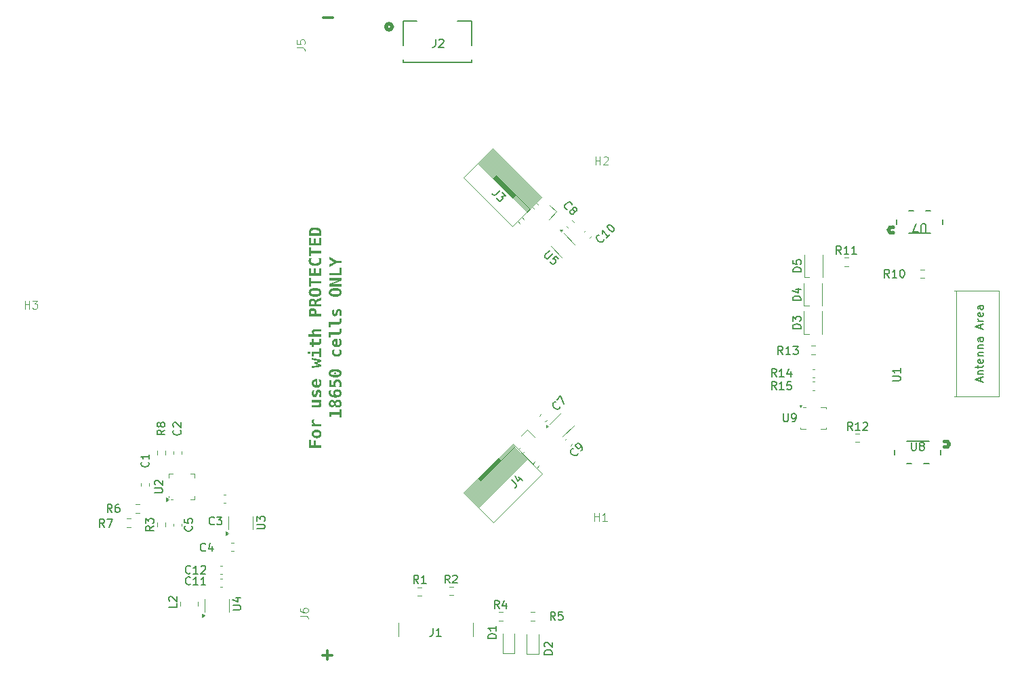
<source format=gbr>
%TF.GenerationSoftware,KiCad,Pcbnew,7.0.10-7.0.10~ubuntu22.04.1*%
%TF.CreationDate,2024-04-24T18:12:55-04:00*%
%TF.ProjectId,little_red_rover,6c697474-6c65-45f7-9265-645f726f7665,rev?*%
%TF.SameCoordinates,Original*%
%TF.FileFunction,Legend,Top*%
%TF.FilePolarity,Positive*%
%FSLAX46Y46*%
G04 Gerber Fmt 4.6, Leading zero omitted, Abs format (unit mm)*
G04 Created by KiCad (PCBNEW 7.0.10-7.0.10~ubuntu22.04.1) date 2024-04-24 18:12:55*
%MOMM*%
%LPD*%
G01*
G04 APERTURE LIST*
%ADD10C,0.300000*%
%ADD11C,0.150000*%
%ADD12C,0.100000*%
%ADD13C,0.120000*%
%ADD14C,0.152400*%
%ADD15C,0.508000*%
G04 APERTURE END LIST*
D10*
X128754510Y-59970600D02*
X129897368Y-59970600D01*
X129845489Y-139629400D02*
X128702632Y-139629400D01*
X129274060Y-140200828D02*
X129274060Y-139057971D01*
G36*
X127210397Y-112749476D02*
G01*
X127210397Y-113403803D01*
X127538660Y-113403803D01*
X127538660Y-112808461D01*
X127796580Y-112808461D01*
X127796580Y-113403803D01*
X128500000Y-113403803D01*
X128500000Y-113707885D01*
X126952477Y-113707885D01*
X126952477Y-112749476D01*
X127210397Y-112749476D01*
G37*
G36*
X127942648Y-111462946D02*
G01*
X127959532Y-111463370D01*
X127976193Y-111464077D01*
X127992631Y-111465066D01*
X128008845Y-111466338D01*
X128024836Y-111467892D01*
X128040604Y-111469730D01*
X128056149Y-111471849D01*
X128071471Y-111474252D01*
X128086569Y-111476937D01*
X128101444Y-111479905D01*
X128116096Y-111483155D01*
X128130524Y-111486688D01*
X128144729Y-111490504D01*
X128172470Y-111498983D01*
X128199317Y-111508593D01*
X128225272Y-111519334D01*
X128250334Y-111531205D01*
X128274502Y-111544206D01*
X128297778Y-111558339D01*
X128320160Y-111573601D01*
X128341650Y-111589995D01*
X128362247Y-111607519D01*
X128381767Y-111626000D01*
X128400028Y-111645266D01*
X128417029Y-111665315D01*
X128432772Y-111686150D01*
X128447254Y-111707768D01*
X128460478Y-111730171D01*
X128472442Y-111753357D01*
X128483147Y-111777328D01*
X128492592Y-111802084D01*
X128500778Y-111827623D01*
X128507705Y-111853947D01*
X128513372Y-111881055D01*
X128517780Y-111908948D01*
X128520928Y-111937624D01*
X128522030Y-111952257D01*
X128522817Y-111967085D01*
X128523289Y-111982110D01*
X128523447Y-111997330D01*
X128523289Y-112012506D01*
X128522817Y-112027487D01*
X128522030Y-112042273D01*
X128519511Y-112071261D01*
X128515733Y-112099471D01*
X128510696Y-112126903D01*
X128504399Y-112153556D01*
X128496842Y-112179430D01*
X128488027Y-112204526D01*
X128477952Y-112228844D01*
X128466617Y-112252383D01*
X128454024Y-112275143D01*
X128440170Y-112297125D01*
X128425058Y-112318328D01*
X128408686Y-112338753D01*
X128391055Y-112358399D01*
X128372164Y-112377267D01*
X128362247Y-112386409D01*
X128341650Y-112403933D01*
X128320160Y-112420326D01*
X128297778Y-112435589D01*
X128274502Y-112449721D01*
X128250334Y-112462723D01*
X128225272Y-112474594D01*
X128199317Y-112485335D01*
X128172470Y-112494944D01*
X128144729Y-112503424D01*
X128130524Y-112507240D01*
X128116096Y-112510773D01*
X128101444Y-112514023D01*
X128086569Y-112516991D01*
X128071471Y-112519676D01*
X128056149Y-112522078D01*
X128040604Y-112524198D01*
X128024836Y-112526035D01*
X128008845Y-112527590D01*
X127992631Y-112528862D01*
X127976193Y-112529851D01*
X127959532Y-112530558D01*
X127942648Y-112530982D01*
X127925540Y-112531123D01*
X127908433Y-112530982D01*
X127891549Y-112530558D01*
X127874888Y-112529851D01*
X127858450Y-112528862D01*
X127842235Y-112527590D01*
X127826244Y-112526035D01*
X127810476Y-112524198D01*
X127794931Y-112522078D01*
X127779610Y-112519676D01*
X127764512Y-112516991D01*
X127749637Y-112514023D01*
X127734985Y-112510773D01*
X127720557Y-112507240D01*
X127706351Y-112503424D01*
X127678611Y-112494944D01*
X127651763Y-112485335D01*
X127625809Y-112474594D01*
X127600747Y-112462723D01*
X127576578Y-112449721D01*
X127553303Y-112435589D01*
X127530920Y-112420326D01*
X127509431Y-112403933D01*
X127488834Y-112386409D01*
X127469314Y-112367931D01*
X127451053Y-112348674D01*
X127434051Y-112328638D01*
X127418309Y-112307824D01*
X127403826Y-112286231D01*
X127390603Y-112263860D01*
X127378639Y-112240711D01*
X127367934Y-112216782D01*
X127358489Y-112192076D01*
X127350303Y-112166591D01*
X127343376Y-112140327D01*
X127337709Y-112113285D01*
X127333301Y-112085464D01*
X127330153Y-112056864D01*
X127328264Y-112027487D01*
X127327791Y-112012506D01*
X127327634Y-111997330D01*
X127562107Y-111997330D01*
X127562951Y-112017254D01*
X127565482Y-112036361D01*
X127569700Y-112054649D01*
X127575605Y-112072120D01*
X127583198Y-112088773D01*
X127592478Y-112104608D01*
X127603445Y-112119625D01*
X127616100Y-112133824D01*
X127630442Y-112147205D01*
X127646471Y-112159768D01*
X127658094Y-112167690D01*
X127676755Y-112178689D01*
X127689933Y-112185421D01*
X127703700Y-112191672D01*
X127718057Y-112197442D01*
X127733004Y-112202732D01*
X127748540Y-112207540D01*
X127764666Y-112211868D01*
X127781381Y-112215715D01*
X127798686Y-112219081D01*
X127816581Y-112221966D01*
X127835065Y-112224370D01*
X127854139Y-112226294D01*
X127873802Y-112227736D01*
X127894055Y-112228698D01*
X127914898Y-112229179D01*
X127925540Y-112229239D01*
X127946678Y-112228998D01*
X127967226Y-112228277D01*
X127987184Y-112227075D01*
X128006553Y-112225392D01*
X128025332Y-112223228D01*
X128043521Y-112220583D01*
X128061121Y-112217458D01*
X128078131Y-112213851D01*
X128094552Y-112209764D01*
X128110383Y-112205196D01*
X128125624Y-112200147D01*
X128140276Y-112194617D01*
X128154338Y-112188607D01*
X128167810Y-112182115D01*
X128186913Y-112171476D01*
X128192986Y-112167690D01*
X128210140Y-112155671D01*
X128225607Y-112142836D01*
X128239386Y-112129182D01*
X128251479Y-112114710D01*
X128261883Y-112099420D01*
X128270601Y-112083313D01*
X128277631Y-112066387D01*
X128282974Y-112048644D01*
X128286630Y-112030083D01*
X128288599Y-112010704D01*
X128288974Y-111997330D01*
X128288130Y-111977278D01*
X128285599Y-111958063D01*
X128281381Y-111939686D01*
X128275475Y-111922145D01*
X128267883Y-111905442D01*
X128258603Y-111889576D01*
X128247635Y-111874547D01*
X128234981Y-111860356D01*
X128220639Y-111847001D01*
X128204610Y-111834484D01*
X128192986Y-111826604D01*
X128174325Y-111815539D01*
X128161148Y-111808767D01*
X128147380Y-111802479D01*
X128133023Y-111796675D01*
X128118077Y-111791354D01*
X128102541Y-111786517D01*
X128086415Y-111782163D01*
X128069700Y-111778293D01*
X128052395Y-111774907D01*
X128034500Y-111772005D01*
X128016016Y-111769587D01*
X127996942Y-111767652D01*
X127977279Y-111766201D01*
X127957025Y-111765233D01*
X127936183Y-111764749D01*
X127925540Y-111764689D01*
X127904403Y-111764931D01*
X127883855Y-111765656D01*
X127863897Y-111766866D01*
X127844528Y-111768559D01*
X127825749Y-111770735D01*
X127807560Y-111773396D01*
X127789960Y-111776540D01*
X127772950Y-111780168D01*
X127756529Y-111784279D01*
X127740698Y-111788875D01*
X127725457Y-111793954D01*
X127710805Y-111799516D01*
X127696743Y-111805563D01*
X127683271Y-111812093D01*
X127670388Y-111819107D01*
X127658094Y-111826604D01*
X127640940Y-111838564D01*
X127625474Y-111851360D01*
X127611694Y-111864993D01*
X127599602Y-111879464D01*
X127589197Y-111894772D01*
X127580480Y-111910917D01*
X127573449Y-111927899D01*
X127568106Y-111945719D01*
X127564450Y-111964375D01*
X127562482Y-111983869D01*
X127562107Y-111997330D01*
X127327634Y-111997330D01*
X127327791Y-111982110D01*
X127328264Y-111967085D01*
X127329051Y-111952257D01*
X127330153Y-111937624D01*
X127333301Y-111908948D01*
X127337709Y-111881055D01*
X127343376Y-111853947D01*
X127350303Y-111827623D01*
X127358489Y-111802084D01*
X127367934Y-111777328D01*
X127378639Y-111753357D01*
X127390603Y-111730171D01*
X127403826Y-111707768D01*
X127418309Y-111686150D01*
X127434051Y-111665315D01*
X127451053Y-111645266D01*
X127469314Y-111626000D01*
X127488834Y-111607519D01*
X127509431Y-111589995D01*
X127530920Y-111573601D01*
X127553303Y-111558339D01*
X127576578Y-111544206D01*
X127600747Y-111531205D01*
X127625809Y-111519334D01*
X127651763Y-111508593D01*
X127678611Y-111498983D01*
X127706351Y-111490504D01*
X127720557Y-111486688D01*
X127734985Y-111483155D01*
X127749637Y-111479905D01*
X127764512Y-111476937D01*
X127779610Y-111474252D01*
X127794931Y-111471849D01*
X127810476Y-111469730D01*
X127826244Y-111467892D01*
X127842235Y-111466338D01*
X127858450Y-111465066D01*
X127874888Y-111464077D01*
X127891549Y-111463370D01*
X127908433Y-111462946D01*
X127925540Y-111462805D01*
X127942648Y-111462946D01*
G37*
G36*
X127679344Y-110183094D02*
G01*
X127665147Y-110195728D01*
X127651866Y-110208900D01*
X127639501Y-110222610D01*
X127628053Y-110236858D01*
X127617520Y-110251645D01*
X127607903Y-110266969D01*
X127599201Y-110282831D01*
X127591416Y-110299232D01*
X127584547Y-110316010D01*
X127578593Y-110333189D01*
X127573556Y-110350769D01*
X127569434Y-110368749D01*
X127566229Y-110387131D01*
X127563939Y-110405913D01*
X127562565Y-110425095D01*
X127562136Y-110439745D01*
X127562107Y-110444678D01*
X127562419Y-110462460D01*
X127563356Y-110479811D01*
X127564918Y-110496730D01*
X127567104Y-110513217D01*
X127569915Y-110529273D01*
X127573351Y-110544898D01*
X127577412Y-110560091D01*
X127582097Y-110574852D01*
X127587406Y-110589182D01*
X127593341Y-110603081D01*
X127597644Y-110612107D01*
X127604519Y-110625219D01*
X127614557Y-110641820D01*
X127625591Y-110657413D01*
X127637621Y-110671999D01*
X127650647Y-110685577D01*
X127664669Y-110698148D01*
X127679687Y-110709711D01*
X127695701Y-110720267D01*
X127699860Y-110722749D01*
X127713218Y-110730167D01*
X127727416Y-110736853D01*
X127742455Y-110742804D01*
X127758335Y-110748022D01*
X127775056Y-110752507D01*
X127792617Y-110756258D01*
X127799877Y-110757554D01*
X127815482Y-110759786D01*
X127832988Y-110761721D01*
X127852393Y-110763358D01*
X127868195Y-110764391D01*
X127885066Y-110765256D01*
X127903005Y-110765953D01*
X127922014Y-110766484D01*
X127942092Y-110766846D01*
X127963239Y-110767042D01*
X127977930Y-110767079D01*
X128500000Y-110767079D01*
X128500000Y-111069330D01*
X127351081Y-111069330D01*
X127351081Y-110767079D01*
X127521807Y-110767079D01*
X127504798Y-110758352D01*
X127488529Y-110748794D01*
X127473001Y-110738405D01*
X127458214Y-110727185D01*
X127444167Y-110715135D01*
X127430861Y-110702254D01*
X127418296Y-110688542D01*
X127406471Y-110674000D01*
X127395387Y-110658626D01*
X127385043Y-110642422D01*
X127378558Y-110631158D01*
X127369458Y-110613711D01*
X127361252Y-110595716D01*
X127353942Y-110577175D01*
X127347526Y-110558085D01*
X127342006Y-110538449D01*
X127337381Y-110518265D01*
X127333651Y-110497533D01*
X127330817Y-110476254D01*
X127328877Y-110454428D01*
X127328081Y-110439573D01*
X127327684Y-110424475D01*
X127327634Y-110416835D01*
X127327914Y-110401402D01*
X127328756Y-110386060D01*
X127330158Y-110370810D01*
X127332122Y-110355652D01*
X127334646Y-110340585D01*
X127337732Y-110325610D01*
X127341378Y-110310726D01*
X127345586Y-110295935D01*
X127350331Y-110281188D01*
X127355592Y-110266625D01*
X127361368Y-110252246D01*
X127367659Y-110238049D01*
X127374465Y-110224036D01*
X127381787Y-110210205D01*
X127389624Y-110196558D01*
X127397976Y-110183094D01*
X127679344Y-110183094D01*
G37*
G36*
X128103227Y-108677704D02*
G01*
X127351081Y-108677704D01*
X127351081Y-108375819D01*
X128056699Y-108375819D01*
X128072037Y-108375683D01*
X128086821Y-108375276D01*
X128107955Y-108374154D01*
X128127839Y-108372421D01*
X128146474Y-108370075D01*
X128163860Y-108367118D01*
X128179997Y-108363549D01*
X128194884Y-108359369D01*
X128212790Y-108352843D01*
X128228475Y-108345229D01*
X128235484Y-108341015D01*
X128248021Y-108331501D01*
X128258886Y-108320544D01*
X128268079Y-108308145D01*
X128275601Y-108294303D01*
X128281452Y-108279019D01*
X128285631Y-108262292D01*
X128288138Y-108244123D01*
X128288974Y-108224511D01*
X128288339Y-108209508D01*
X128285520Y-108190486D01*
X128280445Y-108172585D01*
X128273115Y-108155807D01*
X128263530Y-108140151D01*
X128251689Y-108125616D01*
X128237592Y-108112204D01*
X128225540Y-108102881D01*
X128216800Y-108097016D01*
X128202759Y-108088832D01*
X128187700Y-108081453D01*
X128171623Y-108074879D01*
X128154529Y-108069110D01*
X128136418Y-108064145D01*
X128117289Y-108059986D01*
X128097143Y-108056632D01*
X128075979Y-108054083D01*
X128061304Y-108052831D01*
X128046177Y-108051936D01*
X128030598Y-108051400D01*
X128014567Y-108051221D01*
X127351081Y-108051221D01*
X127351081Y-107749336D01*
X128500000Y-107749336D01*
X128500000Y-108051221D01*
X128334036Y-108051221D01*
X128350643Y-108057593D01*
X128366528Y-108064758D01*
X128381692Y-108072714D01*
X128396135Y-108081463D01*
X128409857Y-108091004D01*
X128422857Y-108101337D01*
X128435136Y-108112462D01*
X128446693Y-108124379D01*
X128457530Y-108137088D01*
X128467645Y-108150590D01*
X128473988Y-108160031D01*
X128482827Y-108174668D01*
X128490796Y-108189865D01*
X128497896Y-108205623D01*
X128504127Y-108221941D01*
X128509488Y-108238819D01*
X128513980Y-108256257D01*
X128517603Y-108274256D01*
X128520356Y-108292815D01*
X128522239Y-108311934D01*
X128523254Y-108331614D01*
X128523447Y-108345045D01*
X128523033Y-108365337D01*
X128521792Y-108384996D01*
X128519724Y-108404022D01*
X128516829Y-108422416D01*
X128513107Y-108440178D01*
X128508558Y-108457307D01*
X128503181Y-108473803D01*
X128496977Y-108489667D01*
X128489946Y-108504898D01*
X128482088Y-108519497D01*
X128473402Y-108533463D01*
X128463890Y-108546797D01*
X128453550Y-108559498D01*
X128442383Y-108571567D01*
X128430389Y-108583003D01*
X128417568Y-108593806D01*
X128403889Y-108603966D01*
X128389415Y-108613470D01*
X128374145Y-108622318D01*
X128358079Y-108630511D01*
X128341218Y-108638049D01*
X128323561Y-108644931D01*
X128305108Y-108651158D01*
X128285860Y-108656729D01*
X128265815Y-108661645D01*
X128244976Y-108665905D01*
X128223340Y-108669510D01*
X128200909Y-108672460D01*
X128177682Y-108674754D01*
X128153659Y-108676393D01*
X128128841Y-108677376D01*
X128103227Y-108677704D01*
G37*
G36*
X127397976Y-106558286D02*
G01*
X127655896Y-106558286D01*
X127647375Y-106574006D01*
X127639260Y-106589842D01*
X127631550Y-106605794D01*
X127624246Y-106621862D01*
X127617347Y-106638046D01*
X127610855Y-106654345D01*
X127604768Y-106670761D01*
X127599087Y-106687292D01*
X127593811Y-106703940D01*
X127588942Y-106720703D01*
X127585921Y-106731943D01*
X127581665Y-106748845D01*
X127577828Y-106765753D01*
X127574409Y-106782668D01*
X127571409Y-106799589D01*
X127568828Y-106816516D01*
X127566665Y-106833450D01*
X127564921Y-106850391D01*
X127563595Y-106867337D01*
X127562688Y-106884291D01*
X127562200Y-106901250D01*
X127562107Y-106912560D01*
X127562348Y-106931085D01*
X127563073Y-106948740D01*
X127564280Y-106965526D01*
X127565971Y-106981443D01*
X127568144Y-106996490D01*
X127571794Y-107015200D01*
X127576302Y-107032365D01*
X127581668Y-107047984D01*
X127587894Y-107062058D01*
X127589584Y-107065334D01*
X127598815Y-107080111D01*
X127609334Y-107092382D01*
X127621140Y-107102150D01*
X127634235Y-107109413D01*
X127648618Y-107114171D01*
X127664288Y-107116425D01*
X127670917Y-107116625D01*
X127689699Y-107113179D01*
X127703192Y-107106072D01*
X127716176Y-107095087D01*
X127728651Y-107080226D01*
X127740618Y-107061488D01*
X127748313Y-107046842D01*
X127755782Y-107030473D01*
X127763025Y-107012380D01*
X127770042Y-106992565D01*
X127776832Y-106971027D01*
X127783397Y-106947766D01*
X127789735Y-106922781D01*
X127795847Y-106896074D01*
X127798778Y-106884717D01*
X127818928Y-106798255D01*
X127823920Y-106777992D01*
X127829278Y-106758418D01*
X127835003Y-106739535D01*
X127841093Y-106721341D01*
X127847551Y-106703837D01*
X127854374Y-106687023D01*
X127861564Y-106670899D01*
X127869120Y-106655464D01*
X127877043Y-106640720D01*
X127885332Y-106626665D01*
X127893987Y-106613300D01*
X127903009Y-106600624D01*
X127912397Y-106588639D01*
X127922151Y-106577343D01*
X127932272Y-106566737D01*
X127942759Y-106556821D01*
X127959293Y-106543071D01*
X127976883Y-106530674D01*
X127995529Y-106519630D01*
X128015231Y-106509938D01*
X128028952Y-106504227D01*
X128043143Y-106499118D01*
X128057804Y-106494610D01*
X128072933Y-106490703D01*
X128088532Y-106487398D01*
X128104601Y-106484693D01*
X128121139Y-106482589D01*
X128138146Y-106481086D01*
X128155623Y-106480185D01*
X128173569Y-106479884D01*
X128195117Y-106480342D01*
X128215981Y-106481716D01*
X128236161Y-106484006D01*
X128255657Y-106487212D01*
X128274469Y-106491333D01*
X128292597Y-106496371D01*
X128310041Y-106502324D01*
X128326801Y-106509193D01*
X128342876Y-106516979D01*
X128358268Y-106525680D01*
X128372976Y-106535297D01*
X128386999Y-106545830D01*
X128400338Y-106557279D01*
X128412994Y-106569644D01*
X128424965Y-106582924D01*
X128436252Y-106597121D01*
X128446811Y-106612190D01*
X128456688Y-106628182D01*
X128465885Y-106645095D01*
X128474400Y-106662929D01*
X128482234Y-106681685D01*
X128489386Y-106701363D01*
X128495858Y-106721962D01*
X128501648Y-106743483D01*
X128506757Y-106765926D01*
X128511185Y-106789290D01*
X128514932Y-106813576D01*
X128517997Y-106838784D01*
X128520381Y-106864913D01*
X128522084Y-106891964D01*
X128523106Y-106919936D01*
X128523447Y-106948831D01*
X128523292Y-106968385D01*
X128522829Y-106988029D01*
X128522056Y-107007763D01*
X128520974Y-107027587D01*
X128519583Y-107047502D01*
X128517883Y-107067507D01*
X128515873Y-107087602D01*
X128513555Y-107107787D01*
X128510927Y-107128062D01*
X128507991Y-107148428D01*
X128505861Y-107162055D01*
X128502409Y-107182554D01*
X128498649Y-107203112D01*
X128494578Y-107223727D01*
X128490199Y-107244401D01*
X128485511Y-107265132D01*
X128480514Y-107285921D01*
X128475207Y-107306769D01*
X128469591Y-107327674D01*
X128463666Y-107348637D01*
X128457433Y-107369659D01*
X128453105Y-107383705D01*
X128195184Y-107383705D01*
X128203581Y-107364923D01*
X128211598Y-107346082D01*
X128219235Y-107327184D01*
X128226491Y-107308228D01*
X128233368Y-107289214D01*
X128239865Y-107270142D01*
X128245982Y-107251012D01*
X128251719Y-107231824D01*
X128257076Y-107212578D01*
X128262053Y-107193274D01*
X128265160Y-107180373D01*
X128269416Y-107160991D01*
X128273253Y-107141724D01*
X128276671Y-107122574D01*
X128279671Y-107103539D01*
X128282253Y-107084621D01*
X128284416Y-107065818D01*
X128286160Y-107047131D01*
X128287485Y-107028561D01*
X128288392Y-107010106D01*
X128288881Y-106991767D01*
X128288974Y-106979605D01*
X128288729Y-106960138D01*
X128287995Y-106941579D01*
X128286771Y-106923928D01*
X128285058Y-106907185D01*
X128282856Y-106891350D01*
X128280164Y-106876424D01*
X128275813Y-106857934D01*
X128270592Y-106841058D01*
X128264502Y-106825797D01*
X128261130Y-106818771D01*
X128253682Y-106805977D01*
X128243262Y-106792383D01*
X128231608Y-106781455D01*
X128218719Y-106773192D01*
X128204595Y-106767595D01*
X128189238Y-106764663D01*
X128179431Y-106764183D01*
X128163658Y-106765131D01*
X128149084Y-106767975D01*
X128133177Y-106773892D01*
X128118996Y-106782538D01*
X128106541Y-106793916D01*
X128099197Y-106803018D01*
X128090292Y-106817651D01*
X128083039Y-106833118D01*
X128077524Y-106846913D01*
X128071945Y-106862588D01*
X128066301Y-106880143D01*
X128060593Y-106899579D01*
X128054821Y-106920895D01*
X128050937Y-106936151D01*
X128047024Y-106952242D01*
X128043083Y-106969170D01*
X128039113Y-106986932D01*
X128020795Y-107070464D01*
X128015769Y-107091714D01*
X128010399Y-107112235D01*
X128004686Y-107132026D01*
X127998630Y-107151087D01*
X127992230Y-107169418D01*
X127985487Y-107187019D01*
X127978400Y-107203890D01*
X127970969Y-107220032D01*
X127963196Y-107235443D01*
X127955078Y-107250125D01*
X127946618Y-107264077D01*
X127937814Y-107277299D01*
X127928666Y-107289791D01*
X127919175Y-107301553D01*
X127909340Y-107312586D01*
X127899162Y-107322888D01*
X127883142Y-107337031D01*
X127866129Y-107349782D01*
X127848125Y-107361142D01*
X127829129Y-107371111D01*
X127809142Y-107379689D01*
X127795266Y-107384635D01*
X127780949Y-107388963D01*
X127766191Y-107392672D01*
X127750993Y-107395763D01*
X127735354Y-107398236D01*
X127719274Y-107400091D01*
X127702753Y-107401328D01*
X127685791Y-107401946D01*
X127677145Y-107402023D01*
X127656733Y-107401552D01*
X127636897Y-107400140D01*
X127617635Y-107397786D01*
X127598949Y-107394490D01*
X127580839Y-107390252D01*
X127563303Y-107385073D01*
X127546343Y-107378952D01*
X127529959Y-107371890D01*
X127514149Y-107363886D01*
X127498915Y-107354940D01*
X127484256Y-107345052D01*
X127470172Y-107334223D01*
X127456664Y-107322452D01*
X127443731Y-107309739D01*
X127431374Y-107296085D01*
X127419591Y-107281489D01*
X127408456Y-107266040D01*
X127398039Y-107249827D01*
X127388340Y-107232850D01*
X127379360Y-107215109D01*
X127371098Y-107196603D01*
X127363555Y-107177333D01*
X127356730Y-107157299D01*
X127350623Y-107136501D01*
X127345235Y-107114938D01*
X127340565Y-107092611D01*
X127336614Y-107069520D01*
X127333381Y-107045665D01*
X127330867Y-107021046D01*
X127329071Y-106995662D01*
X127327993Y-106969514D01*
X127327634Y-106942602D01*
X127327788Y-106924264D01*
X127328252Y-106905933D01*
X127329025Y-106887608D01*
X127330107Y-106869289D01*
X127331498Y-106850977D01*
X127333198Y-106832672D01*
X127335207Y-106814372D01*
X127337526Y-106796080D01*
X127340153Y-106777793D01*
X127343090Y-106759513D01*
X127345219Y-106747330D01*
X127348671Y-106729109D01*
X127352432Y-106710991D01*
X127356502Y-106692977D01*
X127360881Y-106675065D01*
X127365570Y-106657256D01*
X127370567Y-106639550D01*
X127375874Y-106621948D01*
X127381489Y-106604448D01*
X127387414Y-106587052D01*
X127393648Y-106569758D01*
X127397976Y-106558286D01*
G37*
G36*
X128031053Y-105914218D02*
G01*
X128047053Y-105913776D01*
X128062538Y-105912724D01*
X128077507Y-105911062D01*
X128098995Y-105907427D01*
X128119324Y-105902420D01*
X128138494Y-105896041D01*
X128156504Y-105888290D01*
X128173356Y-105879168D01*
X128189048Y-105868674D01*
X128203581Y-105856809D01*
X128216954Y-105843571D01*
X128225226Y-105833984D01*
X128236619Y-105818392D01*
X128246890Y-105801428D01*
X128256042Y-105783092D01*
X128264072Y-105763385D01*
X128268804Y-105749484D01*
X128273037Y-105734974D01*
X128276772Y-105719854D01*
X128280009Y-105704125D01*
X128282748Y-105687786D01*
X128284989Y-105670837D01*
X128286733Y-105653279D01*
X128287978Y-105635111D01*
X128288725Y-105616334D01*
X128288974Y-105596946D01*
X128288677Y-105577466D01*
X128287789Y-105558045D01*
X128286308Y-105538681D01*
X128284234Y-105519374D01*
X128281568Y-105500126D01*
X128278309Y-105480936D01*
X128274458Y-105461804D01*
X128270014Y-105442730D01*
X128264978Y-105423714D01*
X128259350Y-105404755D01*
X128255268Y-105392149D01*
X128248601Y-105373109D01*
X128241238Y-105353908D01*
X128233179Y-105334546D01*
X128224425Y-105315023D01*
X128214975Y-105295340D01*
X128208289Y-105282128D01*
X128201294Y-105268844D01*
X128193989Y-105255489D01*
X128186376Y-105242062D01*
X128178453Y-105228564D01*
X128170222Y-105214994D01*
X128161681Y-105201353D01*
X128152831Y-105187640D01*
X128148290Y-105180757D01*
X128429658Y-105180757D01*
X128438244Y-105200507D01*
X128446419Y-105220328D01*
X128454181Y-105240220D01*
X128461531Y-105260183D01*
X128468469Y-105280217D01*
X128474995Y-105300322D01*
X128481109Y-105320497D01*
X128486810Y-105340743D01*
X128492100Y-105361060D01*
X128496977Y-105381448D01*
X128500000Y-105395080D01*
X128504190Y-105415660D01*
X128507968Y-105436459D01*
X128511334Y-105457477D01*
X128514288Y-105478714D01*
X128516829Y-105500170D01*
X128518959Y-105521845D01*
X128520676Y-105543738D01*
X128521592Y-105558456D01*
X128522325Y-105573271D01*
X128522874Y-105588183D01*
X128523241Y-105603192D01*
X128523424Y-105618299D01*
X128523447Y-105625889D01*
X128523298Y-105643845D01*
X128522850Y-105661535D01*
X128522104Y-105678959D01*
X128521060Y-105696117D01*
X128519717Y-105713008D01*
X128518076Y-105729633D01*
X128516136Y-105745992D01*
X128513898Y-105762085D01*
X128511362Y-105777912D01*
X128508527Y-105793472D01*
X128505394Y-105808766D01*
X128501963Y-105823795D01*
X128498233Y-105838556D01*
X128494205Y-105853052D01*
X128489878Y-105867282D01*
X128485253Y-105881245D01*
X128475108Y-105908373D01*
X128463770Y-105934437D01*
X128451237Y-105959435D01*
X128437511Y-105983369D01*
X128422592Y-106006238D01*
X128406479Y-106028043D01*
X128389173Y-106048782D01*
X128370673Y-106068457D01*
X128351004Y-106086957D01*
X128330281Y-106104264D01*
X128308505Y-106120376D01*
X128285676Y-106135296D01*
X128261794Y-106149022D01*
X128236858Y-106161554D01*
X128210869Y-106172893D01*
X128183827Y-106183038D01*
X128169911Y-106187663D01*
X128155732Y-106191989D01*
X128141289Y-106196017D01*
X128126583Y-106199747D01*
X128111613Y-106203179D01*
X128096381Y-106206312D01*
X128080884Y-106209146D01*
X128065125Y-106211683D01*
X128049102Y-106213921D01*
X128032816Y-106215860D01*
X128016267Y-106217501D01*
X127999454Y-106218844D01*
X127982378Y-106219888D01*
X127965039Y-106220634D01*
X127947436Y-106221082D01*
X127929570Y-106221231D01*
X127912282Y-106221087D01*
X127895222Y-106220656D01*
X127878391Y-106219937D01*
X127861787Y-106218930D01*
X127845412Y-106217635D01*
X127829265Y-106216053D01*
X127813347Y-106214184D01*
X127797656Y-106212026D01*
X127782194Y-106209581D01*
X127766960Y-106206848D01*
X127751955Y-106203828D01*
X127737178Y-106200520D01*
X127722629Y-106196924D01*
X127708308Y-106193041D01*
X127694215Y-106188870D01*
X127666715Y-106179665D01*
X127640128Y-106169310D01*
X127614454Y-106157804D01*
X127589693Y-106145147D01*
X127565845Y-106131339D01*
X127542910Y-106116382D01*
X127520888Y-106100273D01*
X127499779Y-106083014D01*
X127489567Y-106073953D01*
X127469958Y-106055124D01*
X127451614Y-106035456D01*
X127434535Y-106014949D01*
X127418721Y-105993604D01*
X127404172Y-105971421D01*
X127390889Y-105948399D01*
X127378870Y-105924538D01*
X127368117Y-105899838D01*
X127358629Y-105874300D01*
X127350406Y-105847923D01*
X127343448Y-105820708D01*
X127337755Y-105792654D01*
X127333327Y-105763761D01*
X127331587Y-105749000D01*
X127330164Y-105734030D01*
X127329057Y-105718849D01*
X127328266Y-105703460D01*
X127327792Y-105687860D01*
X127327634Y-105672051D01*
X127562107Y-105672051D01*
X127562648Y-105691190D01*
X127564271Y-105709588D01*
X127566976Y-105727245D01*
X127570762Y-105744162D01*
X127575631Y-105760338D01*
X127581582Y-105775774D01*
X127588614Y-105790469D01*
X127596728Y-105804423D01*
X127605925Y-105817637D01*
X127616203Y-105830110D01*
X127623656Y-105838014D01*
X127635582Y-105849179D01*
X127648416Y-105859455D01*
X127662158Y-105868842D01*
X127676808Y-105877341D01*
X127692366Y-105884951D01*
X127708832Y-105891672D01*
X127726206Y-105897505D01*
X127744488Y-105902448D01*
X127763678Y-105906503D01*
X127783776Y-105909670D01*
X127797679Y-105911287D01*
X127796580Y-105436112D01*
X127775369Y-105437027D01*
X127755149Y-105438946D01*
X127735922Y-105441870D01*
X127717686Y-105445798D01*
X127700442Y-105450731D01*
X127684189Y-105456669D01*
X127668929Y-105463611D01*
X127654660Y-105471558D01*
X127641383Y-105480510D01*
X127629097Y-105490466D01*
X127621458Y-105497662D01*
X127610851Y-105509217D01*
X127601288Y-105521764D01*
X127592768Y-105535303D01*
X127585291Y-105549834D01*
X127578857Y-105565357D01*
X127573467Y-105581871D01*
X127569120Y-105599377D01*
X127565816Y-105617875D01*
X127563556Y-105637365D01*
X127562339Y-105657846D01*
X127562107Y-105672051D01*
X127327634Y-105672051D01*
X127327782Y-105656112D01*
X127328225Y-105640399D01*
X127328964Y-105624911D01*
X127329998Y-105609649D01*
X127331328Y-105594612D01*
X127332953Y-105579800D01*
X127334874Y-105565214D01*
X127339603Y-105536718D01*
X127345513Y-105509123D01*
X127352606Y-105482430D01*
X127360880Y-105456639D01*
X127370337Y-105431749D01*
X127380976Y-105407760D01*
X127392797Y-105384674D01*
X127405800Y-105362489D01*
X127419985Y-105341205D01*
X127435352Y-105320823D01*
X127451902Y-105301343D01*
X127469633Y-105282764D01*
X127478942Y-105273813D01*
X127498292Y-105256644D01*
X127518607Y-105240583D01*
X127539886Y-105225629D01*
X127562130Y-105211783D01*
X127585338Y-105199045D01*
X127609511Y-105187414D01*
X127634649Y-105176891D01*
X127660751Y-105167476D01*
X127687817Y-105159168D01*
X127715848Y-105151968D01*
X127730226Y-105148784D01*
X127744844Y-105145876D01*
X127759704Y-105143245D01*
X127774804Y-105140892D01*
X127790146Y-105138815D01*
X127805729Y-105137015D01*
X127821553Y-105135492D01*
X127837619Y-105134246D01*
X127853925Y-105133276D01*
X127870473Y-105132584D01*
X127887261Y-105132169D01*
X127904291Y-105132030D01*
X128031053Y-105132030D01*
X128031053Y-105914218D01*
G37*
G36*
X127351081Y-103789671D02*
G01*
X127351081Y-103538346D01*
X128232554Y-103401325D01*
X127655896Y-103276395D01*
X127655896Y-103032397D01*
X128232554Y-102909664D01*
X127351081Y-102770446D01*
X127351081Y-102519120D01*
X128500000Y-102728314D01*
X128500000Y-103014811D01*
X127906123Y-103154762D01*
X128500000Y-103293981D01*
X128500000Y-103580477D01*
X127351081Y-103789671D01*
G37*
G36*
X127351081Y-102298569D02*
G01*
X127351081Y-101701029D01*
X128265526Y-101701029D01*
X128265526Y-101325872D01*
X128500000Y-101325872D01*
X128500000Y-102379169D01*
X128265526Y-102379169D01*
X128265526Y-102002913D01*
X127585554Y-102002913D01*
X127585554Y-102298569D01*
X127351081Y-102298569D01*
G37*
G36*
X126788346Y-102002913D02*
G01*
X126788346Y-101701029D01*
X127140055Y-101701029D01*
X127140055Y-102002913D01*
X126788346Y-102002913D01*
G37*
G36*
X127022819Y-100552110D02*
G01*
X127351081Y-100552110D01*
X127351081Y-100157536D01*
X127585554Y-100157536D01*
X127585554Y-100552110D01*
X128123377Y-100552110D01*
X128141752Y-100551527D01*
X128158777Y-100549775D01*
X128174450Y-100546855D01*
X128188773Y-100542768D01*
X128204776Y-100536017D01*
X128218669Y-100527441D01*
X128230451Y-100517040D01*
X128232554Y-100514741D01*
X128242053Y-100501732D01*
X128249942Y-100486291D01*
X128255094Y-100472186D01*
X128259215Y-100456524D01*
X128262306Y-100439305D01*
X128264367Y-100420528D01*
X128265237Y-100405424D01*
X128265526Y-100389445D01*
X128265526Y-100157536D01*
X128500000Y-100157536D01*
X128500000Y-100411060D01*
X128499919Y-100427130D01*
X128499676Y-100442872D01*
X128499272Y-100458286D01*
X128498706Y-100473371D01*
X128497978Y-100488127D01*
X128496037Y-100516655D01*
X128493450Y-100543869D01*
X128490216Y-100569769D01*
X128486335Y-100594356D01*
X128481807Y-100617628D01*
X128476632Y-100639587D01*
X128470810Y-100660233D01*
X128464341Y-100679564D01*
X128457226Y-100697582D01*
X128449463Y-100714286D01*
X128441054Y-100729676D01*
X128431998Y-100743752D01*
X128422295Y-100756515D01*
X128417201Y-100762403D01*
X128406252Y-100773495D01*
X128394195Y-100783870D01*
X128381030Y-100793530D01*
X128366757Y-100802475D01*
X128351377Y-100810703D01*
X128334889Y-100818217D01*
X128317294Y-100825015D01*
X128298591Y-100831097D01*
X128278780Y-100836463D01*
X128257861Y-100841115D01*
X128235835Y-100845050D01*
X128212701Y-100848270D01*
X128188460Y-100850775D01*
X128163110Y-100852563D01*
X128136653Y-100853637D01*
X128109089Y-100853995D01*
X127585554Y-100853995D01*
X127585554Y-101148918D01*
X127351081Y-101148918D01*
X127351081Y-100853995D01*
X127022819Y-100853995D01*
X127022819Y-100552110D01*
G37*
G36*
X127748220Y-98896510D02*
G01*
X128500000Y-98896510D01*
X128500000Y-99196196D01*
X127794748Y-99196196D01*
X127779410Y-99196335D01*
X127764626Y-99196751D01*
X127743492Y-99197897D01*
X127723608Y-99199667D01*
X127704973Y-99202061D01*
X127687587Y-99205081D01*
X127671450Y-99208725D01*
X127656563Y-99212993D01*
X127638657Y-99219656D01*
X127622972Y-99227430D01*
X127615963Y-99231734D01*
X127603340Y-99241322D01*
X127592401Y-99252319D01*
X127583144Y-99264724D01*
X127575571Y-99278537D01*
X127569680Y-99293758D01*
X127565473Y-99310387D01*
X127562948Y-99328425D01*
X127562107Y-99347871D01*
X127562748Y-99363011D01*
X127565596Y-99382217D01*
X127570722Y-99400300D01*
X127578126Y-99417262D01*
X127587809Y-99433102D01*
X127599771Y-99447819D01*
X127610237Y-99458121D01*
X127621984Y-99467792D01*
X127635013Y-99476831D01*
X127649179Y-99485081D01*
X127664337Y-99492519D01*
X127680486Y-99499146D01*
X127697627Y-99504961D01*
X127715760Y-99509965D01*
X127734885Y-99514157D01*
X127755001Y-99517538D01*
X127776109Y-99520108D01*
X127790733Y-99521370D01*
X127805796Y-99522272D01*
X127821301Y-99522813D01*
X127837247Y-99522993D01*
X128500000Y-99522993D01*
X128500000Y-99822679D01*
X126905582Y-99822679D01*
X126905582Y-99522993D01*
X127518143Y-99522993D01*
X127501468Y-99516618D01*
X127485514Y-99509443D01*
X127470281Y-99501471D01*
X127455770Y-99492699D01*
X127441980Y-99483130D01*
X127428911Y-99472761D01*
X127416563Y-99461594D01*
X127404937Y-99449629D01*
X127394032Y-99436865D01*
X127383848Y-99423302D01*
X127377459Y-99413817D01*
X127368555Y-99399042D01*
X127360526Y-99383707D01*
X127353374Y-99367812D01*
X127347097Y-99351357D01*
X127341696Y-99334342D01*
X127337171Y-99316766D01*
X127333521Y-99298630D01*
X127330748Y-99279933D01*
X127328850Y-99260677D01*
X127327828Y-99240860D01*
X127327634Y-99227337D01*
X127328047Y-99207180D01*
X127329288Y-99187650D01*
X127331356Y-99168746D01*
X127334251Y-99150469D01*
X127337974Y-99132820D01*
X127342523Y-99115796D01*
X127347900Y-99099400D01*
X127354104Y-99083631D01*
X127361135Y-99068488D01*
X127368993Y-99053972D01*
X127377678Y-99040084D01*
X127387191Y-99026821D01*
X127397531Y-99014186D01*
X127408698Y-99002178D01*
X127420692Y-98990796D01*
X127433513Y-98980041D01*
X127447107Y-98969926D01*
X127461511Y-98960464D01*
X127476725Y-98951654D01*
X127492750Y-98943496D01*
X127509584Y-98935992D01*
X127527228Y-98929140D01*
X127545682Y-98922940D01*
X127564946Y-98917393D01*
X127585020Y-98912499D01*
X127605905Y-98908257D01*
X127627599Y-98904668D01*
X127650103Y-98901731D01*
X127673417Y-98899447D01*
X127697542Y-98897815D01*
X127722476Y-98896837D01*
X127748220Y-98896510D01*
G37*
G36*
X127448900Y-96291797D02*
G01*
X127464378Y-96292206D01*
X127479580Y-96292887D01*
X127494507Y-96293841D01*
X127509158Y-96295068D01*
X127537635Y-96298340D01*
X127565009Y-96302702D01*
X127591281Y-96308154D01*
X127616452Y-96314697D01*
X127640520Y-96322331D01*
X127663486Y-96331055D01*
X127685351Y-96340869D01*
X127706114Y-96351774D01*
X127725774Y-96363770D01*
X127744333Y-96376856D01*
X127761789Y-96391033D01*
X127778144Y-96406300D01*
X127793397Y-96422657D01*
X127800610Y-96431245D01*
X127814319Y-96449392D01*
X127827143Y-96468935D01*
X127839083Y-96489875D01*
X127850138Y-96512212D01*
X127860309Y-96535945D01*
X127869595Y-96561075D01*
X127877997Y-96587602D01*
X127885515Y-96615526D01*
X127888942Y-96630012D01*
X127892148Y-96644847D01*
X127895133Y-96660031D01*
X127897897Y-96675564D01*
X127900440Y-96691447D01*
X127902761Y-96707678D01*
X127904862Y-96724259D01*
X127906741Y-96741189D01*
X127908400Y-96758468D01*
X127909837Y-96776097D01*
X127911053Y-96794075D01*
X127912048Y-96812401D01*
X127912822Y-96831077D01*
X127913374Y-96850102D01*
X127913706Y-96869477D01*
X127913817Y-96889200D01*
X127913817Y-97002773D01*
X128500000Y-97002773D01*
X128500000Y-97306489D01*
X126952477Y-97306489D01*
X126952477Y-97002773D01*
X127210397Y-97002773D01*
X127655896Y-97002773D01*
X127655896Y-96877843D01*
X127655702Y-96859508D01*
X127655118Y-96841871D01*
X127654145Y-96824932D01*
X127652782Y-96808692D01*
X127651030Y-96793150D01*
X127648890Y-96778307D01*
X127644948Y-96757351D01*
X127640131Y-96737966D01*
X127634438Y-96720153D01*
X127627869Y-96703912D01*
X127620425Y-96689241D01*
X127612104Y-96676142D01*
X127606071Y-96668283D01*
X127596084Y-96657480D01*
X127584810Y-96647739D01*
X127572248Y-96639061D01*
X127558398Y-96631446D01*
X127543259Y-96624893D01*
X127526833Y-96619403D01*
X127509119Y-96614976D01*
X127490116Y-96611611D01*
X127469826Y-96609308D01*
X127448248Y-96608069D01*
X127433147Y-96607833D01*
X127418046Y-96608069D01*
X127396467Y-96609308D01*
X127376177Y-96611611D01*
X127357175Y-96614976D01*
X127339461Y-96619403D01*
X127323034Y-96624893D01*
X127307896Y-96631446D01*
X127294046Y-96639061D01*
X127281483Y-96647739D01*
X127270209Y-96657480D01*
X127260223Y-96668283D01*
X127251318Y-96680334D01*
X127243290Y-96693957D01*
X127236137Y-96709151D01*
X127229860Y-96725916D01*
X127224459Y-96744253D01*
X127219934Y-96764161D01*
X127216285Y-96785641D01*
X127214339Y-96800834D01*
X127212781Y-96816725D01*
X127211614Y-96833314D01*
X127210835Y-96850602D01*
X127210446Y-96868588D01*
X127210397Y-96877843D01*
X127210397Y-97002773D01*
X126952477Y-97002773D01*
X126952477Y-96889200D01*
X126952587Y-96869477D01*
X126952919Y-96850102D01*
X126953472Y-96831077D01*
X126954246Y-96812401D01*
X126955241Y-96794075D01*
X126956457Y-96776097D01*
X126957894Y-96758468D01*
X126959552Y-96741189D01*
X126961432Y-96724259D01*
X126963532Y-96707678D01*
X126965854Y-96691447D01*
X126968396Y-96675564D01*
X126971160Y-96660031D01*
X126974145Y-96644847D01*
X126977351Y-96630012D01*
X126980778Y-96615526D01*
X126988296Y-96587602D01*
X126996698Y-96561075D01*
X127005985Y-96535945D01*
X127016156Y-96512212D01*
X127027211Y-96489875D01*
X127039151Y-96468935D01*
X127051975Y-96449392D01*
X127065683Y-96431245D01*
X127080385Y-96414342D01*
X127096189Y-96398530D01*
X127113095Y-96383808D01*
X127131102Y-96370177D01*
X127150212Y-96357636D01*
X127170423Y-96346186D01*
X127191737Y-96335826D01*
X127214153Y-96326556D01*
X127237670Y-96318378D01*
X127262289Y-96311289D01*
X127288011Y-96305292D01*
X127314834Y-96300384D01*
X127342759Y-96296568D01*
X127371786Y-96293841D01*
X127386713Y-96292887D01*
X127401916Y-96292206D01*
X127417393Y-96291797D01*
X127433147Y-96291660D01*
X127448900Y-96291797D01*
G37*
G36*
X128500000Y-95273534D02*
G01*
X128110554Y-95459281D01*
X128096438Y-95466098D01*
X128081998Y-95472961D01*
X128068694Y-95479223D01*
X128065125Y-95480896D01*
X128043963Y-95491176D01*
X128024167Y-95501682D01*
X128005735Y-95512414D01*
X127988669Y-95523372D01*
X127972969Y-95534556D01*
X127958633Y-95545966D01*
X127945663Y-95557602D01*
X127934058Y-95569465D01*
X127923819Y-95581553D01*
X127914944Y-95593868D01*
X127904193Y-95612764D01*
X127896513Y-95632169D01*
X127891905Y-95652082D01*
X127890369Y-95672505D01*
X127890369Y-95769225D01*
X128500000Y-95769225D01*
X128500000Y-96073307D01*
X126952477Y-96073307D01*
X126952477Y-95769225D01*
X127210397Y-95769225D01*
X127632449Y-95769225D01*
X127632449Y-95625976D01*
X127632257Y-95610682D01*
X127631682Y-95595940D01*
X127630100Y-95574863D01*
X127627655Y-95555029D01*
X127624347Y-95536438D01*
X127620176Y-95519090D01*
X127615142Y-95502984D01*
X127609245Y-95488122D01*
X127602485Y-95474502D01*
X127592130Y-95458276D01*
X127583356Y-95447557D01*
X127570001Y-95434849D01*
X127554665Y-95423835D01*
X127541864Y-95416687D01*
X127527948Y-95410491D01*
X127512918Y-95405249D01*
X127496774Y-95400960D01*
X127479516Y-95397624D01*
X127461144Y-95395241D01*
X127441657Y-95393812D01*
X127421057Y-95393335D01*
X127400397Y-95393805D01*
X127380871Y-95395216D01*
X127362479Y-95397566D01*
X127345219Y-95400857D01*
X127329094Y-95405088D01*
X127314101Y-95410259D01*
X127300242Y-95416371D01*
X127283527Y-95425982D01*
X127268827Y-95437265D01*
X127259124Y-95446824D01*
X127247703Y-95461324D01*
X127237806Y-95478080D01*
X127231382Y-95492126D01*
X127225815Y-95507442D01*
X127221104Y-95524026D01*
X127217249Y-95541879D01*
X127214252Y-95561000D01*
X127212110Y-95581390D01*
X127210826Y-95603049D01*
X127210445Y-95618193D01*
X127210397Y-95625976D01*
X127210397Y-95769225D01*
X126952477Y-95769225D01*
X126952477Y-95634403D01*
X126952580Y-95616019D01*
X126952890Y-95597962D01*
X126953407Y-95580233D01*
X126954131Y-95562830D01*
X126955062Y-95545754D01*
X126956199Y-95529006D01*
X126957543Y-95512584D01*
X126959094Y-95496490D01*
X126960852Y-95480722D01*
X126962817Y-95465281D01*
X126964988Y-95450168D01*
X126967366Y-95435381D01*
X126969951Y-95420922D01*
X126975741Y-95392983D01*
X126982359Y-95366353D01*
X126989803Y-95341031D01*
X126998075Y-95317017D01*
X127007174Y-95294311D01*
X127017100Y-95272913D01*
X127027854Y-95252823D01*
X127039434Y-95234041D01*
X127051842Y-95216568D01*
X127058356Y-95208321D01*
X127072110Y-95192660D01*
X127086904Y-95178010D01*
X127102736Y-95164370D01*
X127119608Y-95151741D01*
X127137518Y-95140122D01*
X127156467Y-95129513D01*
X127176456Y-95119914D01*
X127197483Y-95111326D01*
X127219549Y-95103748D01*
X127242654Y-95097181D01*
X127266799Y-95091624D01*
X127291982Y-95087077D01*
X127318204Y-95083541D01*
X127345465Y-95081015D01*
X127373766Y-95079500D01*
X127403105Y-95078995D01*
X127422861Y-95079297D01*
X127442105Y-95080202D01*
X127460837Y-95081712D01*
X127479057Y-95083826D01*
X127496764Y-95086544D01*
X127513959Y-95089865D01*
X127530641Y-95093791D01*
X127546811Y-95098320D01*
X127562469Y-95103454D01*
X127577614Y-95109191D01*
X127592248Y-95115532D01*
X127606368Y-95122477D01*
X127619977Y-95130027D01*
X127633073Y-95138180D01*
X127645657Y-95146937D01*
X127657728Y-95156297D01*
X127669247Y-95166225D01*
X127680174Y-95176682D01*
X127690508Y-95187669D01*
X127700249Y-95199185D01*
X127709398Y-95211231D01*
X127717955Y-95223806D01*
X127725919Y-95236910D01*
X127733291Y-95250545D01*
X127740070Y-95264708D01*
X127746257Y-95279402D01*
X127751851Y-95294624D01*
X127756852Y-95310376D01*
X127761262Y-95326658D01*
X127765078Y-95343469D01*
X127768303Y-95360810D01*
X127770935Y-95378681D01*
X127775232Y-95362070D01*
X127781256Y-95346309D01*
X127789005Y-95331398D01*
X127798481Y-95317337D01*
X127809682Y-95304127D01*
X127813799Y-95299912D01*
X127825889Y-95289127D01*
X127837801Y-95279971D01*
X127851706Y-95270345D01*
X127867603Y-95260250D01*
X127880832Y-95252371D01*
X127895183Y-95244227D01*
X127910654Y-95235820D01*
X127927245Y-95227148D01*
X127944958Y-95218213D01*
X128500000Y-94939776D01*
X128500000Y-95273534D01*
G37*
G36*
X127751010Y-93771574D02*
G01*
X127775040Y-93771974D01*
X127798697Y-93772642D01*
X127821979Y-93773576D01*
X127844888Y-93774777D01*
X127867421Y-93776245D01*
X127889581Y-93777980D01*
X127911367Y-93779981D01*
X127932778Y-93782250D01*
X127953815Y-93784786D01*
X127974478Y-93787588D01*
X127994766Y-93790657D01*
X128014680Y-93793994D01*
X128034220Y-93797597D01*
X128053386Y-93801467D01*
X128072178Y-93805604D01*
X128090595Y-93810008D01*
X128108638Y-93814679D01*
X128126307Y-93819616D01*
X128143601Y-93824821D01*
X128160522Y-93830292D01*
X128177068Y-93836031D01*
X128193240Y-93842036D01*
X128209038Y-93848308D01*
X128224461Y-93854847D01*
X128239510Y-93861653D01*
X128254185Y-93868726D01*
X128268486Y-93876066D01*
X128282412Y-93883673D01*
X128295965Y-93891546D01*
X128309143Y-93899687D01*
X128321946Y-93908094D01*
X128334343Y-93916741D01*
X128346347Y-93925644D01*
X128357957Y-93934804D01*
X128379996Y-93953895D01*
X128400461Y-93974014D01*
X128419351Y-93995160D01*
X128436668Y-94017334D01*
X128452410Y-94040535D01*
X128466578Y-94064763D01*
X128479172Y-94090020D01*
X128490191Y-94116303D01*
X128499637Y-94143615D01*
X128507508Y-94171954D01*
X128510853Y-94186508D01*
X128513805Y-94201320D01*
X128516363Y-94216388D01*
X128518527Y-94231714D01*
X128520298Y-94247296D01*
X128521676Y-94263135D01*
X128522660Y-94279231D01*
X128523250Y-94295584D01*
X128523447Y-94312194D01*
X128523250Y-94328759D01*
X128522660Y-94345070D01*
X128521676Y-94361125D01*
X128520298Y-94376926D01*
X128518527Y-94392472D01*
X128516363Y-94407764D01*
X128513805Y-94422800D01*
X128510853Y-94437582D01*
X128507508Y-94452110D01*
X128503769Y-94466382D01*
X128495111Y-94494163D01*
X128484878Y-94520924D01*
X128473072Y-94546667D01*
X128459691Y-94571391D01*
X128444736Y-94595096D01*
X128428206Y-94617782D01*
X128410103Y-94639449D01*
X128390425Y-94660097D01*
X128369173Y-94679726D01*
X128357957Y-94689159D01*
X128346347Y-94698336D01*
X128334343Y-94707259D01*
X128321946Y-94715928D01*
X128309143Y-94724312D01*
X128295965Y-94732431D01*
X128282412Y-94740284D01*
X128268486Y-94747870D01*
X128254185Y-94755190D01*
X128239510Y-94762244D01*
X128224461Y-94769032D01*
X128209038Y-94775553D01*
X128193240Y-94781809D01*
X128177068Y-94787798D01*
X128160522Y-94793521D01*
X128143601Y-94798978D01*
X128126307Y-94804168D01*
X128108638Y-94809093D01*
X128090595Y-94813751D01*
X128072178Y-94818143D01*
X128053386Y-94822269D01*
X128034220Y-94826129D01*
X128014680Y-94829722D01*
X127994766Y-94833050D01*
X127974478Y-94836111D01*
X127953815Y-94838906D01*
X127932778Y-94841435D01*
X127911367Y-94843697D01*
X127889581Y-94845693D01*
X127867421Y-94847424D01*
X127844888Y-94848888D01*
X127821979Y-94850086D01*
X127798697Y-94851017D01*
X127775040Y-94851683D01*
X127751010Y-94852082D01*
X127726605Y-94852215D01*
X127702155Y-94852082D01*
X127678081Y-94851683D01*
X127654384Y-94851017D01*
X127631064Y-94850086D01*
X127608119Y-94848888D01*
X127585551Y-94847424D01*
X127563360Y-94845693D01*
X127541545Y-94843697D01*
X127520106Y-94841435D01*
X127499044Y-94838906D01*
X127478358Y-94836111D01*
X127458048Y-94833050D01*
X127438115Y-94829722D01*
X127418558Y-94826129D01*
X127399378Y-94822269D01*
X127380573Y-94818143D01*
X127362146Y-94813751D01*
X127344094Y-94809093D01*
X127326420Y-94804168D01*
X127309121Y-94798978D01*
X127292199Y-94793521D01*
X127275653Y-94787798D01*
X127259484Y-94781809D01*
X127243691Y-94775553D01*
X127228274Y-94769032D01*
X127213234Y-94762244D01*
X127198570Y-94755190D01*
X127184282Y-94747870D01*
X127170371Y-94740284D01*
X127156837Y-94732431D01*
X127143678Y-94724312D01*
X127130896Y-94715928D01*
X127118477Y-94707259D01*
X127106451Y-94698336D01*
X127094820Y-94689159D01*
X127083584Y-94679726D01*
X127062293Y-94660097D01*
X127042580Y-94639449D01*
X127024443Y-94617782D01*
X127007884Y-94595096D01*
X126992901Y-94571391D01*
X126979496Y-94546667D01*
X126967668Y-94520924D01*
X126957417Y-94494163D01*
X126948743Y-94466382D01*
X126944997Y-94452110D01*
X126941646Y-94437582D01*
X126938689Y-94422800D01*
X126936126Y-94407764D01*
X126933958Y-94392472D01*
X126932184Y-94376926D01*
X126930804Y-94361125D01*
X126929818Y-94345070D01*
X126929227Y-94328759D01*
X126929030Y-94312194D01*
X127186950Y-94312194D01*
X127188071Y-94333488D01*
X127191432Y-94353681D01*
X127197035Y-94372772D01*
X127204879Y-94390762D01*
X127214964Y-94407651D01*
X127227290Y-94423439D01*
X127241857Y-94438125D01*
X127258666Y-94451710D01*
X127271116Y-94460155D01*
X127284563Y-94468111D01*
X127299006Y-94475577D01*
X127314445Y-94482554D01*
X127330996Y-94489031D01*
X127348774Y-94495090D01*
X127367781Y-94500731D01*
X127388015Y-94505955D01*
X127409478Y-94510761D01*
X127432168Y-94515148D01*
X127456086Y-94519118D01*
X127481232Y-94522670D01*
X127507606Y-94525805D01*
X127535208Y-94528521D01*
X127564038Y-94530819D01*
X127578913Y-94531812D01*
X127594095Y-94532700D01*
X127609584Y-94533483D01*
X127625381Y-94534162D01*
X127641484Y-94534737D01*
X127657894Y-94535207D01*
X127674611Y-94535573D01*
X127691635Y-94535834D01*
X127708966Y-94535990D01*
X127726605Y-94536043D01*
X127744198Y-94535990D01*
X127761485Y-94535834D01*
X127778467Y-94535573D01*
X127795143Y-94535207D01*
X127811514Y-94534737D01*
X127827579Y-94534162D01*
X127843339Y-94533483D01*
X127858793Y-94532700D01*
X127873942Y-94531812D01*
X127888785Y-94530819D01*
X127917555Y-94528521D01*
X127945102Y-94525805D01*
X127971427Y-94522670D01*
X127996531Y-94519118D01*
X128020411Y-94515148D01*
X128043070Y-94510761D01*
X128064507Y-94505955D01*
X128084721Y-94500731D01*
X128103714Y-94495090D01*
X128121484Y-94489031D01*
X128138032Y-94482554D01*
X128153470Y-94475577D01*
X128167913Y-94468111D01*
X128181360Y-94460155D01*
X128193811Y-94451710D01*
X128210619Y-94438125D01*
X128225186Y-94423439D01*
X128237512Y-94407651D01*
X128247597Y-94390762D01*
X128255441Y-94372772D01*
X128261044Y-94353681D01*
X128264406Y-94333488D01*
X128265526Y-94312194D01*
X128264406Y-94290773D01*
X128261044Y-94270472D01*
X128255441Y-94251291D01*
X128247597Y-94233231D01*
X128237512Y-94216292D01*
X128225186Y-94200473D01*
X128210619Y-94185775D01*
X128193811Y-94172197D01*
X128181360Y-94163768D01*
X128167913Y-94155837D01*
X128153470Y-94148404D01*
X128138032Y-94141468D01*
X128121484Y-94134947D01*
X128103714Y-94128846D01*
X128084721Y-94123166D01*
X128064507Y-94117907D01*
X128043070Y-94113068D01*
X128020411Y-94108650D01*
X127996531Y-94104653D01*
X127971427Y-94101077D01*
X127945102Y-94097921D01*
X127917555Y-94095186D01*
X127888785Y-94092872D01*
X127873942Y-94091873D01*
X127858793Y-94090979D01*
X127843339Y-94090190D01*
X127827579Y-94089506D01*
X127811514Y-94088928D01*
X127795143Y-94088454D01*
X127778467Y-94088086D01*
X127761485Y-94087823D01*
X127744198Y-94087665D01*
X127726605Y-94087613D01*
X127708966Y-94087665D01*
X127691635Y-94087823D01*
X127674611Y-94088086D01*
X127657894Y-94088454D01*
X127641484Y-94088928D01*
X127625381Y-94089506D01*
X127609584Y-94090190D01*
X127594095Y-94090979D01*
X127578913Y-94091873D01*
X127564038Y-94092872D01*
X127535208Y-94095186D01*
X127507606Y-94097921D01*
X127481232Y-94101077D01*
X127456086Y-94104653D01*
X127432168Y-94108650D01*
X127409478Y-94113068D01*
X127388015Y-94117907D01*
X127367781Y-94123166D01*
X127348774Y-94128846D01*
X127330996Y-94134947D01*
X127314445Y-94141468D01*
X127299006Y-94148404D01*
X127284563Y-94155837D01*
X127271116Y-94163768D01*
X127258666Y-94172197D01*
X127241857Y-94185775D01*
X127227290Y-94200473D01*
X127214964Y-94216292D01*
X127204879Y-94233231D01*
X127197035Y-94251291D01*
X127191432Y-94270472D01*
X127188071Y-94290773D01*
X127186950Y-94312194D01*
X126929030Y-94312194D01*
X126929227Y-94295584D01*
X126929818Y-94279231D01*
X126930804Y-94263135D01*
X126932184Y-94247296D01*
X126933958Y-94231714D01*
X126936126Y-94216388D01*
X126938689Y-94201320D01*
X126941646Y-94186508D01*
X126944997Y-94171954D01*
X126948743Y-94157656D01*
X126957417Y-94129831D01*
X126967668Y-94103033D01*
X126979496Y-94077263D01*
X126992901Y-94052521D01*
X127007884Y-94028806D01*
X127024443Y-94006118D01*
X127042580Y-93984458D01*
X127062293Y-93963826D01*
X127083584Y-93944221D01*
X127094820Y-93934804D01*
X127106451Y-93925644D01*
X127118477Y-93916741D01*
X127130896Y-93908094D01*
X127143678Y-93899687D01*
X127156837Y-93891546D01*
X127170371Y-93883673D01*
X127184282Y-93876066D01*
X127198570Y-93868726D01*
X127213234Y-93861653D01*
X127228274Y-93854847D01*
X127243691Y-93848308D01*
X127259484Y-93842036D01*
X127275653Y-93836031D01*
X127292199Y-93830292D01*
X127309121Y-93824821D01*
X127326420Y-93819616D01*
X127344094Y-93814679D01*
X127362146Y-93810008D01*
X127380573Y-93805604D01*
X127399378Y-93801467D01*
X127418558Y-93797597D01*
X127438115Y-93793994D01*
X127458048Y-93790657D01*
X127478358Y-93787588D01*
X127499044Y-93784786D01*
X127520106Y-93782250D01*
X127541545Y-93779981D01*
X127563360Y-93777980D01*
X127585551Y-93776245D01*
X127608119Y-93774777D01*
X127631064Y-93773576D01*
X127654384Y-93772642D01*
X127678081Y-93771974D01*
X127702155Y-93771574D01*
X127726605Y-93771440D01*
X127751010Y-93771574D01*
G37*
G36*
X128500000Y-92896563D02*
G01*
X128500000Y-93200645D01*
X127210397Y-93200645D01*
X127210397Y-93591189D01*
X126952477Y-93591189D01*
X126952477Y-92506018D01*
X127210397Y-92506018D01*
X127210397Y-92896563D01*
X128500000Y-92896563D01*
G37*
G36*
X128500000Y-91289323D02*
G01*
X128500000Y-92247365D01*
X126952477Y-92247365D01*
X126952477Y-91289323D01*
X127210397Y-91289323D01*
X127210397Y-91943649D01*
X127538660Y-91943649D01*
X127538660Y-91351238D01*
X127796580Y-91351238D01*
X127796580Y-91943649D01*
X128242079Y-91943649D01*
X128242079Y-91289323D01*
X128500000Y-91289323D01*
G37*
G36*
X128453105Y-90043684D02*
G01*
X128459545Y-90057281D01*
X128465676Y-90071007D01*
X128471498Y-90084861D01*
X128477010Y-90098845D01*
X128482214Y-90112957D01*
X128487108Y-90127198D01*
X128491693Y-90141568D01*
X128495969Y-90156066D01*
X128499937Y-90170694D01*
X128503594Y-90185450D01*
X128505861Y-90195359D01*
X128509004Y-90210271D01*
X128511838Y-90225331D01*
X128514362Y-90240539D01*
X128516577Y-90255895D01*
X128518484Y-90271399D01*
X128520081Y-90287052D01*
X128521369Y-90302852D01*
X128522348Y-90318801D01*
X128523017Y-90334897D01*
X128523378Y-90351142D01*
X128523447Y-90362055D01*
X128523247Y-90381351D01*
X128522647Y-90400360D01*
X128521647Y-90419081D01*
X128520247Y-90437514D01*
X128518447Y-90455660D01*
X128516247Y-90473518D01*
X128513647Y-90491088D01*
X128510647Y-90508371D01*
X128507247Y-90525366D01*
X128503447Y-90542074D01*
X128499247Y-90558494D01*
X128494647Y-90574626D01*
X128489647Y-90590471D01*
X128484247Y-90606027D01*
X128478447Y-90621297D01*
X128472247Y-90636278D01*
X128465647Y-90650972D01*
X128458648Y-90665378D01*
X128451248Y-90679497D01*
X128443448Y-90693328D01*
X128435248Y-90706871D01*
X128426648Y-90720127D01*
X128417648Y-90733095D01*
X128408248Y-90745775D01*
X128398448Y-90758168D01*
X128388248Y-90770273D01*
X128377649Y-90782090D01*
X128366649Y-90793620D01*
X128355249Y-90804862D01*
X128343449Y-90815817D01*
X128331249Y-90826484D01*
X128318649Y-90836863D01*
X128305671Y-90846938D01*
X128292337Y-90856694D01*
X128278646Y-90866129D01*
X128264599Y-90875245D01*
X128250196Y-90884041D01*
X128235436Y-90892517D01*
X128220320Y-90900673D01*
X128204847Y-90908510D01*
X128189018Y-90916026D01*
X128172833Y-90923223D01*
X128156292Y-90930100D01*
X128139394Y-90936657D01*
X128122140Y-90942894D01*
X128104529Y-90948811D01*
X128086562Y-90954409D01*
X128068239Y-90959686D01*
X128049560Y-90964644D01*
X128030524Y-90969282D01*
X128011131Y-90973600D01*
X127991383Y-90977598D01*
X127971278Y-90981276D01*
X127950817Y-90984635D01*
X127929999Y-90987673D01*
X127908825Y-90990392D01*
X127887295Y-90992791D01*
X127865408Y-90994870D01*
X127843165Y-90996629D01*
X127820566Y-90998069D01*
X127797610Y-90999188D01*
X127774298Y-90999988D01*
X127750629Y-91000468D01*
X127726605Y-91000627D01*
X127702535Y-91000468D01*
X127678823Y-90999988D01*
X127655468Y-90999188D01*
X127632472Y-90998069D01*
X127609833Y-90996629D01*
X127587552Y-90994870D01*
X127565629Y-90992791D01*
X127544064Y-90990392D01*
X127522856Y-90987673D01*
X127502006Y-90984635D01*
X127481514Y-90981276D01*
X127461380Y-90977598D01*
X127441603Y-90973600D01*
X127422184Y-90969282D01*
X127403123Y-90964644D01*
X127384420Y-90959686D01*
X127366075Y-90954409D01*
X127348087Y-90948811D01*
X127330457Y-90942894D01*
X127313185Y-90936657D01*
X127296271Y-90930100D01*
X127279715Y-90923223D01*
X127263516Y-90916026D01*
X127247675Y-90908510D01*
X127232192Y-90900673D01*
X127217066Y-90892517D01*
X127202299Y-90884041D01*
X127187889Y-90875245D01*
X127173837Y-90866129D01*
X127160142Y-90856694D01*
X127146806Y-90846938D01*
X127133827Y-90836863D01*
X127121227Y-90826484D01*
X127109027Y-90815817D01*
X127097228Y-90804862D01*
X127085828Y-90793620D01*
X127074828Y-90782090D01*
X127064228Y-90770273D01*
X127054028Y-90758168D01*
X127044228Y-90745775D01*
X127034828Y-90733095D01*
X127025828Y-90720127D01*
X127017228Y-90706871D01*
X127009029Y-90693328D01*
X127001229Y-90679497D01*
X126993829Y-90665378D01*
X126986829Y-90650972D01*
X126980229Y-90636278D01*
X126974029Y-90621297D01*
X126968229Y-90606027D01*
X126962829Y-90590471D01*
X126957829Y-90574626D01*
X126953229Y-90558494D01*
X126949029Y-90542074D01*
X126945229Y-90525366D01*
X126941829Y-90508371D01*
X126938829Y-90491088D01*
X126936229Y-90473518D01*
X126934029Y-90455660D01*
X126932229Y-90437514D01*
X126930829Y-90419081D01*
X126929829Y-90400360D01*
X126929230Y-90381351D01*
X126929030Y-90362055D01*
X126929184Y-90345701D01*
X126929648Y-90329477D01*
X126930421Y-90313381D01*
X126931502Y-90297414D01*
X126932894Y-90281576D01*
X126934594Y-90265867D01*
X126936603Y-90250286D01*
X126938921Y-90234835D01*
X126941549Y-90219512D01*
X126944485Y-90204318D01*
X126946615Y-90194260D01*
X126950067Y-90179241D01*
X126953828Y-90164408D01*
X126957898Y-90149763D01*
X126962277Y-90135304D01*
X126966965Y-90121032D01*
X126971963Y-90106946D01*
X126977269Y-90093048D01*
X126982885Y-90079336D01*
X126988810Y-90065811D01*
X126995044Y-90052472D01*
X126999371Y-90043684D01*
X127327634Y-90043684D01*
X127314308Y-90058343D01*
X127301672Y-90072917D01*
X127289725Y-90087408D01*
X127278467Y-90101816D01*
X127267897Y-90116139D01*
X127258017Y-90130379D01*
X127248827Y-90144535D01*
X127240325Y-90158608D01*
X127232512Y-90172597D01*
X127225388Y-90186502D01*
X127221022Y-90195725D01*
X127214933Y-90209574D01*
X127209443Y-90223507D01*
X127204552Y-90237524D01*
X127200259Y-90251624D01*
X127196566Y-90265808D01*
X127192573Y-90284851D01*
X127189645Y-90304042D01*
X127187782Y-90323382D01*
X127186983Y-90342871D01*
X127186950Y-90347766D01*
X127187481Y-90368284D01*
X127189074Y-90388164D01*
X127191728Y-90407405D01*
X127195445Y-90426008D01*
X127200224Y-90443973D01*
X127206064Y-90461299D01*
X127212966Y-90477987D01*
X127220930Y-90494037D01*
X127229956Y-90509449D01*
X127240044Y-90524222D01*
X127251194Y-90538357D01*
X127263406Y-90551854D01*
X127276679Y-90564713D01*
X127291015Y-90576933D01*
X127306412Y-90588515D01*
X127322871Y-90599459D01*
X127340376Y-90609751D01*
X127358912Y-90619380D01*
X127378478Y-90628344D01*
X127399075Y-90636645D01*
X127420702Y-90644281D01*
X127443359Y-90651253D01*
X127467047Y-90657562D01*
X127491765Y-90663206D01*
X127517514Y-90668186D01*
X127544293Y-90672502D01*
X127572102Y-90676155D01*
X127600942Y-90679143D01*
X127615748Y-90680388D01*
X127630812Y-90681467D01*
X127646133Y-90682380D01*
X127661712Y-90683127D01*
X127677549Y-90683708D01*
X127693643Y-90684123D01*
X127709995Y-90684372D01*
X127726605Y-90684455D01*
X127743147Y-90684372D01*
X127759434Y-90684123D01*
X127775467Y-90683708D01*
X127791245Y-90683127D01*
X127806768Y-90682380D01*
X127822037Y-90681467D01*
X127837050Y-90680388D01*
X127851810Y-90679143D01*
X127880563Y-90676155D01*
X127908298Y-90672502D01*
X127935014Y-90668186D01*
X127960711Y-90663206D01*
X127985389Y-90657562D01*
X128009048Y-90651253D01*
X128031689Y-90644281D01*
X128053310Y-90636645D01*
X128073912Y-90628344D01*
X128093495Y-90619380D01*
X128112060Y-90609751D01*
X128129605Y-90599459D01*
X128146064Y-90588515D01*
X128161462Y-90576933D01*
X128175797Y-90564713D01*
X128189071Y-90551854D01*
X128201282Y-90538357D01*
X128212432Y-90524222D01*
X128222520Y-90509449D01*
X128231546Y-90494037D01*
X128239510Y-90477987D01*
X128246412Y-90461299D01*
X128252253Y-90443973D01*
X128257031Y-90426008D01*
X128260748Y-90407405D01*
X128263403Y-90388164D01*
X128264995Y-90368284D01*
X128265526Y-90347766D01*
X128265230Y-90333108D01*
X128263914Y-90313693D01*
X128261544Y-90294428D01*
X128258120Y-90275311D01*
X128253644Y-90256343D01*
X128249595Y-90242215D01*
X128244954Y-90228170D01*
X128239721Y-90214209D01*
X128233895Y-90200332D01*
X128231821Y-90195725D01*
X128225091Y-90181876D01*
X128217679Y-90167943D01*
X128209584Y-90153926D01*
X128200806Y-90139826D01*
X128191345Y-90125642D01*
X128181202Y-90111374D01*
X128170377Y-90097023D01*
X128158869Y-90082587D01*
X128146678Y-90068068D01*
X128133804Y-90053466D01*
X128124842Y-90043684D01*
X128453105Y-90043684D01*
G37*
G36*
X128500000Y-89106891D02*
G01*
X128500000Y-89410973D01*
X127210397Y-89410973D01*
X127210397Y-89801517D01*
X126952477Y-89801517D01*
X126952477Y-88716346D01*
X127210397Y-88716346D01*
X127210397Y-89106891D01*
X128500000Y-89106891D01*
G37*
G36*
X128500000Y-87499651D02*
G01*
X128500000Y-88457693D01*
X126952477Y-88457693D01*
X126952477Y-87499651D01*
X127210397Y-87499651D01*
X127210397Y-88153977D01*
X127538660Y-88153977D01*
X127538660Y-87561566D01*
X127796580Y-87561566D01*
X127796580Y-88153977D01*
X128242079Y-88153977D01*
X128242079Y-87499651D01*
X128500000Y-87499651D01*
G37*
G36*
X127750263Y-86192259D02*
G01*
X127775305Y-86192745D01*
X127799900Y-86193555D01*
X127824046Y-86194690D01*
X127847744Y-86196148D01*
X127870995Y-86197931D01*
X127893798Y-86200038D01*
X127916152Y-86202469D01*
X127938059Y-86205224D01*
X127959518Y-86208304D01*
X127980529Y-86211707D01*
X128001092Y-86215435D01*
X128021206Y-86219487D01*
X128040874Y-86223863D01*
X128060093Y-86228563D01*
X128078864Y-86233587D01*
X128097187Y-86238936D01*
X128115062Y-86244608D01*
X128132490Y-86250605D01*
X128149469Y-86256926D01*
X128166001Y-86263571D01*
X128182084Y-86270540D01*
X128197720Y-86277833D01*
X128212907Y-86285451D01*
X128227647Y-86293392D01*
X128241939Y-86301658D01*
X128255783Y-86310248D01*
X128269179Y-86319162D01*
X128282127Y-86328400D01*
X128294627Y-86337962D01*
X128306679Y-86347849D01*
X128318283Y-86358059D01*
X128329463Y-86368638D01*
X128340288Y-86379629D01*
X128350758Y-86391032D01*
X128360873Y-86402847D01*
X128370633Y-86415075D01*
X128380038Y-86427714D01*
X128389088Y-86440766D01*
X128397784Y-86454230D01*
X128406124Y-86468106D01*
X128414110Y-86482394D01*
X128421741Y-86497095D01*
X128429016Y-86512207D01*
X128435937Y-86527732D01*
X128442503Y-86543669D01*
X128448714Y-86560018D01*
X128454570Y-86576779D01*
X128460072Y-86593952D01*
X128465218Y-86611538D01*
X128470009Y-86629535D01*
X128474446Y-86647945D01*
X128478527Y-86666767D01*
X128482254Y-86686001D01*
X128485625Y-86705648D01*
X128488642Y-86725706D01*
X128491304Y-86746177D01*
X128493611Y-86767059D01*
X128495563Y-86788354D01*
X128497160Y-86810061D01*
X128498402Y-86832181D01*
X128499290Y-86854712D01*
X128499822Y-86877656D01*
X128500000Y-86901011D01*
X128500000Y-87226709D01*
X126952477Y-87226709D01*
X126952477Y-86922627D01*
X127210397Y-86922627D01*
X128242079Y-86922627D01*
X128242079Y-86840195D01*
X128241620Y-86818159D01*
X128240242Y-86796930D01*
X128237945Y-86776508D01*
X128234729Y-86756893D01*
X128230594Y-86738085D01*
X128225541Y-86720085D01*
X128219569Y-86702891D01*
X128212678Y-86686505D01*
X128204869Y-86670926D01*
X128196140Y-86656154D01*
X128186493Y-86642189D01*
X128175927Y-86629032D01*
X128164443Y-86616681D01*
X128152039Y-86605138D01*
X128138717Y-86594402D01*
X128124476Y-86584473D01*
X128109133Y-86575245D01*
X128092505Y-86566612D01*
X128074592Y-86558575D01*
X128055394Y-86551133D01*
X128034910Y-86544287D01*
X128013141Y-86538036D01*
X127990088Y-86532380D01*
X127965749Y-86527320D01*
X127940125Y-86522855D01*
X127913216Y-86518985D01*
X127885021Y-86515711D01*
X127855542Y-86513032D01*
X127840320Y-86511915D01*
X127824777Y-86510948D01*
X127808913Y-86510129D01*
X127792728Y-86509459D01*
X127776221Y-86508939D01*
X127759393Y-86508566D01*
X127742243Y-86508343D01*
X127724773Y-86508269D01*
X127707415Y-86508343D01*
X127690377Y-86508566D01*
X127673658Y-86508939D01*
X127657259Y-86509459D01*
X127641178Y-86510129D01*
X127625416Y-86510948D01*
X127609974Y-86511915D01*
X127594851Y-86513032D01*
X127580047Y-86514297D01*
X127551396Y-86517273D01*
X127524022Y-86520845D01*
X127497924Y-86525013D01*
X127473103Y-86529776D01*
X127449558Y-86535134D01*
X127427290Y-86541087D01*
X127406298Y-86547636D01*
X127386583Y-86554780D01*
X127368145Y-86562519D01*
X127350983Y-86570854D01*
X127335098Y-86579784D01*
X127327634Y-86584473D01*
X127313437Y-86594402D01*
X127300157Y-86605138D01*
X127287792Y-86616681D01*
X127276343Y-86629032D01*
X127265810Y-86642189D01*
X127256193Y-86656154D01*
X127247492Y-86670926D01*
X127239706Y-86686505D01*
X127232837Y-86702891D01*
X127226884Y-86720085D01*
X127221846Y-86738085D01*
X127217725Y-86756893D01*
X127214519Y-86776508D01*
X127212229Y-86796930D01*
X127210855Y-86818159D01*
X127210397Y-86840195D01*
X127210397Y-86922627D01*
X126952477Y-86922627D01*
X126952477Y-86901011D01*
X126952654Y-86877656D01*
X126953184Y-86854712D01*
X126954067Y-86832181D01*
X126955305Y-86810061D01*
X126956895Y-86788354D01*
X126958840Y-86767059D01*
X126961137Y-86746177D01*
X126963788Y-86725706D01*
X126966793Y-86705648D01*
X126970151Y-86686001D01*
X126973863Y-86666767D01*
X126977928Y-86647945D01*
X126982346Y-86629535D01*
X126987118Y-86611538D01*
X126992244Y-86593952D01*
X126997723Y-86576779D01*
X127003555Y-86560018D01*
X127009741Y-86543669D01*
X127016281Y-86527732D01*
X127023174Y-86512207D01*
X127030420Y-86497095D01*
X127038020Y-86482394D01*
X127045973Y-86468106D01*
X127054280Y-86454230D01*
X127062941Y-86440766D01*
X127071955Y-86427714D01*
X127081322Y-86415075D01*
X127091043Y-86402847D01*
X127101117Y-86391032D01*
X127111545Y-86379629D01*
X127122326Y-86368638D01*
X127133461Y-86358059D01*
X127144974Y-86347849D01*
X127156937Y-86337962D01*
X127169349Y-86328400D01*
X127182210Y-86319162D01*
X127195521Y-86310248D01*
X127209281Y-86301658D01*
X127223490Y-86293392D01*
X127238149Y-86285451D01*
X127253258Y-86277833D01*
X127268815Y-86270540D01*
X127284822Y-86263571D01*
X127301279Y-86256926D01*
X127318184Y-86250605D01*
X127335539Y-86244608D01*
X127353344Y-86238936D01*
X127371598Y-86233587D01*
X127390301Y-86228563D01*
X127409453Y-86223863D01*
X127429055Y-86219487D01*
X127449106Y-86215435D01*
X127469607Y-86211707D01*
X127490557Y-86208304D01*
X127511957Y-86205224D01*
X127533805Y-86202469D01*
X127556103Y-86200038D01*
X127578851Y-86197931D01*
X127602048Y-86196148D01*
X127625694Y-86194690D01*
X127649790Y-86193555D01*
X127674335Y-86192745D01*
X127699329Y-86192259D01*
X127724773Y-86192096D01*
X127750263Y-86192259D01*
G37*
G36*
X130762079Y-109911985D02*
G01*
X130762079Y-109571999D01*
X129730397Y-109571999D01*
X129800739Y-109888537D01*
X129542819Y-109888537D01*
X129472477Y-109570167D01*
X129472477Y-109276343D01*
X130762079Y-109276343D01*
X130762079Y-108936357D01*
X131020000Y-108936357D01*
X131020000Y-109911985D01*
X130762079Y-109911985D01*
G37*
G36*
X130605247Y-107705517D02*
G01*
X130631905Y-107707050D01*
X130657774Y-107709605D01*
X130682853Y-107713181D01*
X130707142Y-107717779D01*
X130730640Y-107723399D01*
X130753349Y-107730041D01*
X130775268Y-107737704D01*
X130796397Y-107746390D01*
X130816736Y-107756097D01*
X130836285Y-107766826D01*
X130855044Y-107778577D01*
X130873013Y-107791350D01*
X130890192Y-107805144D01*
X130906581Y-107819960D01*
X130922180Y-107835798D01*
X130936865Y-107852578D01*
X130950602Y-107870220D01*
X130963392Y-107888722D01*
X130975234Y-107908087D01*
X130986129Y-107928313D01*
X130996077Y-107949400D01*
X131005077Y-107971349D01*
X131013130Y-107994159D01*
X131020236Y-108017831D01*
X131026394Y-108042365D01*
X131031604Y-108067760D01*
X131035868Y-108094017D01*
X131039184Y-108121135D01*
X131041552Y-108149114D01*
X131042973Y-108177956D01*
X131043328Y-108192699D01*
X131043447Y-108207658D01*
X131043328Y-108222572D01*
X131042973Y-108237272D01*
X131041552Y-108266030D01*
X131039184Y-108293933D01*
X131035868Y-108320979D01*
X131031604Y-108347170D01*
X131026394Y-108372505D01*
X131020236Y-108396984D01*
X131013130Y-108420607D01*
X131005077Y-108443375D01*
X130996077Y-108465287D01*
X130986129Y-108486343D01*
X130975234Y-108506543D01*
X130963392Y-108525887D01*
X130950602Y-108544376D01*
X130936865Y-108562008D01*
X130922180Y-108578785D01*
X130906581Y-108594623D01*
X130890192Y-108609440D01*
X130873013Y-108623234D01*
X130855044Y-108636007D01*
X130836285Y-108647758D01*
X130816736Y-108658487D01*
X130796397Y-108668194D01*
X130775268Y-108676879D01*
X130753349Y-108684543D01*
X130730640Y-108691185D01*
X130707142Y-108696805D01*
X130682853Y-108701403D01*
X130657774Y-108704979D01*
X130631905Y-108707534D01*
X130605247Y-108709066D01*
X130577798Y-108709577D01*
X130560055Y-108709291D01*
X130542638Y-108708432D01*
X130525548Y-108707001D01*
X130508784Y-108704998D01*
X130492346Y-108702422D01*
X130476235Y-108699273D01*
X130460450Y-108695552D01*
X130444991Y-108691259D01*
X130429858Y-108686393D01*
X130415052Y-108680955D01*
X130400572Y-108674944D01*
X130386418Y-108668361D01*
X130372591Y-108661206D01*
X130359090Y-108653478D01*
X130345915Y-108645177D01*
X130333066Y-108636304D01*
X130320583Y-108626925D01*
X130308595Y-108617105D01*
X130297101Y-108606844D01*
X130286103Y-108596142D01*
X130275600Y-108584999D01*
X130265592Y-108573416D01*
X130256080Y-108561392D01*
X130247062Y-108548927D01*
X130238540Y-108536021D01*
X130230513Y-108522674D01*
X130222981Y-108508887D01*
X130215944Y-108494659D01*
X130209403Y-108479990D01*
X130203356Y-108464880D01*
X130197805Y-108449330D01*
X130192749Y-108433339D01*
X130187581Y-108447684D01*
X130182061Y-108461594D01*
X130176190Y-108475070D01*
X130166722Y-108494467D01*
X130156462Y-108512885D01*
X130145410Y-108530325D01*
X130133565Y-108546786D01*
X130120929Y-108562267D01*
X130107501Y-108576770D01*
X130093280Y-108590294D01*
X130078267Y-108602839D01*
X130067819Y-108610659D01*
X130051478Y-108621527D01*
X130034468Y-108631327D01*
X130016788Y-108640057D01*
X129998439Y-108647719D01*
X129979419Y-108654311D01*
X129959730Y-108659835D01*
X129939371Y-108664289D01*
X129918342Y-108667674D01*
X129896644Y-108669991D01*
X129881806Y-108670941D01*
X129866670Y-108671416D01*
X129858991Y-108671475D01*
X129835581Y-108670989D01*
X129812795Y-108669529D01*
X129790633Y-108667096D01*
X129769094Y-108663690D01*
X129748180Y-108659311D01*
X129727890Y-108653959D01*
X129708224Y-108647633D01*
X129689181Y-108640334D01*
X129670763Y-108632063D01*
X129652968Y-108622818D01*
X129635798Y-108612599D01*
X129619252Y-108601408D01*
X129603329Y-108589244D01*
X129588030Y-108576106D01*
X129573356Y-108561995D01*
X129559305Y-108546912D01*
X129545951Y-108530946D01*
X129533459Y-108514282D01*
X129521829Y-108496920D01*
X129511060Y-108478859D01*
X129501152Y-108460100D01*
X129492106Y-108440643D01*
X129483921Y-108420487D01*
X129476598Y-108399633D01*
X129470137Y-108378081D01*
X129464537Y-108355830D01*
X129459799Y-108332880D01*
X129455922Y-108309233D01*
X129452906Y-108284887D01*
X129450753Y-108259842D01*
X129449460Y-108234099D01*
X129449030Y-108207658D01*
X129683503Y-108207658D01*
X129683976Y-108223966D01*
X129685396Y-108239644D01*
X129687763Y-108254690D01*
X129691076Y-108269104D01*
X129696967Y-108287342D01*
X129704540Y-108304459D01*
X129713796Y-108320453D01*
X129724736Y-108335325D01*
X129737358Y-108349075D01*
X129751309Y-108361354D01*
X129766415Y-108371995D01*
X129782679Y-108381000D01*
X129800098Y-108388367D01*
X129818674Y-108394098D01*
X129833365Y-108397321D01*
X129848706Y-108399623D01*
X129864697Y-108401004D01*
X129881339Y-108401465D01*
X129898315Y-108401008D01*
X129914621Y-108399636D01*
X129930258Y-108397350D01*
X129945224Y-108394149D01*
X129959521Y-108390034D01*
X129977541Y-108383125D01*
X129994371Y-108374589D01*
X130010010Y-108364428D01*
X130024459Y-108352642D01*
X130027885Y-108349441D01*
X130040593Y-108335846D01*
X130051607Y-108321071D01*
X130060927Y-108305117D01*
X130068551Y-108287984D01*
X130074482Y-108269671D01*
X130077818Y-108255163D01*
X130080201Y-108239991D01*
X130081630Y-108224156D01*
X130082107Y-108207658D01*
X130316580Y-108207658D01*
X130317173Y-108226479D01*
X130318950Y-108244611D01*
X130321912Y-108262054D01*
X130326060Y-108278807D01*
X130331392Y-108294872D01*
X130337909Y-108310247D01*
X130345612Y-108324934D01*
X130354499Y-108338931D01*
X130364571Y-108352239D01*
X130375828Y-108364859D01*
X130383991Y-108372888D01*
X130397014Y-108384084D01*
X130410803Y-108394179D01*
X130425358Y-108403173D01*
X130440680Y-108411065D01*
X130456768Y-108417856D01*
X130473623Y-108423546D01*
X130491244Y-108428134D01*
X130509631Y-108431621D01*
X130528785Y-108434007D01*
X130548705Y-108435292D01*
X130562411Y-108435537D01*
X130582782Y-108434986D01*
X130602407Y-108433334D01*
X130621285Y-108430581D01*
X130639416Y-108426727D01*
X130656799Y-108421771D01*
X130673436Y-108415714D01*
X130689326Y-108408556D01*
X130704468Y-108400297D01*
X130718864Y-108390937D01*
X130732512Y-108380475D01*
X130741196Y-108372888D01*
X130753309Y-108360729D01*
X130764230Y-108347880D01*
X130773960Y-108334342D01*
X130782498Y-108320115D01*
X130789845Y-108305199D01*
X130796001Y-108289594D01*
X130800965Y-108273299D01*
X130804738Y-108256316D01*
X130807319Y-108238644D01*
X130808709Y-108220282D01*
X130808974Y-108207658D01*
X130808368Y-108188900D01*
X130806552Y-108170817D01*
X130803525Y-108153411D01*
X130799288Y-108136681D01*
X130793840Y-108120627D01*
X130787181Y-108105249D01*
X130779311Y-108090548D01*
X130770231Y-108076523D01*
X130759940Y-108063174D01*
X130748438Y-108050501D01*
X130740097Y-108042428D01*
X130726832Y-108031101D01*
X130712865Y-108020888D01*
X130698195Y-108011790D01*
X130682824Y-108003805D01*
X130666751Y-107996935D01*
X130649976Y-107991178D01*
X130632499Y-107986536D01*
X130614320Y-107983008D01*
X130595439Y-107980594D01*
X130575856Y-107979294D01*
X130562411Y-107979047D01*
X130541980Y-107979601D01*
X130522315Y-107981262D01*
X130503417Y-107984031D01*
X130485285Y-107987908D01*
X130467920Y-107992893D01*
X130451321Y-107998985D01*
X130435488Y-108006185D01*
X130420421Y-108014493D01*
X130406121Y-108023908D01*
X130392588Y-108034431D01*
X130383991Y-108042062D01*
X130371944Y-108054162D01*
X130361082Y-108066971D01*
X130351405Y-108080489D01*
X130342913Y-108094715D01*
X130335605Y-108109649D01*
X130329483Y-108125292D01*
X130324546Y-108141643D01*
X130320793Y-108158703D01*
X130318226Y-108176471D01*
X130316843Y-108194947D01*
X130316580Y-108207658D01*
X130082107Y-108207658D01*
X130081630Y-108191029D01*
X130080201Y-108175076D01*
X130077818Y-108159799D01*
X130074482Y-108145199D01*
X130068551Y-108126783D01*
X130060927Y-108109570D01*
X130051607Y-108093559D01*
X130040593Y-108078750D01*
X130027885Y-108065143D01*
X130013734Y-108052949D01*
X129998393Y-108042382D01*
X129981861Y-108033441D01*
X129964138Y-108026125D01*
X129950064Y-108021705D01*
X129935321Y-108018199D01*
X129919908Y-108015608D01*
X129903825Y-108013932D01*
X129887072Y-108013170D01*
X129881339Y-108013119D01*
X129864504Y-108013576D01*
X129848345Y-108014948D01*
X129832862Y-108017234D01*
X129818056Y-108020435D01*
X129803925Y-108024550D01*
X129786137Y-108031459D01*
X129769550Y-108039994D01*
X129754166Y-108050155D01*
X129739983Y-108061942D01*
X129736625Y-108065143D01*
X129724175Y-108078750D01*
X129713384Y-108093559D01*
X129704254Y-108109570D01*
X129696783Y-108126783D01*
X129690973Y-108145199D01*
X129687705Y-108159799D01*
X129685370Y-108175076D01*
X129683970Y-108191029D01*
X129683503Y-108207658D01*
X129449030Y-108207658D01*
X129449460Y-108181130D01*
X129450753Y-108155308D01*
X129452906Y-108130194D01*
X129455922Y-108105786D01*
X129459799Y-108082085D01*
X129464537Y-108059092D01*
X129470137Y-108036805D01*
X129476598Y-108015225D01*
X129483921Y-107994353D01*
X129492106Y-107974187D01*
X129501152Y-107954728D01*
X129511060Y-107935976D01*
X129521829Y-107917931D01*
X129533459Y-107900593D01*
X129545951Y-107883962D01*
X129559305Y-107868039D01*
X129573356Y-107852910D01*
X129588030Y-107838758D01*
X129603329Y-107825582D01*
X129619252Y-107813382D01*
X129635798Y-107802157D01*
X129652968Y-107791909D01*
X129670763Y-107782637D01*
X129689181Y-107774341D01*
X129708224Y-107767021D01*
X129727890Y-107760677D01*
X129748180Y-107755309D01*
X129769094Y-107750916D01*
X129790633Y-107747500D01*
X129812795Y-107745060D01*
X129835581Y-107743596D01*
X129858991Y-107743108D01*
X129874187Y-107743342D01*
X129889090Y-107744041D01*
X129903702Y-107745208D01*
X129925072Y-107747832D01*
X129945785Y-107751506D01*
X129965841Y-107756230D01*
X129985241Y-107762003D01*
X130003983Y-107768826D01*
X130022069Y-107776699D01*
X130039498Y-107785622D01*
X130056270Y-107795594D01*
X130067086Y-107802826D01*
X130082633Y-107814502D01*
X130097401Y-107827139D01*
X130111390Y-107840735D01*
X130124599Y-107855290D01*
X130137030Y-107870805D01*
X130148681Y-107887280D01*
X130159553Y-107904714D01*
X130169645Y-107923108D01*
X130178958Y-107942461D01*
X130187493Y-107962774D01*
X130192749Y-107976849D01*
X130197938Y-107961085D01*
X130203614Y-107945759D01*
X130209776Y-107930871D01*
X130216425Y-107916422D01*
X130223561Y-107902410D01*
X130231183Y-107888835D01*
X130239292Y-107875699D01*
X130247887Y-107863001D01*
X130256969Y-107850741D01*
X130266537Y-107838918D01*
X130276592Y-107827534D01*
X130287134Y-107816587D01*
X130298162Y-107806079D01*
X130309676Y-107796008D01*
X130321678Y-107786375D01*
X130334166Y-107777180D01*
X130347010Y-107768440D01*
X130360172Y-107760264D01*
X130373651Y-107752652D01*
X130387449Y-107745604D01*
X130401564Y-107739120D01*
X130415996Y-107733199D01*
X130430747Y-107727843D01*
X130445815Y-107723050D01*
X130461201Y-107718821D01*
X130476905Y-107715156D01*
X130492926Y-107712055D01*
X130509265Y-107709517D01*
X130525922Y-107707544D01*
X130542896Y-107706134D01*
X130560188Y-107705288D01*
X130577798Y-107705006D01*
X130605247Y-107705517D01*
G37*
G36*
X130512287Y-106423222D02*
G01*
X130528246Y-106423596D01*
X130543975Y-106424218D01*
X130559474Y-106425090D01*
X130574743Y-106426211D01*
X130589783Y-106427580D01*
X130604594Y-106429199D01*
X130619174Y-106431066D01*
X130647646Y-106435549D01*
X130675199Y-106441027D01*
X130701834Y-106447501D01*
X130727549Y-106454972D01*
X130752346Y-106463438D01*
X130776224Y-106472900D01*
X130799183Y-106483359D01*
X130821224Y-106494814D01*
X130842346Y-106507264D01*
X130862549Y-106520711D01*
X130881833Y-106535154D01*
X130900198Y-106550593D01*
X130917545Y-106566889D01*
X130933772Y-106583995D01*
X130948880Y-106601911D01*
X130962870Y-106620637D01*
X130975740Y-106640173D01*
X130987490Y-106660519D01*
X130998122Y-106681675D01*
X131007635Y-106703641D01*
X131016028Y-106726417D01*
X131023303Y-106750004D01*
X131029458Y-106774400D01*
X131034494Y-106799606D01*
X131038411Y-106825622D01*
X131041209Y-106852448D01*
X131042887Y-106880084D01*
X131043447Y-106908531D01*
X131043263Y-106925966D01*
X131042711Y-106943100D01*
X131041792Y-106959935D01*
X131040504Y-106976468D01*
X131038849Y-106992701D01*
X131036826Y-107008634D01*
X131034436Y-107024266D01*
X131031677Y-107039597D01*
X131028551Y-107054628D01*
X131025057Y-107069359D01*
X131021195Y-107083789D01*
X131016966Y-107097918D01*
X131007403Y-107125275D01*
X130996369Y-107151430D01*
X130983864Y-107176383D01*
X130969888Y-107200134D01*
X130954440Y-107222682D01*
X130937522Y-107244029D01*
X130919132Y-107264173D01*
X130899271Y-107283115D01*
X130877939Y-107300855D01*
X130855136Y-107317393D01*
X130830691Y-107332787D01*
X130817789Y-107340112D01*
X130804434Y-107347189D01*
X130790626Y-107354017D01*
X130776366Y-107360597D01*
X130761652Y-107366928D01*
X130746486Y-107373012D01*
X130730866Y-107378847D01*
X130714794Y-107384433D01*
X130698268Y-107389772D01*
X130681290Y-107394862D01*
X130663859Y-107399704D01*
X130645974Y-107404297D01*
X130627637Y-107408642D01*
X130608847Y-107412739D01*
X130589604Y-107416588D01*
X130569908Y-107420188D01*
X130549759Y-107423540D01*
X130529157Y-107426644D01*
X130508102Y-107429499D01*
X130486595Y-107432107D01*
X130464634Y-107434465D01*
X130442220Y-107436576D01*
X130419354Y-107438438D01*
X130396034Y-107440052D01*
X130372261Y-107441418D01*
X130348036Y-107442535D01*
X130323357Y-107443404D01*
X130298226Y-107444025D01*
X130272642Y-107444397D01*
X130246605Y-107444521D01*
X130221842Y-107444369D01*
X130197470Y-107443913D01*
X130173490Y-107443153D01*
X130149902Y-107442089D01*
X130126704Y-107440720D01*
X130103898Y-107439047D01*
X130081484Y-107437071D01*
X130059461Y-107434790D01*
X130037829Y-107432205D01*
X130016589Y-107429316D01*
X129995741Y-107426123D01*
X129975283Y-107422625D01*
X129955217Y-107418824D01*
X129935543Y-107414719D01*
X129916260Y-107410309D01*
X129897368Y-107405595D01*
X129878867Y-107400577D01*
X129860759Y-107395255D01*
X129843041Y-107389629D01*
X129825715Y-107383699D01*
X129808780Y-107377465D01*
X129792237Y-107370927D01*
X129776085Y-107364084D01*
X129760325Y-107356937D01*
X129744956Y-107349487D01*
X129729978Y-107341732D01*
X129715392Y-107333673D01*
X129701197Y-107325310D01*
X129687393Y-107316643D01*
X129673981Y-107307672D01*
X129660961Y-107298396D01*
X129648332Y-107288817D01*
X129636070Y-107278933D01*
X129624197Y-107268747D01*
X129612714Y-107258257D01*
X129601620Y-107247463D01*
X129590916Y-107236366D01*
X129580600Y-107224966D01*
X129570674Y-107213263D01*
X129561137Y-107201256D01*
X129551989Y-107188945D01*
X129543231Y-107176331D01*
X129534862Y-107163414D01*
X129526882Y-107150194D01*
X129519291Y-107136670D01*
X129512090Y-107122842D01*
X129505278Y-107108711D01*
X129498855Y-107094277D01*
X129492821Y-107079540D01*
X129487177Y-107064499D01*
X129481922Y-107049154D01*
X129477056Y-107033507D01*
X129472580Y-107017555D01*
X129468493Y-107001301D01*
X129464795Y-106984743D01*
X129461486Y-106967882D01*
X129458566Y-106950717D01*
X129456036Y-106933249D01*
X129453895Y-106915477D01*
X129452144Y-106897402D01*
X129450781Y-106879024D01*
X129449808Y-106860342D01*
X129449224Y-106841357D01*
X129449030Y-106822069D01*
X129449304Y-106803956D01*
X129450129Y-106785707D01*
X129451502Y-106767320D01*
X129453426Y-106748796D01*
X129455899Y-106730134D01*
X129458921Y-106711335D01*
X129462493Y-106692398D01*
X129466615Y-106673325D01*
X129470067Y-106658886D01*
X129473828Y-106644422D01*
X129477898Y-106629932D01*
X129482277Y-106615416D01*
X129486965Y-106600875D01*
X129491963Y-106586307D01*
X129497269Y-106571714D01*
X129502885Y-106557096D01*
X129508810Y-106542451D01*
X129515044Y-106527781D01*
X129519371Y-106517986D01*
X129800739Y-106517986D01*
X129790006Y-106533178D01*
X129779788Y-106548254D01*
X129770085Y-106563214D01*
X129760897Y-106578058D01*
X129752225Y-106592787D01*
X129744067Y-106607399D01*
X129736425Y-106621896D01*
X129729298Y-106636276D01*
X129722686Y-106650541D01*
X129716590Y-106664689D01*
X129712812Y-106674057D01*
X129707574Y-106688019D01*
X129701392Y-106706475D01*
X129696125Y-106724747D01*
X129691774Y-106742837D01*
X129688340Y-106760743D01*
X129685821Y-106778465D01*
X129684218Y-106796005D01*
X129683531Y-106813362D01*
X129683503Y-106817672D01*
X129683931Y-106837972D01*
X129685214Y-106857657D01*
X129687354Y-106876727D01*
X129690349Y-106895181D01*
X129694200Y-106913020D01*
X129698907Y-106930243D01*
X129704470Y-106946851D01*
X129710888Y-106962844D01*
X129718163Y-106978221D01*
X129726293Y-106992983D01*
X129735279Y-107007130D01*
X129745121Y-107020661D01*
X129755818Y-107033577D01*
X129767371Y-107045877D01*
X129779781Y-107057562D01*
X129793046Y-107068632D01*
X129807148Y-107079073D01*
X129822068Y-107088873D01*
X129837808Y-107098032D01*
X129854366Y-107106550D01*
X129871742Y-107114427D01*
X129889937Y-107121663D01*
X129908951Y-107128257D01*
X129928784Y-107134211D01*
X129949434Y-107139523D01*
X129970904Y-107144194D01*
X129993192Y-107148224D01*
X130016299Y-107151613D01*
X130040224Y-107154361D01*
X130064968Y-107156468D01*
X130090530Y-107157933D01*
X130116912Y-107158757D01*
X130105170Y-107149455D01*
X130093989Y-107139682D01*
X130083369Y-107129439D01*
X130073308Y-107118726D01*
X130063808Y-107107543D01*
X130054869Y-107095890D01*
X130046489Y-107083767D01*
X130038670Y-107071173D01*
X130031411Y-107058110D01*
X130024712Y-107044576D01*
X130020558Y-107035293D01*
X130014796Y-107020910D01*
X130009601Y-107006064D01*
X130004973Y-106990754D01*
X130000911Y-106974980D01*
X129997417Y-106958742D01*
X129994489Y-106942041D01*
X129992127Y-106924877D01*
X129991321Y-106916957D01*
X130222791Y-106916957D01*
X130223454Y-106935092D01*
X130225444Y-106952403D01*
X130228761Y-106968889D01*
X130233404Y-106984551D01*
X130239374Y-106999389D01*
X130246670Y-107013402D01*
X130255294Y-107026591D01*
X130265243Y-107038956D01*
X130276520Y-107050497D01*
X130289123Y-107061213D01*
X130298262Y-107067899D01*
X130312940Y-107077196D01*
X130328809Y-107085579D01*
X130345870Y-107093047D01*
X130364122Y-107099601D01*
X130383565Y-107105240D01*
X130404200Y-107109965D01*
X130418618Y-107112607D01*
X130433566Y-107114842D01*
X130449044Y-107116671D01*
X130465051Y-107118094D01*
X130481587Y-107119110D01*
X130498653Y-107119719D01*
X130516249Y-107119923D01*
X130533757Y-107119719D01*
X130550744Y-107119110D01*
X130567210Y-107118094D01*
X130583156Y-107116671D01*
X130598580Y-107114842D01*
X130613484Y-107112607D01*
X130634863Y-107108492D01*
X130655069Y-107103462D01*
X130674104Y-107097518D01*
X130691966Y-107090659D01*
X130708656Y-107082886D01*
X130724175Y-107074199D01*
X130733869Y-107067899D01*
X130747291Y-107057732D01*
X130759393Y-107046741D01*
X130770174Y-107034926D01*
X130779636Y-107022287D01*
X130787777Y-107008823D01*
X130794598Y-106994535D01*
X130800099Y-106979422D01*
X130804280Y-106963485D01*
X130807140Y-106946724D01*
X130808680Y-106929138D01*
X130808974Y-106916957D01*
X130808314Y-106898812D01*
X130806333Y-106881473D01*
X130803033Y-106864938D01*
X130798412Y-106849208D01*
X130792471Y-106834283D01*
X130785210Y-106820164D01*
X130776629Y-106806849D01*
X130766727Y-106794339D01*
X130755506Y-106782635D01*
X130742964Y-106771735D01*
X130733869Y-106764916D01*
X130719132Y-106755422D01*
X130703223Y-106746862D01*
X130686142Y-106739236D01*
X130667889Y-106732544D01*
X130648464Y-106726786D01*
X130627867Y-106721961D01*
X130606097Y-106718070D01*
X130590933Y-106715995D01*
X130575248Y-106714335D01*
X130559042Y-106713090D01*
X130542316Y-106712260D01*
X130525068Y-106711845D01*
X130516249Y-106711793D01*
X130498783Y-106712000D01*
X130481833Y-106712623D01*
X130465398Y-106713660D01*
X130449479Y-106715113D01*
X130434074Y-106716981D01*
X130419185Y-106719263D01*
X130397817Y-106723465D01*
X130377608Y-106728601D01*
X130358559Y-106734671D01*
X130340669Y-106741674D01*
X130323937Y-106749612D01*
X130308366Y-106758483D01*
X130298628Y-106764916D01*
X130285075Y-106775279D01*
X130272855Y-106786447D01*
X130261969Y-106798420D01*
X130252415Y-106811198D01*
X130244194Y-106824781D01*
X130237307Y-106839169D01*
X130231752Y-106854362D01*
X130227531Y-106870360D01*
X130224642Y-106887163D01*
X130223087Y-106904771D01*
X130222791Y-106916957D01*
X129991321Y-106916957D01*
X129990333Y-106907248D01*
X129989105Y-106889156D01*
X129988444Y-106870600D01*
X129988318Y-106857972D01*
X129988836Y-106832331D01*
X129990390Y-106807431D01*
X129992980Y-106783273D01*
X129996607Y-106759855D01*
X130001269Y-106737179D01*
X130006968Y-106715245D01*
X130013703Y-106694051D01*
X130021474Y-106673599D01*
X130030281Y-106653889D01*
X130040124Y-106634919D01*
X130051003Y-106616691D01*
X130062919Y-106599205D01*
X130075870Y-106582459D01*
X130089858Y-106566455D01*
X130104882Y-106551192D01*
X130120942Y-106536671D01*
X130137906Y-106522918D01*
X130155735Y-106510052D01*
X130174428Y-106498074D01*
X130193985Y-106486983D01*
X130214407Y-106476779D01*
X130235694Y-106467462D01*
X130257844Y-106459033D01*
X130280860Y-106451491D01*
X130304739Y-106444836D01*
X130329483Y-106439069D01*
X130355091Y-106434189D01*
X130381564Y-106430196D01*
X130408901Y-106427091D01*
X130437102Y-106424872D01*
X130466168Y-106423541D01*
X130481025Y-106423209D01*
X130496099Y-106423098D01*
X130512287Y-106423222D01*
G37*
G36*
X129472477Y-106117184D02*
G01*
X129472477Y-105281507D01*
X129730397Y-105281507D01*
X129730397Y-105870987D01*
X130039975Y-105870987D01*
X130034763Y-105856931D01*
X130030118Y-105842514D01*
X130026039Y-105827736D01*
X130022527Y-105812598D01*
X130019582Y-105797099D01*
X130018726Y-105791852D01*
X130016360Y-105775748D01*
X130014484Y-105759309D01*
X130013097Y-105742535D01*
X130012200Y-105725426D01*
X130011792Y-105707982D01*
X130011765Y-105702093D01*
X130012323Y-105673810D01*
X130013998Y-105646205D01*
X130016788Y-105619279D01*
X130020695Y-105593031D01*
X130025718Y-105567461D01*
X130031858Y-105542570D01*
X130039114Y-105518357D01*
X130047486Y-105494822D01*
X130056974Y-105471966D01*
X130067578Y-105449788D01*
X130079299Y-105428289D01*
X130092136Y-105407467D01*
X130106090Y-105387325D01*
X130121159Y-105367860D01*
X130137345Y-105349074D01*
X130154647Y-105330966D01*
X130172796Y-105313753D01*
X130191616Y-105297650D01*
X130211104Y-105282657D01*
X130231263Y-105268776D01*
X130252091Y-105256004D01*
X130273590Y-105244344D01*
X130295757Y-105233794D01*
X130318595Y-105224354D01*
X130342103Y-105216025D01*
X130366280Y-105208806D01*
X130391127Y-105202698D01*
X130416643Y-105197701D01*
X130442830Y-105193814D01*
X130469686Y-105191038D01*
X130497212Y-105189372D01*
X130525408Y-105188817D01*
X130540285Y-105188967D01*
X130554966Y-105189419D01*
X130583740Y-105191227D01*
X130611729Y-105194239D01*
X130638935Y-105198457D01*
X130665356Y-105203879D01*
X130690993Y-105210507D01*
X130715846Y-105218339D01*
X130739914Y-105227376D01*
X130763198Y-105237619D01*
X130785698Y-105249066D01*
X130807414Y-105261719D01*
X130828345Y-105275576D01*
X130848492Y-105290639D01*
X130867855Y-105306906D01*
X130886434Y-105324379D01*
X130904228Y-105343056D01*
X130921087Y-105362728D01*
X130936858Y-105383276D01*
X130951541Y-105404700D01*
X130965136Y-105426999D01*
X130977644Y-105450175D01*
X130989065Y-105474226D01*
X130999397Y-105499153D01*
X131008642Y-105524956D01*
X131016800Y-105551635D01*
X131023869Y-105579189D01*
X131029851Y-105607620D01*
X131032434Y-105622163D01*
X131034746Y-105636926D01*
X131036785Y-105651908D01*
X131038552Y-105667108D01*
X131040048Y-105682528D01*
X131041272Y-105698166D01*
X131042223Y-105714023D01*
X131042903Y-105730100D01*
X131043311Y-105746395D01*
X131043447Y-105762909D01*
X131043292Y-105781476D01*
X131042829Y-105800081D01*
X131042056Y-105818725D01*
X131040974Y-105837407D01*
X131039583Y-105856128D01*
X131037883Y-105874888D01*
X131035873Y-105893686D01*
X131033555Y-105912523D01*
X131030927Y-105931399D01*
X131027991Y-105950313D01*
X131025861Y-105962944D01*
X131022409Y-105981874D01*
X131018649Y-106000880D01*
X131014578Y-106019964D01*
X131010199Y-106039125D01*
X131005511Y-106058364D01*
X131000514Y-106077679D01*
X130995207Y-106097072D01*
X130989591Y-106116543D01*
X130983666Y-106136090D01*
X130977433Y-106155715D01*
X130973105Y-106168841D01*
X130691737Y-106168841D01*
X130700324Y-106152794D01*
X130708498Y-106136663D01*
X130716261Y-106120448D01*
X130723611Y-106104149D01*
X130730549Y-106087767D01*
X130737075Y-106071301D01*
X130743188Y-106054751D01*
X130748890Y-106038118D01*
X130754179Y-106021401D01*
X130759057Y-106004600D01*
X130762079Y-105993353D01*
X130766269Y-105976385D01*
X130770047Y-105959418D01*
X130773413Y-105942451D01*
X130776367Y-105925484D01*
X130778909Y-105908516D01*
X130781038Y-105891549D01*
X130782756Y-105874582D01*
X130784061Y-105857615D01*
X130784954Y-105840647D01*
X130785435Y-105823680D01*
X130785526Y-105812369D01*
X130785267Y-105792566D01*
X130784490Y-105773368D01*
X130783195Y-105754774D01*
X130781382Y-105736783D01*
X130779051Y-105719397D01*
X130776201Y-105702614D01*
X130772834Y-105686435D01*
X130768948Y-105670860D01*
X130764545Y-105655890D01*
X130759623Y-105641523D01*
X130754184Y-105627760D01*
X130745053Y-105608248D01*
X130734756Y-105590094D01*
X130723294Y-105573300D01*
X130719214Y-105568004D01*
X130706253Y-105553076D01*
X130692235Y-105539616D01*
X130677161Y-105527625D01*
X130661031Y-105517102D01*
X130643845Y-105508047D01*
X130625603Y-105500461D01*
X130606304Y-105494343D01*
X130585949Y-105489693D01*
X130564539Y-105486512D01*
X130549678Y-105485207D01*
X130534348Y-105484554D01*
X130526507Y-105484473D01*
X130505071Y-105485204D01*
X130484454Y-105487396D01*
X130464654Y-105491051D01*
X130445672Y-105496168D01*
X130427508Y-105502746D01*
X130410162Y-105510786D01*
X130393634Y-105520289D01*
X130377923Y-105531253D01*
X130363031Y-105543679D01*
X130348956Y-105557567D01*
X130340027Y-105567637D01*
X130327457Y-105583648D01*
X130316122Y-105600632D01*
X130306024Y-105618587D01*
X130297163Y-105637516D01*
X130289538Y-105657416D01*
X130283149Y-105678289D01*
X130279577Y-105692745D01*
X130276555Y-105707633D01*
X130274082Y-105722953D01*
X130272158Y-105738705D01*
X130270785Y-105754889D01*
X130269960Y-105771506D01*
X130269685Y-105788555D01*
X130269840Y-105803811D01*
X130270304Y-105819081D01*
X130271077Y-105834363D01*
X130272158Y-105849658D01*
X130273549Y-105864965D01*
X130275250Y-105880286D01*
X130277259Y-105895620D01*
X130279577Y-105910966D01*
X130282205Y-105926326D01*
X130285141Y-105941698D01*
X130287271Y-105951953D01*
X130290723Y-105967288D01*
X130294484Y-105982655D01*
X130298554Y-105998054D01*
X130302933Y-106013485D01*
X130307621Y-106028949D01*
X130312619Y-106044445D01*
X130317925Y-106059973D01*
X130323541Y-106075533D01*
X130329466Y-106091125D01*
X130335700Y-106106749D01*
X130340027Y-106117184D01*
X129472477Y-106117184D01*
G37*
G36*
X130251308Y-104290296D02*
G01*
X130266931Y-104293006D01*
X130281748Y-104297523D01*
X130295760Y-104303847D01*
X130308968Y-104311977D01*
X130321370Y-104321914D01*
X130326106Y-104326395D01*
X130336871Y-104338388D01*
X130345812Y-104351239D01*
X130352928Y-104364949D01*
X130358220Y-104379518D01*
X130361687Y-104394945D01*
X130363329Y-104411231D01*
X130363475Y-104417986D01*
X130362580Y-104434405D01*
X130359897Y-104450000D01*
X130355425Y-104464773D01*
X130349164Y-104478723D01*
X130341114Y-104491849D01*
X130331275Y-104504153D01*
X130326838Y-104508845D01*
X130314837Y-104519505D01*
X130301958Y-104528358D01*
X130288204Y-104535404D01*
X130273572Y-104540644D01*
X130258064Y-104544077D01*
X130241680Y-104545703D01*
X130234881Y-104545847D01*
X130218242Y-104544944D01*
X130202445Y-104542234D01*
X130187488Y-104537717D01*
X130173372Y-104531393D01*
X130160096Y-104523263D01*
X130147662Y-104513325D01*
X130142923Y-104508845D01*
X130132158Y-104496870D01*
X130123217Y-104484072D01*
X130116101Y-104470451D01*
X130110809Y-104456008D01*
X130107342Y-104440742D01*
X130105700Y-104424652D01*
X130105554Y-104417986D01*
X130106467Y-104401357D01*
X130109204Y-104385586D01*
X130113765Y-104370674D01*
X130120152Y-104356620D01*
X130128363Y-104343425D01*
X130138398Y-104331089D01*
X130142923Y-104326395D01*
X130155022Y-104315735D01*
X130167961Y-104306882D01*
X130181741Y-104299836D01*
X130196361Y-104294596D01*
X130211822Y-104291163D01*
X130228125Y-104289537D01*
X130234881Y-104289392D01*
X130251308Y-104290296D01*
G37*
G36*
X130271390Y-103909230D02*
G01*
X130295782Y-103909601D01*
X130319781Y-103910220D01*
X130343388Y-103911087D01*
X130366601Y-103912201D01*
X130389422Y-103913563D01*
X130411850Y-103915172D01*
X130433885Y-103917029D01*
X130455528Y-103919133D01*
X130476777Y-103921485D01*
X130497634Y-103924085D01*
X130518098Y-103926932D01*
X130538169Y-103930027D01*
X130557847Y-103933369D01*
X130577132Y-103936959D01*
X130596024Y-103940797D01*
X130614524Y-103944882D01*
X130632631Y-103949215D01*
X130650345Y-103953795D01*
X130667666Y-103958623D01*
X130684594Y-103963698D01*
X130701129Y-103969021D01*
X130717272Y-103974592D01*
X130733022Y-103980410D01*
X130748379Y-103986476D01*
X130763343Y-103992789D01*
X130777914Y-103999350D01*
X130792092Y-104006158D01*
X130805878Y-104013214D01*
X130819271Y-104020518D01*
X130832270Y-104028069D01*
X130844877Y-104035868D01*
X130868923Y-104052216D01*
X130891417Y-104069568D01*
X130912360Y-104087925D01*
X130931752Y-104107286D01*
X130949592Y-104127653D01*
X130965881Y-104149023D01*
X130980618Y-104171399D01*
X130993804Y-104194779D01*
X131005439Y-104219163D01*
X131015523Y-104244553D01*
X131024055Y-104270947D01*
X131031036Y-104298345D01*
X131036466Y-104326749D01*
X131038599Y-104341327D01*
X131040344Y-104356157D01*
X131041702Y-104371237D01*
X131042671Y-104386569D01*
X131043253Y-104402152D01*
X131043447Y-104417986D01*
X131043253Y-104433775D01*
X131042670Y-104449315D01*
X131041698Y-104464604D01*
X131040338Y-104479644D01*
X131038590Y-104494434D01*
X131036453Y-104508975D01*
X131031013Y-104537306D01*
X131024019Y-104564639D01*
X131015471Y-104590973D01*
X131005369Y-104616308D01*
X130993713Y-104640644D01*
X130980502Y-104663981D01*
X130965738Y-104686319D01*
X130949419Y-104707659D01*
X130931545Y-104727999D01*
X130912118Y-104747341D01*
X130891137Y-104765683D01*
X130868601Y-104783027D01*
X130844511Y-104799371D01*
X130831860Y-104807170D01*
X130818820Y-104814721D01*
X130805390Y-104822025D01*
X130791571Y-104829081D01*
X130777363Y-104835890D01*
X130762766Y-104842451D01*
X130747779Y-104848764D01*
X130732404Y-104854830D01*
X130716638Y-104860648D01*
X130700484Y-104866219D01*
X130683940Y-104871542D01*
X130667008Y-104876617D01*
X130649685Y-104881445D01*
X130631974Y-104886025D01*
X130613873Y-104890358D01*
X130595383Y-104894443D01*
X130576504Y-104898280D01*
X130557236Y-104901870D01*
X130537578Y-104905213D01*
X130517531Y-104908308D01*
X130497095Y-104911155D01*
X130476269Y-104913754D01*
X130455054Y-104916106D01*
X130433450Y-104918211D01*
X130411457Y-104920068D01*
X130389074Y-104921677D01*
X130366303Y-104923039D01*
X130343142Y-104924153D01*
X130319591Y-104925019D01*
X130295652Y-104925638D01*
X130271323Y-104926010D01*
X130246605Y-104926133D01*
X130221842Y-104926010D01*
X130197470Y-104925638D01*
X130173490Y-104925019D01*
X130149902Y-104924153D01*
X130126704Y-104923039D01*
X130103898Y-104921677D01*
X130081484Y-104920068D01*
X130059461Y-104918211D01*
X130037829Y-104916106D01*
X130016589Y-104913754D01*
X129995741Y-104911155D01*
X129975283Y-104908308D01*
X129955217Y-104905213D01*
X129935543Y-104901870D01*
X129916260Y-104898280D01*
X129897368Y-104894443D01*
X129878867Y-104890358D01*
X129860759Y-104886025D01*
X129843041Y-104881445D01*
X129825715Y-104876617D01*
X129808780Y-104871542D01*
X129792237Y-104866219D01*
X129776085Y-104860648D01*
X129760325Y-104854830D01*
X129744956Y-104848764D01*
X129729978Y-104842451D01*
X129715392Y-104835890D01*
X129701197Y-104829081D01*
X129687393Y-104822025D01*
X129673981Y-104814721D01*
X129660961Y-104807170D01*
X129648332Y-104799371D01*
X129636070Y-104791324D01*
X129612714Y-104774480D01*
X129590916Y-104756637D01*
X129570674Y-104737795D01*
X129551989Y-104717954D01*
X129534862Y-104697114D01*
X129519291Y-104675275D01*
X129505278Y-104652438D01*
X129492821Y-104628601D01*
X129481922Y-104603765D01*
X129472580Y-104577931D01*
X129464795Y-104551098D01*
X129458566Y-104523265D01*
X129453895Y-104494434D01*
X129452144Y-104479644D01*
X129450781Y-104464604D01*
X129449808Y-104449315D01*
X129449224Y-104433775D01*
X129449030Y-104417986D01*
X129706950Y-104417986D01*
X129708080Y-104437205D01*
X129711471Y-104455433D01*
X129717122Y-104472668D01*
X129725033Y-104488912D01*
X129735205Y-104504164D01*
X129747638Y-104518424D01*
X129762331Y-104531693D01*
X129779284Y-104543970D01*
X129791842Y-104551603D01*
X129805405Y-104558796D01*
X129819972Y-104565548D01*
X129835544Y-104571859D01*
X129852219Y-104577715D01*
X129870097Y-104583194D01*
X129889176Y-104588294D01*
X129909458Y-104593017D01*
X129930942Y-104597362D01*
X129953628Y-104601329D01*
X129977516Y-104604918D01*
X130002606Y-104608129D01*
X130028898Y-104610963D01*
X130056393Y-104613419D01*
X130085089Y-104615497D01*
X130099889Y-104616394D01*
X130114988Y-104617197D01*
X130130388Y-104617905D01*
X130146089Y-104618519D01*
X130162090Y-104619039D01*
X130178392Y-104619464D01*
X130194994Y-104619794D01*
X130211897Y-104620030D01*
X130229101Y-104620172D01*
X130246605Y-104620219D01*
X130264063Y-104620172D01*
X130281223Y-104620030D01*
X130298084Y-104619794D01*
X130314645Y-104619464D01*
X130330908Y-104619039D01*
X130346871Y-104618519D01*
X130362535Y-104617905D01*
X130377900Y-104617197D01*
X130392966Y-104616394D01*
X130407733Y-104615497D01*
X130436370Y-104613419D01*
X130463810Y-104610963D01*
X130490054Y-104608129D01*
X130515101Y-104604918D01*
X130538952Y-104601329D01*
X130561606Y-104597362D01*
X130583064Y-104593017D01*
X130603326Y-104588294D01*
X130622391Y-104583194D01*
X130640260Y-104577715D01*
X130656933Y-104571859D01*
X130672504Y-104565548D01*
X130687072Y-104558796D01*
X130700634Y-104551603D01*
X130713192Y-104543970D01*
X130730146Y-104531693D01*
X130744838Y-104518424D01*
X130757271Y-104504164D01*
X130767443Y-104488912D01*
X130775354Y-104472668D01*
X130781005Y-104455433D01*
X130784396Y-104437205D01*
X130785526Y-104417986D01*
X130784396Y-104398639D01*
X130781005Y-104380304D01*
X130775354Y-104362979D01*
X130767443Y-104346665D01*
X130757271Y-104331363D01*
X130744838Y-104317071D01*
X130730146Y-104303791D01*
X130713192Y-104291522D01*
X130700634Y-104283904D01*
X130687072Y-104276736D01*
X130672504Y-104270017D01*
X130656933Y-104263747D01*
X130640260Y-104257846D01*
X130622391Y-104252327D01*
X130603326Y-104247187D01*
X130583064Y-104242429D01*
X130561606Y-104238051D01*
X130538952Y-104234054D01*
X130515101Y-104230438D01*
X130490054Y-104227202D01*
X130463810Y-104224347D01*
X130436370Y-104221873D01*
X130407733Y-104219779D01*
X130392966Y-104218875D01*
X130377900Y-104218066D01*
X130362535Y-104217352D01*
X130346871Y-104216733D01*
X130330908Y-104216210D01*
X130314645Y-104215782D01*
X130298084Y-104215449D01*
X130281223Y-104215211D01*
X130264063Y-104215068D01*
X130246605Y-104215020D01*
X130229101Y-104215068D01*
X130211897Y-104215211D01*
X130194994Y-104215449D01*
X130178392Y-104215782D01*
X130162090Y-104216210D01*
X130146089Y-104216733D01*
X130130388Y-104217352D01*
X130114988Y-104218066D01*
X130099889Y-104218875D01*
X130085089Y-104219779D01*
X130056393Y-104221873D01*
X130028898Y-104224347D01*
X130002606Y-104227202D01*
X129977516Y-104230438D01*
X129953628Y-104234054D01*
X129930942Y-104238051D01*
X129909458Y-104242429D01*
X129889176Y-104247187D01*
X129870097Y-104252327D01*
X129852219Y-104257846D01*
X129835544Y-104263747D01*
X129819972Y-104270017D01*
X129805405Y-104276736D01*
X129791842Y-104283904D01*
X129779284Y-104291522D01*
X129762331Y-104303791D01*
X129747638Y-104317071D01*
X129735205Y-104331363D01*
X129725033Y-104346665D01*
X129717122Y-104362979D01*
X129711471Y-104380304D01*
X129708080Y-104398639D01*
X129706950Y-104417986D01*
X129449030Y-104417986D01*
X129449223Y-104402152D01*
X129449805Y-104386569D01*
X129450775Y-104371237D01*
X129452132Y-104356157D01*
X129453877Y-104341327D01*
X129456010Y-104326749D01*
X129461440Y-104298345D01*
X129468421Y-104270947D01*
X129476953Y-104244553D01*
X129487037Y-104219163D01*
X129498672Y-104194779D01*
X129511858Y-104171399D01*
X129526596Y-104149023D01*
X129542885Y-104127653D01*
X129560725Y-104107286D01*
X129580116Y-104087925D01*
X129601059Y-104069568D01*
X129623553Y-104052216D01*
X129647599Y-104035868D01*
X129660207Y-104028069D01*
X129673209Y-104020518D01*
X129686605Y-104013214D01*
X129700395Y-104006158D01*
X129714580Y-103999350D01*
X129729159Y-103992789D01*
X129744133Y-103986476D01*
X129759500Y-103980410D01*
X129775262Y-103974592D01*
X129791418Y-103969021D01*
X129807969Y-103963698D01*
X129824914Y-103958623D01*
X129842253Y-103953795D01*
X129859986Y-103949215D01*
X129878113Y-103944882D01*
X129896635Y-103940797D01*
X129915551Y-103936959D01*
X129934861Y-103933369D01*
X129954566Y-103930027D01*
X129974665Y-103926932D01*
X129995158Y-103924085D01*
X130016045Y-103921485D01*
X130037327Y-103919133D01*
X130059003Y-103917029D01*
X130081073Y-103915172D01*
X130103538Y-103913563D01*
X130126397Y-103912201D01*
X130149650Y-103911087D01*
X130173297Y-103910220D01*
X130197339Y-103909601D01*
X130221774Y-103909230D01*
X130246605Y-103909106D01*
X130271390Y-103909230D01*
G37*
G36*
X130949658Y-101433216D02*
G01*
X130958244Y-101447605D01*
X130966419Y-101462192D01*
X130974181Y-101476979D01*
X130981531Y-101491966D01*
X130988469Y-101507153D01*
X130994995Y-101522539D01*
X131001109Y-101538125D01*
X131006810Y-101553911D01*
X131012100Y-101569896D01*
X131016977Y-101586081D01*
X131020000Y-101596981D01*
X131024190Y-101613518D01*
X131027968Y-101630293D01*
X131031334Y-101647307D01*
X131034288Y-101664558D01*
X131036829Y-101682048D01*
X131038959Y-101699777D01*
X131040676Y-101717743D01*
X131041981Y-101735948D01*
X131042874Y-101754391D01*
X131043355Y-101773072D01*
X131043447Y-101785659D01*
X131043292Y-101802215D01*
X131042829Y-101818544D01*
X131042056Y-101834647D01*
X131040974Y-101850523D01*
X131039583Y-101866171D01*
X131037883Y-101881593D01*
X131035873Y-101896789D01*
X131033555Y-101911757D01*
X131030927Y-101926498D01*
X131027991Y-101941013D01*
X131021190Y-101969362D01*
X131013153Y-101996804D01*
X131003879Y-102023338D01*
X130993369Y-102048965D01*
X130981623Y-102073684D01*
X130968640Y-102097496D01*
X130954420Y-102120401D01*
X130938964Y-102142399D01*
X130922272Y-102163489D01*
X130904343Y-102183672D01*
X130885177Y-102202948D01*
X130864917Y-102221137D01*
X130843704Y-102238153D01*
X130821537Y-102253996D01*
X130798418Y-102268664D01*
X130774345Y-102282160D01*
X130749319Y-102294482D01*
X130723340Y-102305630D01*
X130696408Y-102315605D01*
X130668523Y-102324406D01*
X130654223Y-102328367D01*
X130639685Y-102332034D01*
X130624908Y-102335408D01*
X130609893Y-102338488D01*
X130594640Y-102341275D01*
X130579149Y-102343769D01*
X130563419Y-102345969D01*
X130547451Y-102347876D01*
X130531245Y-102349490D01*
X130514800Y-102350810D01*
X130498118Y-102351837D01*
X130481196Y-102352570D01*
X130464037Y-102353010D01*
X130446639Y-102353157D01*
X130429174Y-102353009D01*
X130411948Y-102352566D01*
X130394962Y-102351827D01*
X130378215Y-102350793D01*
X130361708Y-102349463D01*
X130345441Y-102347838D01*
X130329414Y-102345917D01*
X130313626Y-102343700D01*
X130298078Y-102341188D01*
X130282770Y-102338381D01*
X130267702Y-102335278D01*
X130252873Y-102331879D01*
X130238284Y-102328185D01*
X130223934Y-102324196D01*
X130209825Y-102319911D01*
X130182324Y-102310454D01*
X130155783Y-102299815D01*
X130130201Y-102287994D01*
X130105577Y-102274991D01*
X130081912Y-102260806D01*
X130059206Y-102245439D01*
X130037459Y-102228889D01*
X130016671Y-102211158D01*
X130006636Y-102201849D01*
X129987382Y-102182440D01*
X129969370Y-102162133D01*
X129952600Y-102140926D01*
X129937073Y-102118821D01*
X129922787Y-102095818D01*
X129909744Y-102071915D01*
X129897943Y-102047114D01*
X129887384Y-102021414D01*
X129878068Y-101994816D01*
X129869994Y-101967318D01*
X129863161Y-101938922D01*
X129860211Y-101924387D01*
X129857571Y-101909627D01*
X129855242Y-101894643D01*
X129853224Y-101879434D01*
X129851516Y-101864000D01*
X129850118Y-101848342D01*
X129849031Y-101832458D01*
X129848255Y-101816351D01*
X129847789Y-101800018D01*
X129847634Y-101783461D01*
X129847837Y-101766139D01*
X129848445Y-101748934D01*
X129849460Y-101731844D01*
X129850880Y-101714870D01*
X129852705Y-101698013D01*
X129854937Y-101681271D01*
X129857574Y-101664645D01*
X129860617Y-101648135D01*
X129864065Y-101631741D01*
X129867920Y-101615463D01*
X129870715Y-101604675D01*
X129875196Y-101588538D01*
X129880121Y-101572415D01*
X129885491Y-101556304D01*
X129891306Y-101540206D01*
X129897564Y-101524121D01*
X129904267Y-101508049D01*
X129911414Y-101491990D01*
X129919006Y-101475944D01*
X129927042Y-101459910D01*
X129935523Y-101443890D01*
X129941423Y-101433216D01*
X130222791Y-101433216D01*
X130210360Y-101445694D01*
X130198482Y-101458397D01*
X130187158Y-101471325D01*
X130176389Y-101484479D01*
X130166173Y-101497858D01*
X130156510Y-101511462D01*
X130147402Y-101525292D01*
X130138848Y-101539348D01*
X130130847Y-101553628D01*
X130123400Y-101568134D01*
X130118743Y-101577930D01*
X130112196Y-101592751D01*
X130106293Y-101607675D01*
X130101033Y-101622701D01*
X130096418Y-101637831D01*
X130092447Y-101653064D01*
X130089119Y-101668399D01*
X130086436Y-101683838D01*
X130084397Y-101699380D01*
X130083001Y-101715025D01*
X130082250Y-101730773D01*
X130082107Y-101741329D01*
X130082478Y-101759474D01*
X130083590Y-101777089D01*
X130085443Y-101794175D01*
X130088037Y-101810732D01*
X130091373Y-101826759D01*
X130095451Y-101842256D01*
X130100269Y-101857224D01*
X130105829Y-101871663D01*
X130112130Y-101885572D01*
X130119173Y-101898951D01*
X130126957Y-101911801D01*
X130135482Y-101924122D01*
X130144748Y-101935913D01*
X130154756Y-101947174D01*
X130165505Y-101957906D01*
X130176995Y-101968108D01*
X130189125Y-101977691D01*
X130201885Y-101986656D01*
X130215275Y-101995002D01*
X130229294Y-102002730D01*
X130243943Y-102009839D01*
X130259221Y-102016331D01*
X130275129Y-102022204D01*
X130291667Y-102027459D01*
X130308835Y-102032096D01*
X130326632Y-102036115D01*
X130345059Y-102039515D01*
X130364116Y-102042297D01*
X130383802Y-102044461D01*
X130404118Y-102046007D01*
X130425064Y-102046934D01*
X130446639Y-102047243D01*
X130468168Y-102046934D01*
X130489063Y-102046007D01*
X130509326Y-102044461D01*
X130528957Y-102042297D01*
X130547955Y-102039515D01*
X130566320Y-102036115D01*
X130584053Y-102032096D01*
X130601154Y-102027459D01*
X130617621Y-102022204D01*
X130633457Y-102016331D01*
X130648659Y-102009839D01*
X130663229Y-102002730D01*
X130677167Y-101995002D01*
X130690472Y-101986656D01*
X130703144Y-101977691D01*
X130715184Y-101968108D01*
X130726542Y-101957906D01*
X130737166Y-101947174D01*
X130747058Y-101935913D01*
X130756217Y-101924122D01*
X130764644Y-101911801D01*
X130772337Y-101898951D01*
X130779298Y-101885572D01*
X130785526Y-101871663D01*
X130791022Y-101857224D01*
X130795785Y-101842256D01*
X130799815Y-101826759D01*
X130803112Y-101810732D01*
X130805676Y-101794175D01*
X130807508Y-101777089D01*
X130808607Y-101759474D01*
X130808974Y-101741329D01*
X130808668Y-101725011D01*
X130807750Y-101708893D01*
X130806221Y-101692974D01*
X130804079Y-101677255D01*
X130801326Y-101661736D01*
X130797961Y-101646416D01*
X130793985Y-101631296D01*
X130789396Y-101616376D01*
X130784196Y-101601655D01*
X130778384Y-101587134D01*
X130774169Y-101577564D01*
X130767324Y-101563347D01*
X130759842Y-101549271D01*
X130751722Y-101535337D01*
X130742965Y-101521545D01*
X130733570Y-101507894D01*
X130723538Y-101494385D01*
X130712868Y-101481018D01*
X130701560Y-101467792D01*
X130689615Y-101454708D01*
X130677032Y-101441766D01*
X130668290Y-101433216D01*
X130949658Y-101433216D01*
G37*
G36*
X130551053Y-100861322D02*
G01*
X130567053Y-100860880D01*
X130582538Y-100859828D01*
X130597507Y-100858166D01*
X130618995Y-100854531D01*
X130639324Y-100849524D01*
X130658494Y-100843145D01*
X130676504Y-100835394D01*
X130693356Y-100826272D01*
X130709048Y-100815778D01*
X130723581Y-100803913D01*
X130736954Y-100790675D01*
X130745226Y-100781088D01*
X130756619Y-100765496D01*
X130766890Y-100748532D01*
X130776042Y-100730196D01*
X130784072Y-100710489D01*
X130788804Y-100696588D01*
X130793037Y-100682078D01*
X130796772Y-100666958D01*
X130800009Y-100651229D01*
X130802748Y-100634890D01*
X130804989Y-100617941D01*
X130806733Y-100600383D01*
X130807978Y-100582215D01*
X130808725Y-100563438D01*
X130808974Y-100544050D01*
X130808677Y-100524570D01*
X130807789Y-100505149D01*
X130806308Y-100485785D01*
X130804234Y-100466478D01*
X130801568Y-100447230D01*
X130798309Y-100428040D01*
X130794458Y-100408908D01*
X130790014Y-100389834D01*
X130784978Y-100370818D01*
X130779350Y-100351859D01*
X130775268Y-100339253D01*
X130768601Y-100320213D01*
X130761238Y-100301012D01*
X130753179Y-100281650D01*
X130744425Y-100262127D01*
X130734975Y-100242444D01*
X130728289Y-100229232D01*
X130721294Y-100215948D01*
X130713989Y-100202593D01*
X130706376Y-100189166D01*
X130698453Y-100175668D01*
X130690222Y-100162098D01*
X130681681Y-100148457D01*
X130672831Y-100134744D01*
X130668290Y-100127861D01*
X130949658Y-100127861D01*
X130958244Y-100147611D01*
X130966419Y-100167432D01*
X130974181Y-100187324D01*
X130981531Y-100207287D01*
X130988469Y-100227321D01*
X130994995Y-100247426D01*
X131001109Y-100267601D01*
X131006810Y-100287847D01*
X131012100Y-100308164D01*
X131016977Y-100328552D01*
X131020000Y-100342184D01*
X131024190Y-100362764D01*
X131027968Y-100383563D01*
X131031334Y-100404581D01*
X131034288Y-100425818D01*
X131036829Y-100447274D01*
X131038959Y-100468949D01*
X131040676Y-100490842D01*
X131041592Y-100505560D01*
X131042325Y-100520375D01*
X131042874Y-100535287D01*
X131043241Y-100550296D01*
X131043424Y-100565403D01*
X131043447Y-100572993D01*
X131043298Y-100590949D01*
X131042850Y-100608639D01*
X131042104Y-100626063D01*
X131041060Y-100643221D01*
X131039717Y-100660112D01*
X131038076Y-100676737D01*
X131036136Y-100693096D01*
X131033898Y-100709189D01*
X131031362Y-100725016D01*
X131028527Y-100740576D01*
X131025394Y-100755870D01*
X131021963Y-100770899D01*
X131018233Y-100785660D01*
X131014205Y-100800156D01*
X131009878Y-100814386D01*
X131005253Y-100828349D01*
X130995108Y-100855477D01*
X130983770Y-100881541D01*
X130971237Y-100906539D01*
X130957511Y-100930473D01*
X130942592Y-100953342D01*
X130926479Y-100975147D01*
X130909173Y-100995886D01*
X130890673Y-101015561D01*
X130871004Y-101034061D01*
X130850281Y-101051368D01*
X130828505Y-101067480D01*
X130805676Y-101082400D01*
X130781794Y-101096126D01*
X130756858Y-101108658D01*
X130730869Y-101119996D01*
X130703827Y-101130142D01*
X130689911Y-101134767D01*
X130675732Y-101139093D01*
X130661289Y-101143121D01*
X130646583Y-101146851D01*
X130631613Y-101150283D01*
X130616381Y-101153416D01*
X130600884Y-101156250D01*
X130585125Y-101158787D01*
X130569102Y-101161025D01*
X130552816Y-101162964D01*
X130536267Y-101164605D01*
X130519454Y-101165948D01*
X130502378Y-101166992D01*
X130485039Y-101167738D01*
X130467436Y-101168186D01*
X130449570Y-101168335D01*
X130432282Y-101168191D01*
X130415222Y-101167760D01*
X130398391Y-101167041D01*
X130381787Y-101166034D01*
X130365412Y-101164739D01*
X130349265Y-101163157D01*
X130333347Y-101161288D01*
X130317656Y-101159130D01*
X130302194Y-101156685D01*
X130286960Y-101153952D01*
X130271955Y-101150932D01*
X130257178Y-101147624D01*
X130242629Y-101144028D01*
X130228308Y-101140145D01*
X130214215Y-101135974D01*
X130186715Y-101126769D01*
X130160128Y-101116414D01*
X130134454Y-101104908D01*
X130109693Y-101092251D01*
X130085845Y-101078443D01*
X130062910Y-101063486D01*
X130040888Y-101047377D01*
X130019779Y-101030118D01*
X130009567Y-101021057D01*
X129989958Y-101002228D01*
X129971614Y-100982560D01*
X129954535Y-100962053D01*
X129938721Y-100940708D01*
X129924172Y-100918525D01*
X129910889Y-100895502D01*
X129898870Y-100871642D01*
X129888117Y-100846942D01*
X129878629Y-100821404D01*
X129870406Y-100795027D01*
X129863448Y-100767812D01*
X129857755Y-100739758D01*
X129853327Y-100710865D01*
X129851587Y-100696104D01*
X129850164Y-100681134D01*
X129849057Y-100665953D01*
X129848266Y-100650564D01*
X129847792Y-100634964D01*
X129847634Y-100619155D01*
X130082107Y-100619155D01*
X130082648Y-100638294D01*
X130084271Y-100656692D01*
X130086976Y-100674349D01*
X130090762Y-100691266D01*
X130095631Y-100707442D01*
X130101582Y-100722878D01*
X130108614Y-100737573D01*
X130116728Y-100751527D01*
X130125925Y-100764741D01*
X130136203Y-100777214D01*
X130143656Y-100785118D01*
X130155582Y-100796283D01*
X130168416Y-100806559D01*
X130182158Y-100815946D01*
X130196808Y-100824445D01*
X130212366Y-100832055D01*
X130228832Y-100838776D01*
X130246206Y-100844609D01*
X130264488Y-100849552D01*
X130283678Y-100853607D01*
X130303776Y-100856774D01*
X130317679Y-100858391D01*
X130316580Y-100383216D01*
X130295369Y-100384131D01*
X130275149Y-100386050D01*
X130255922Y-100388974D01*
X130237686Y-100392902D01*
X130220442Y-100397835D01*
X130204189Y-100403773D01*
X130188929Y-100410715D01*
X130174660Y-100418662D01*
X130161383Y-100427614D01*
X130149097Y-100437570D01*
X130141458Y-100444766D01*
X130130851Y-100456321D01*
X130121288Y-100468868D01*
X130112768Y-100482407D01*
X130105291Y-100496938D01*
X130098857Y-100512461D01*
X130093467Y-100528975D01*
X130089120Y-100546481D01*
X130085816Y-100564979D01*
X130083556Y-100584469D01*
X130082339Y-100604950D01*
X130082107Y-100619155D01*
X129847634Y-100619155D01*
X129847782Y-100603216D01*
X129848225Y-100587503D01*
X129848964Y-100572015D01*
X129849998Y-100556753D01*
X129851328Y-100541716D01*
X129852953Y-100526904D01*
X129854874Y-100512318D01*
X129859603Y-100483822D01*
X129865513Y-100456227D01*
X129872606Y-100429534D01*
X129880880Y-100403743D01*
X129890337Y-100378853D01*
X129900976Y-100354864D01*
X129912797Y-100331778D01*
X129925800Y-100309593D01*
X129939985Y-100288309D01*
X129955352Y-100267927D01*
X129971902Y-100248447D01*
X129989633Y-100229868D01*
X129998942Y-100220917D01*
X130018292Y-100203748D01*
X130038607Y-100187687D01*
X130059886Y-100172733D01*
X130082130Y-100158887D01*
X130105338Y-100146149D01*
X130129511Y-100134518D01*
X130154649Y-100123995D01*
X130180751Y-100114580D01*
X130207817Y-100106272D01*
X130235848Y-100099072D01*
X130250226Y-100095888D01*
X130264844Y-100092980D01*
X130279704Y-100090349D01*
X130294804Y-100087996D01*
X130310146Y-100085919D01*
X130325729Y-100084119D01*
X130341553Y-100082596D01*
X130357619Y-100081349D01*
X130373925Y-100080380D01*
X130390473Y-100079688D01*
X130407261Y-100079273D01*
X130424291Y-100079134D01*
X130551053Y-100079134D01*
X130551053Y-100861322D01*
G37*
G36*
X130539330Y-99601395D02*
G01*
X129660055Y-99601395D01*
X129660055Y-99907309D01*
X129425582Y-99907309D01*
X129425582Y-99299145D01*
X130539330Y-99299145D01*
X130555830Y-99298980D01*
X130571718Y-99298486D01*
X130586994Y-99297663D01*
X130601657Y-99296511D01*
X130622504Y-99294166D01*
X130641972Y-99291080D01*
X130660062Y-99287254D01*
X130676773Y-99282687D01*
X130692107Y-99277379D01*
X130706063Y-99271331D01*
X130722526Y-99262115D01*
X130729839Y-99257013D01*
X130742891Y-99245478D01*
X130754202Y-99232123D01*
X130763773Y-99216947D01*
X130771605Y-99199951D01*
X130776336Y-99186010D01*
X130780088Y-99171044D01*
X130782862Y-99155055D01*
X130784656Y-99138042D01*
X130785472Y-99120004D01*
X130785526Y-99113764D01*
X130785526Y-98872697D01*
X131020000Y-98872697D01*
X131020000Y-99198394D01*
X131019566Y-99224847D01*
X131018265Y-99250349D01*
X131016097Y-99274902D01*
X131013061Y-99298503D01*
X131009159Y-99321155D01*
X131004389Y-99342856D01*
X130998752Y-99363608D01*
X130992247Y-99383408D01*
X130984876Y-99402259D01*
X130976637Y-99420159D01*
X130967531Y-99437109D01*
X130957557Y-99453109D01*
X130946717Y-99468159D01*
X130935009Y-99482258D01*
X130922434Y-99495407D01*
X130908991Y-99507606D01*
X130894495Y-99518963D01*
X130878852Y-99529588D01*
X130862061Y-99539480D01*
X130844122Y-99548639D01*
X130825035Y-99557065D01*
X130804801Y-99564759D01*
X130783418Y-99571720D01*
X130760888Y-99577948D01*
X130737211Y-99583443D01*
X130712385Y-99588206D01*
X130686412Y-99592236D01*
X130659291Y-99595533D01*
X130631022Y-99598098D01*
X130601606Y-99599930D01*
X130586467Y-99600571D01*
X130571042Y-99601029D01*
X130555329Y-99601304D01*
X130539330Y-99601395D01*
G37*
G36*
X130539330Y-98338171D02*
G01*
X129660055Y-98338171D01*
X129660055Y-98644085D01*
X129425582Y-98644085D01*
X129425582Y-98035921D01*
X130539330Y-98035921D01*
X130555830Y-98035756D01*
X130571718Y-98035262D01*
X130586994Y-98034439D01*
X130601657Y-98033287D01*
X130622504Y-98030942D01*
X130641972Y-98027856D01*
X130660062Y-98024030D01*
X130676773Y-98019463D01*
X130692107Y-98014155D01*
X130706063Y-98008107D01*
X130722526Y-97998891D01*
X130729839Y-97993789D01*
X130742891Y-97982254D01*
X130754202Y-97968899D01*
X130763773Y-97953723D01*
X130771605Y-97936727D01*
X130776336Y-97922786D01*
X130780088Y-97907820D01*
X130782862Y-97891831D01*
X130784656Y-97874818D01*
X130785472Y-97856780D01*
X130785526Y-97850540D01*
X130785526Y-97609473D01*
X131020000Y-97609473D01*
X131020000Y-97935170D01*
X131019566Y-97961623D01*
X131018265Y-97987125D01*
X131016097Y-98011678D01*
X131013061Y-98035279D01*
X131009159Y-98057931D01*
X131004389Y-98079632D01*
X130998752Y-98100384D01*
X130992247Y-98120184D01*
X130984876Y-98139035D01*
X130976637Y-98156935D01*
X130967531Y-98173885D01*
X130957557Y-98189885D01*
X130946717Y-98204935D01*
X130935009Y-98219034D01*
X130922434Y-98232183D01*
X130908991Y-98244382D01*
X130894495Y-98255739D01*
X130878852Y-98266364D01*
X130862061Y-98276256D01*
X130844122Y-98285415D01*
X130825035Y-98293841D01*
X130804801Y-98301535D01*
X130783418Y-98308496D01*
X130760888Y-98314724D01*
X130737211Y-98320219D01*
X130712385Y-98324982D01*
X130686412Y-98329012D01*
X130659291Y-98332309D01*
X130631022Y-98334874D01*
X130601606Y-98336706D01*
X130586467Y-98337347D01*
X130571042Y-98337805D01*
X130555329Y-98338080D01*
X130539330Y-98338171D01*
G37*
G36*
X129917976Y-96452494D02*
G01*
X130175896Y-96452494D01*
X130167375Y-96468214D01*
X130159260Y-96484050D01*
X130151550Y-96500002D01*
X130144246Y-96516070D01*
X130137347Y-96532254D01*
X130130855Y-96548553D01*
X130124768Y-96564969D01*
X130119087Y-96581500D01*
X130113811Y-96598148D01*
X130108942Y-96614911D01*
X130105921Y-96626151D01*
X130101665Y-96643053D01*
X130097828Y-96659961D01*
X130094409Y-96676876D01*
X130091409Y-96693797D01*
X130088828Y-96710724D01*
X130086665Y-96727658D01*
X130084921Y-96744599D01*
X130083595Y-96761545D01*
X130082688Y-96778499D01*
X130082200Y-96795458D01*
X130082107Y-96806768D01*
X130082348Y-96825293D01*
X130083073Y-96842948D01*
X130084280Y-96859734D01*
X130085971Y-96875651D01*
X130088144Y-96890698D01*
X130091794Y-96909408D01*
X130096302Y-96926573D01*
X130101668Y-96942192D01*
X130107894Y-96956265D01*
X130109584Y-96959542D01*
X130118815Y-96974319D01*
X130129334Y-96986590D01*
X130141140Y-96996358D01*
X130154235Y-97003621D01*
X130168618Y-97008379D01*
X130184288Y-97010633D01*
X130190917Y-97010833D01*
X130209699Y-97007387D01*
X130223192Y-97000280D01*
X130236176Y-96989295D01*
X130248651Y-96974434D01*
X130260618Y-96955696D01*
X130268313Y-96941050D01*
X130275782Y-96924681D01*
X130283025Y-96906588D01*
X130290042Y-96886773D01*
X130296832Y-96865235D01*
X130303397Y-96841974D01*
X130309735Y-96816989D01*
X130315847Y-96790282D01*
X130318778Y-96778925D01*
X130338928Y-96692463D01*
X130343920Y-96672200D01*
X130349278Y-96652626D01*
X130355003Y-96633743D01*
X130361093Y-96615549D01*
X130367551Y-96598045D01*
X130374374Y-96581231D01*
X130381564Y-96565107D01*
X130389120Y-96549672D01*
X130397043Y-96534928D01*
X130405332Y-96520873D01*
X130413987Y-96507508D01*
X130423009Y-96494832D01*
X130432397Y-96482847D01*
X130442151Y-96471551D01*
X130452272Y-96460945D01*
X130462759Y-96451029D01*
X130479293Y-96437279D01*
X130496883Y-96424882D01*
X130515529Y-96413838D01*
X130535231Y-96404146D01*
X130548952Y-96398435D01*
X130563143Y-96393326D01*
X130577804Y-96388818D01*
X130592933Y-96384911D01*
X130608532Y-96381606D01*
X130624601Y-96378901D01*
X130641139Y-96376797D01*
X130658146Y-96375294D01*
X130675623Y-96374393D01*
X130693569Y-96374092D01*
X130715117Y-96374550D01*
X130735981Y-96375924D01*
X130756161Y-96378214D01*
X130775657Y-96381420D01*
X130794469Y-96385541D01*
X130812597Y-96390579D01*
X130830041Y-96396532D01*
X130846801Y-96403401D01*
X130862876Y-96411187D01*
X130878268Y-96419888D01*
X130892976Y-96429505D01*
X130906999Y-96440038D01*
X130920338Y-96451487D01*
X130932994Y-96463852D01*
X130944965Y-96477132D01*
X130956252Y-96491329D01*
X130966811Y-96506398D01*
X130976688Y-96522390D01*
X130985885Y-96539303D01*
X130994400Y-96557137D01*
X131002234Y-96575893D01*
X131009386Y-96595571D01*
X131015858Y-96616170D01*
X131021648Y-96637691D01*
X131026757Y-96660134D01*
X131031185Y-96683498D01*
X131034932Y-96707784D01*
X131037997Y-96732992D01*
X131040381Y-96759121D01*
X131042084Y-96786172D01*
X131043106Y-96814144D01*
X131043447Y-96843039D01*
X131043292Y-96862593D01*
X131042829Y-96882237D01*
X131042056Y-96901971D01*
X131040974Y-96921795D01*
X131039583Y-96941710D01*
X131037883Y-96961715D01*
X131035873Y-96981810D01*
X131033555Y-97001995D01*
X131030927Y-97022270D01*
X131027991Y-97042636D01*
X131025861Y-97056263D01*
X131022409Y-97076762D01*
X131018649Y-97097320D01*
X131014578Y-97117935D01*
X131010199Y-97138609D01*
X131005511Y-97159340D01*
X131000514Y-97180129D01*
X130995207Y-97200977D01*
X130989591Y-97221882D01*
X130983666Y-97242845D01*
X130977433Y-97263867D01*
X130973105Y-97277913D01*
X130715184Y-97277913D01*
X130723581Y-97259131D01*
X130731598Y-97240290D01*
X130739235Y-97221392D01*
X130746491Y-97202436D01*
X130753368Y-97183422D01*
X130759865Y-97164350D01*
X130765982Y-97145220D01*
X130771719Y-97126032D01*
X130777076Y-97106786D01*
X130782053Y-97087482D01*
X130785160Y-97074581D01*
X130789416Y-97055199D01*
X130793253Y-97035932D01*
X130796671Y-97016782D01*
X130799671Y-96997747D01*
X130802253Y-96978829D01*
X130804416Y-96960026D01*
X130806160Y-96941339D01*
X130807485Y-96922769D01*
X130808392Y-96904314D01*
X130808881Y-96885975D01*
X130808974Y-96873813D01*
X130808729Y-96854346D01*
X130807995Y-96835787D01*
X130806771Y-96818136D01*
X130805058Y-96801393D01*
X130802856Y-96785558D01*
X130800164Y-96770632D01*
X130795813Y-96752142D01*
X130790592Y-96735266D01*
X130784502Y-96720005D01*
X130781130Y-96712979D01*
X130773682Y-96700185D01*
X130763262Y-96686591D01*
X130751608Y-96675663D01*
X130738719Y-96667400D01*
X130724595Y-96661803D01*
X130709238Y-96658871D01*
X130699431Y-96658391D01*
X130683658Y-96659339D01*
X130669084Y-96662183D01*
X130653177Y-96668100D01*
X130638996Y-96676746D01*
X130626541Y-96688124D01*
X130619197Y-96697226D01*
X130610292Y-96711859D01*
X130603039Y-96727326D01*
X130597524Y-96741121D01*
X130591945Y-96756796D01*
X130586301Y-96774351D01*
X130580593Y-96793787D01*
X130574821Y-96815103D01*
X130570937Y-96830359D01*
X130567024Y-96846450D01*
X130563083Y-96863377D01*
X130559113Y-96881140D01*
X130540795Y-96964671D01*
X130535769Y-96985922D01*
X130530399Y-97006443D01*
X130524686Y-97026234D01*
X130518630Y-97045295D01*
X130512230Y-97063626D01*
X130505487Y-97081227D01*
X130498400Y-97098098D01*
X130490969Y-97114240D01*
X130483196Y-97129651D01*
X130475078Y-97144333D01*
X130466618Y-97158285D01*
X130457814Y-97171507D01*
X130448666Y-97183999D01*
X130439175Y-97195761D01*
X130429340Y-97206794D01*
X130419162Y-97217096D01*
X130403142Y-97231239D01*
X130386129Y-97243990D01*
X130368125Y-97255350D01*
X130349129Y-97265319D01*
X130329142Y-97273897D01*
X130315266Y-97278843D01*
X130300949Y-97283171D01*
X130286191Y-97286880D01*
X130270993Y-97289971D01*
X130255354Y-97292444D01*
X130239274Y-97294299D01*
X130222753Y-97295536D01*
X130205791Y-97296154D01*
X130197145Y-97296231D01*
X130176733Y-97295760D01*
X130156897Y-97294348D01*
X130137635Y-97291994D01*
X130118949Y-97288698D01*
X130100839Y-97284460D01*
X130083303Y-97279281D01*
X130066343Y-97273160D01*
X130049959Y-97266098D01*
X130034149Y-97258093D01*
X130018915Y-97249148D01*
X130004256Y-97239260D01*
X129990172Y-97228431D01*
X129976664Y-97216660D01*
X129963731Y-97203947D01*
X129951374Y-97190293D01*
X129939591Y-97175697D01*
X129928456Y-97160248D01*
X129918039Y-97144035D01*
X129908340Y-97127058D01*
X129899360Y-97109317D01*
X129891098Y-97090811D01*
X129883555Y-97071541D01*
X129876730Y-97051507D01*
X129870623Y-97030709D01*
X129865235Y-97009146D01*
X129860565Y-96986819D01*
X129856614Y-96963728D01*
X129853381Y-96939873D01*
X129850867Y-96915254D01*
X129849071Y-96889870D01*
X129847993Y-96863722D01*
X129847634Y-96836810D01*
X129847788Y-96818472D01*
X129848252Y-96800141D01*
X129849025Y-96781816D01*
X129850107Y-96763497D01*
X129851498Y-96745185D01*
X129853198Y-96726880D01*
X129855207Y-96708580D01*
X129857526Y-96690288D01*
X129860153Y-96672001D01*
X129863090Y-96653721D01*
X129865219Y-96641538D01*
X129868671Y-96623317D01*
X129872432Y-96605199D01*
X129876502Y-96587185D01*
X129880881Y-96569273D01*
X129885570Y-96551464D01*
X129890567Y-96533758D01*
X129895874Y-96516156D01*
X129901489Y-96498656D01*
X129907414Y-96481260D01*
X129913648Y-96463966D01*
X129917976Y-96452494D01*
G37*
G36*
X130271010Y-93771574D02*
G01*
X130295040Y-93771974D01*
X130318697Y-93772642D01*
X130341979Y-93773576D01*
X130364888Y-93774777D01*
X130387421Y-93776245D01*
X130409581Y-93777980D01*
X130431367Y-93779981D01*
X130452778Y-93782250D01*
X130473815Y-93784786D01*
X130494478Y-93787588D01*
X130514766Y-93790657D01*
X130534680Y-93793994D01*
X130554220Y-93797597D01*
X130573386Y-93801467D01*
X130592178Y-93805604D01*
X130610595Y-93810008D01*
X130628638Y-93814679D01*
X130646307Y-93819616D01*
X130663601Y-93824821D01*
X130680522Y-93830292D01*
X130697068Y-93836031D01*
X130713240Y-93842036D01*
X130729038Y-93848308D01*
X130744461Y-93854847D01*
X130759510Y-93861653D01*
X130774185Y-93868726D01*
X130788486Y-93876066D01*
X130802412Y-93883673D01*
X130815965Y-93891546D01*
X130829143Y-93899687D01*
X130841946Y-93908094D01*
X130854343Y-93916741D01*
X130866347Y-93925644D01*
X130877957Y-93934804D01*
X130899996Y-93953895D01*
X130920461Y-93974014D01*
X130939351Y-93995160D01*
X130956668Y-94017334D01*
X130972410Y-94040535D01*
X130986578Y-94064763D01*
X130999172Y-94090020D01*
X131010191Y-94116303D01*
X131019637Y-94143615D01*
X131027508Y-94171954D01*
X131030853Y-94186508D01*
X131033805Y-94201320D01*
X131036363Y-94216388D01*
X131038527Y-94231714D01*
X131040298Y-94247296D01*
X131041676Y-94263135D01*
X131042660Y-94279231D01*
X131043250Y-94295584D01*
X131043447Y-94312194D01*
X131043250Y-94328759D01*
X131042660Y-94345070D01*
X131041676Y-94361125D01*
X131040298Y-94376926D01*
X131038527Y-94392472D01*
X131036363Y-94407764D01*
X131033805Y-94422800D01*
X131030853Y-94437582D01*
X131027508Y-94452110D01*
X131023769Y-94466382D01*
X131015111Y-94494163D01*
X131004878Y-94520924D01*
X130993072Y-94546667D01*
X130979691Y-94571391D01*
X130964736Y-94595096D01*
X130948206Y-94617782D01*
X130930103Y-94639449D01*
X130910425Y-94660097D01*
X130889173Y-94679726D01*
X130877957Y-94689159D01*
X130866347Y-94698336D01*
X130854343Y-94707259D01*
X130841946Y-94715928D01*
X130829143Y-94724312D01*
X130815965Y-94732431D01*
X130802412Y-94740284D01*
X130788486Y-94747870D01*
X130774185Y-94755190D01*
X130759510Y-94762244D01*
X130744461Y-94769032D01*
X130729038Y-94775553D01*
X130713240Y-94781809D01*
X130697068Y-94787798D01*
X130680522Y-94793521D01*
X130663601Y-94798978D01*
X130646307Y-94804168D01*
X130628638Y-94809093D01*
X130610595Y-94813751D01*
X130592178Y-94818143D01*
X130573386Y-94822269D01*
X130554220Y-94826129D01*
X130534680Y-94829722D01*
X130514766Y-94833050D01*
X130494478Y-94836111D01*
X130473815Y-94838906D01*
X130452778Y-94841435D01*
X130431367Y-94843697D01*
X130409581Y-94845694D01*
X130387421Y-94847424D01*
X130364888Y-94848888D01*
X130341979Y-94850086D01*
X130318697Y-94851017D01*
X130295040Y-94851683D01*
X130271010Y-94852082D01*
X130246605Y-94852215D01*
X130222155Y-94852082D01*
X130198081Y-94851683D01*
X130174384Y-94851017D01*
X130151064Y-94850086D01*
X130128119Y-94848888D01*
X130105551Y-94847424D01*
X130083360Y-94845694D01*
X130061545Y-94843697D01*
X130040106Y-94841435D01*
X130019044Y-94838906D01*
X129998358Y-94836111D01*
X129978048Y-94833050D01*
X129958115Y-94829722D01*
X129938558Y-94826129D01*
X129919378Y-94822269D01*
X129900573Y-94818143D01*
X129882146Y-94813751D01*
X129864094Y-94809093D01*
X129846420Y-94804168D01*
X129829121Y-94798978D01*
X129812199Y-94793521D01*
X129795653Y-94787798D01*
X129779484Y-94781809D01*
X129763691Y-94775553D01*
X129748274Y-94769032D01*
X129733234Y-94762244D01*
X129718570Y-94755190D01*
X129704282Y-94747870D01*
X129690371Y-94740284D01*
X129676837Y-94732431D01*
X129663678Y-94724312D01*
X129650896Y-94715928D01*
X129638477Y-94707259D01*
X129626451Y-94698336D01*
X129614820Y-94689159D01*
X129603584Y-94679726D01*
X129582293Y-94660097D01*
X129562580Y-94639449D01*
X129544443Y-94617782D01*
X129527884Y-94595096D01*
X129512901Y-94571391D01*
X129499496Y-94546667D01*
X129487668Y-94520924D01*
X129477417Y-94494163D01*
X129468743Y-94466382D01*
X129464997Y-94452110D01*
X129461646Y-94437582D01*
X129458689Y-94422800D01*
X129456126Y-94407764D01*
X129453958Y-94392472D01*
X129452184Y-94376926D01*
X129450804Y-94361125D01*
X129449818Y-94345070D01*
X129449227Y-94328759D01*
X129449030Y-94312194D01*
X129706950Y-94312194D01*
X129708071Y-94333488D01*
X129711432Y-94353681D01*
X129717035Y-94372772D01*
X129724879Y-94390762D01*
X129734964Y-94407651D01*
X129747290Y-94423439D01*
X129761857Y-94438125D01*
X129778666Y-94451710D01*
X129791116Y-94460155D01*
X129804563Y-94468111D01*
X129819006Y-94475577D01*
X129834445Y-94482554D01*
X129850996Y-94489031D01*
X129868774Y-94495090D01*
X129887781Y-94500732D01*
X129908015Y-94505955D01*
X129929478Y-94510761D01*
X129952168Y-94515149D01*
X129976086Y-94519118D01*
X130001232Y-94522670D01*
X130027606Y-94525805D01*
X130055208Y-94528521D01*
X130084038Y-94530819D01*
X130098913Y-94531812D01*
X130114095Y-94532700D01*
X130129584Y-94533483D01*
X130145381Y-94534162D01*
X130161484Y-94534737D01*
X130177894Y-94535207D01*
X130194611Y-94535573D01*
X130211635Y-94535834D01*
X130228966Y-94535990D01*
X130246605Y-94536043D01*
X130264198Y-94535990D01*
X130281485Y-94535834D01*
X130298467Y-94535573D01*
X130315143Y-94535207D01*
X130331514Y-94534737D01*
X130347579Y-94534162D01*
X130363339Y-94533483D01*
X130378793Y-94532700D01*
X130393942Y-94531812D01*
X130408785Y-94530819D01*
X130437555Y-94528521D01*
X130465102Y-94525805D01*
X130491427Y-94522670D01*
X130516531Y-94519118D01*
X130540411Y-94515149D01*
X130563070Y-94510761D01*
X130584507Y-94505955D01*
X130604721Y-94500732D01*
X130623714Y-94495090D01*
X130641484Y-94489031D01*
X130658032Y-94482554D01*
X130673470Y-94475577D01*
X130687913Y-94468111D01*
X130701360Y-94460155D01*
X130713811Y-94451710D01*
X130730619Y-94438125D01*
X130745186Y-94423439D01*
X130757512Y-94407651D01*
X130767597Y-94390762D01*
X130775441Y-94372772D01*
X130781044Y-94353681D01*
X130784406Y-94333488D01*
X130785526Y-94312194D01*
X130784406Y-94290773D01*
X130781044Y-94270472D01*
X130775441Y-94251291D01*
X130767597Y-94233231D01*
X130757512Y-94216292D01*
X130745186Y-94200473D01*
X130730619Y-94185775D01*
X130713811Y-94172197D01*
X130701360Y-94163768D01*
X130687913Y-94155837D01*
X130673470Y-94148404D01*
X130658032Y-94141468D01*
X130641484Y-94134947D01*
X130623714Y-94128846D01*
X130604721Y-94123166D01*
X130584507Y-94117907D01*
X130563070Y-94113068D01*
X130540411Y-94108650D01*
X130516531Y-94104653D01*
X130491427Y-94101077D01*
X130465102Y-94097921D01*
X130437555Y-94095186D01*
X130408785Y-94092872D01*
X130393942Y-94091873D01*
X130378793Y-94090979D01*
X130363339Y-94090190D01*
X130347579Y-94089506D01*
X130331514Y-94088928D01*
X130315143Y-94088454D01*
X130298467Y-94088086D01*
X130281485Y-94087823D01*
X130264198Y-94087665D01*
X130246605Y-94087613D01*
X130228966Y-94087665D01*
X130211635Y-94087823D01*
X130194611Y-94088086D01*
X130177894Y-94088454D01*
X130161484Y-94088928D01*
X130145381Y-94089506D01*
X130129584Y-94090190D01*
X130114095Y-94090979D01*
X130098913Y-94091873D01*
X130084038Y-94092872D01*
X130055208Y-94095186D01*
X130027606Y-94097921D01*
X130001232Y-94101077D01*
X129976086Y-94104653D01*
X129952168Y-94108650D01*
X129929478Y-94113068D01*
X129908015Y-94117907D01*
X129887781Y-94123166D01*
X129868774Y-94128846D01*
X129850996Y-94134947D01*
X129834445Y-94141468D01*
X129819006Y-94148404D01*
X129804563Y-94155837D01*
X129791116Y-94163768D01*
X129778666Y-94172197D01*
X129761857Y-94185775D01*
X129747290Y-94200473D01*
X129734964Y-94216292D01*
X129724879Y-94233231D01*
X129717035Y-94251291D01*
X129711432Y-94270472D01*
X129708071Y-94290773D01*
X129706950Y-94312194D01*
X129449030Y-94312194D01*
X129449227Y-94295584D01*
X129449818Y-94279231D01*
X129450804Y-94263135D01*
X129452184Y-94247296D01*
X129453958Y-94231714D01*
X129456126Y-94216388D01*
X129458689Y-94201320D01*
X129461646Y-94186508D01*
X129464997Y-94171954D01*
X129468743Y-94157656D01*
X129477417Y-94129831D01*
X129487668Y-94103033D01*
X129499496Y-94077263D01*
X129512901Y-94052521D01*
X129527884Y-94028806D01*
X129544443Y-94006118D01*
X129562580Y-93984458D01*
X129582293Y-93963826D01*
X129603584Y-93944221D01*
X129614820Y-93934804D01*
X129626451Y-93925644D01*
X129638477Y-93916741D01*
X129650896Y-93908094D01*
X129663678Y-93899687D01*
X129676837Y-93891546D01*
X129690371Y-93883673D01*
X129704282Y-93876066D01*
X129718570Y-93868726D01*
X129733234Y-93861653D01*
X129748274Y-93854847D01*
X129763691Y-93848308D01*
X129779484Y-93842036D01*
X129795653Y-93836031D01*
X129812199Y-93830292D01*
X129829121Y-93824821D01*
X129846420Y-93819616D01*
X129864094Y-93814679D01*
X129882146Y-93810008D01*
X129900573Y-93805604D01*
X129919378Y-93801467D01*
X129938558Y-93797597D01*
X129958115Y-93793994D01*
X129978048Y-93790657D01*
X129998358Y-93787588D01*
X130019044Y-93784786D01*
X130040106Y-93782250D01*
X130061545Y-93779981D01*
X130083360Y-93777980D01*
X130105551Y-93776245D01*
X130128119Y-93774777D01*
X130151064Y-93773576D01*
X130174384Y-93772642D01*
X130198081Y-93771974D01*
X130222155Y-93771574D01*
X130246605Y-93771440D01*
X130271010Y-93771574D01*
G37*
G36*
X129472477Y-93561147D02*
G01*
X129472477Y-93234717D01*
X130597215Y-92806071D01*
X129472477Y-92806071D01*
X129472477Y-92537892D01*
X131020000Y-92537892D01*
X131020000Y-92862491D01*
X129895261Y-93293335D01*
X131020000Y-93293335D01*
X131020000Y-93561147D01*
X129472477Y-93561147D01*
G37*
G36*
X131020000Y-92188747D02*
G01*
X129472477Y-92188747D01*
X129472477Y-91884664D01*
X130762079Y-91884664D01*
X130762079Y-91234734D01*
X131020000Y-91234734D01*
X131020000Y-92188747D01*
G37*
G36*
X129472477Y-91149005D02*
G01*
X129472477Y-90821475D01*
X130094563Y-90522522D01*
X129472477Y-90222836D01*
X129472477Y-89895307D01*
X130410369Y-90370115D01*
X131020000Y-90370115D01*
X131020000Y-90674197D01*
X130410369Y-90674197D01*
X129472477Y-91149005D01*
G37*
D11*
X117454819Y-133961904D02*
X118264342Y-133961904D01*
X118264342Y-133961904D02*
X118359580Y-133914285D01*
X118359580Y-133914285D02*
X118407200Y-133866666D01*
X118407200Y-133866666D02*
X118454819Y-133771428D01*
X118454819Y-133771428D02*
X118454819Y-133580952D01*
X118454819Y-133580952D02*
X118407200Y-133485714D01*
X118407200Y-133485714D02*
X118359580Y-133438095D01*
X118359580Y-133438095D02*
X118264342Y-133390476D01*
X118264342Y-133390476D02*
X117454819Y-133390476D01*
X117788152Y-132485714D02*
X118454819Y-132485714D01*
X117407200Y-132723809D02*
X118121485Y-132961904D01*
X118121485Y-132961904D02*
X118121485Y-132342857D01*
X110454819Y-133166666D02*
X110454819Y-133642856D01*
X110454819Y-133642856D02*
X109454819Y-133642856D01*
X109550057Y-132880951D02*
X109502438Y-132833332D01*
X109502438Y-132833332D02*
X109454819Y-132738094D01*
X109454819Y-132738094D02*
X109454819Y-132499999D01*
X109454819Y-132499999D02*
X109502438Y-132404761D01*
X109502438Y-132404761D02*
X109550057Y-132357142D01*
X109550057Y-132357142D02*
X109645295Y-132309523D01*
X109645295Y-132309523D02*
X109740533Y-132309523D01*
X109740533Y-132309523D02*
X109883390Y-132357142D01*
X109883390Y-132357142D02*
X110454819Y-132928570D01*
X110454819Y-132928570D02*
X110454819Y-132309523D01*
X112157142Y-129359580D02*
X112109523Y-129407200D01*
X112109523Y-129407200D02*
X111966666Y-129454819D01*
X111966666Y-129454819D02*
X111871428Y-129454819D01*
X111871428Y-129454819D02*
X111728571Y-129407200D01*
X111728571Y-129407200D02*
X111633333Y-129311961D01*
X111633333Y-129311961D02*
X111585714Y-129216723D01*
X111585714Y-129216723D02*
X111538095Y-129026247D01*
X111538095Y-129026247D02*
X111538095Y-128883390D01*
X111538095Y-128883390D02*
X111585714Y-128692914D01*
X111585714Y-128692914D02*
X111633333Y-128597676D01*
X111633333Y-128597676D02*
X111728571Y-128502438D01*
X111728571Y-128502438D02*
X111871428Y-128454819D01*
X111871428Y-128454819D02*
X111966666Y-128454819D01*
X111966666Y-128454819D02*
X112109523Y-128502438D01*
X112109523Y-128502438D02*
X112157142Y-128550057D01*
X113109523Y-129454819D02*
X112538095Y-129454819D01*
X112823809Y-129454819D02*
X112823809Y-128454819D01*
X112823809Y-128454819D02*
X112728571Y-128597676D01*
X112728571Y-128597676D02*
X112633333Y-128692914D01*
X112633333Y-128692914D02*
X112538095Y-128740533D01*
X113490476Y-128550057D02*
X113538095Y-128502438D01*
X113538095Y-128502438D02*
X113633333Y-128454819D01*
X113633333Y-128454819D02*
X113871428Y-128454819D01*
X113871428Y-128454819D02*
X113966666Y-128502438D01*
X113966666Y-128502438D02*
X114014285Y-128550057D01*
X114014285Y-128550057D02*
X114061904Y-128645295D01*
X114061904Y-128645295D02*
X114061904Y-128740533D01*
X114061904Y-128740533D02*
X114014285Y-128883390D01*
X114014285Y-128883390D02*
X113442857Y-129454819D01*
X113442857Y-129454819D02*
X114061904Y-129454819D01*
X112157142Y-130759580D02*
X112109523Y-130807200D01*
X112109523Y-130807200D02*
X111966666Y-130854819D01*
X111966666Y-130854819D02*
X111871428Y-130854819D01*
X111871428Y-130854819D02*
X111728571Y-130807200D01*
X111728571Y-130807200D02*
X111633333Y-130711961D01*
X111633333Y-130711961D02*
X111585714Y-130616723D01*
X111585714Y-130616723D02*
X111538095Y-130426247D01*
X111538095Y-130426247D02*
X111538095Y-130283390D01*
X111538095Y-130283390D02*
X111585714Y-130092914D01*
X111585714Y-130092914D02*
X111633333Y-129997676D01*
X111633333Y-129997676D02*
X111728571Y-129902438D01*
X111728571Y-129902438D02*
X111871428Y-129854819D01*
X111871428Y-129854819D02*
X111966666Y-129854819D01*
X111966666Y-129854819D02*
X112109523Y-129902438D01*
X112109523Y-129902438D02*
X112157142Y-129950057D01*
X113109523Y-130854819D02*
X112538095Y-130854819D01*
X112823809Y-130854819D02*
X112823809Y-129854819D01*
X112823809Y-129854819D02*
X112728571Y-129997676D01*
X112728571Y-129997676D02*
X112633333Y-130092914D01*
X112633333Y-130092914D02*
X112538095Y-130140533D01*
X114061904Y-130854819D02*
X113490476Y-130854819D01*
X113776190Y-130854819D02*
X113776190Y-129854819D01*
X113776190Y-129854819D02*
X113680952Y-129997676D01*
X113680952Y-129997676D02*
X113585714Y-130092914D01*
X113585714Y-130092914D02*
X113490476Y-130140533D01*
X158336411Y-108572112D02*
X158336411Y-108639456D01*
X158336411Y-108639456D02*
X158269067Y-108774143D01*
X158269067Y-108774143D02*
X158201724Y-108841486D01*
X158201724Y-108841486D02*
X158067037Y-108908830D01*
X158067037Y-108908830D02*
X157932350Y-108908830D01*
X157932350Y-108908830D02*
X157831335Y-108875158D01*
X157831335Y-108875158D02*
X157662976Y-108774143D01*
X157662976Y-108774143D02*
X157561961Y-108673128D01*
X157561961Y-108673128D02*
X157460945Y-108504769D01*
X157460945Y-108504769D02*
X157427274Y-108403754D01*
X157427274Y-108403754D02*
X157427274Y-108269067D01*
X157427274Y-108269067D02*
X157494617Y-108134380D01*
X157494617Y-108134380D02*
X157561961Y-108067036D01*
X157561961Y-108067036D02*
X157696648Y-107999693D01*
X157696648Y-107999693D02*
X157763991Y-107999693D01*
X157932350Y-107696647D02*
X158403754Y-107225242D01*
X158403754Y-107225242D02*
X158807815Y-108235395D01*
X204030754Y-86745180D02*
X204030754Y-85935657D01*
X204030754Y-85935657D02*
X203983135Y-85840419D01*
X203983135Y-85840419D02*
X203935516Y-85792800D01*
X203935516Y-85792800D02*
X203840278Y-85745180D01*
X203840278Y-85745180D02*
X203649802Y-85745180D01*
X203649802Y-85745180D02*
X203554564Y-85792800D01*
X203554564Y-85792800D02*
X203506945Y-85840419D01*
X203506945Y-85840419D02*
X203459326Y-85935657D01*
X203459326Y-85935657D02*
X203459326Y-86745180D01*
X203078373Y-86745180D02*
X202411707Y-86745180D01*
X202411707Y-86745180D02*
X202840278Y-85745180D01*
X106884580Y-115504234D02*
X106932200Y-115551853D01*
X106932200Y-115551853D02*
X106979819Y-115694710D01*
X106979819Y-115694710D02*
X106979819Y-115789948D01*
X106979819Y-115789948D02*
X106932200Y-115932805D01*
X106932200Y-115932805D02*
X106836961Y-116028043D01*
X106836961Y-116028043D02*
X106741723Y-116075662D01*
X106741723Y-116075662D02*
X106551247Y-116123281D01*
X106551247Y-116123281D02*
X106408390Y-116123281D01*
X106408390Y-116123281D02*
X106217914Y-116075662D01*
X106217914Y-116075662D02*
X106122676Y-116028043D01*
X106122676Y-116028043D02*
X106027438Y-115932805D01*
X106027438Y-115932805D02*
X105979819Y-115789948D01*
X105979819Y-115789948D02*
X105979819Y-115694710D01*
X105979819Y-115694710D02*
X106027438Y-115551853D01*
X106027438Y-115551853D02*
X106075057Y-115504234D01*
X106979819Y-114551853D02*
X106979819Y-115123281D01*
X106979819Y-114837567D02*
X105979819Y-114837567D01*
X105979819Y-114837567D02*
X106122676Y-114932805D01*
X106122676Y-114932805D02*
X106217914Y-115028043D01*
X106217914Y-115028043D02*
X106265533Y-115123281D01*
D12*
X125857419Y-134733333D02*
X126571704Y-134733333D01*
X126571704Y-134733333D02*
X126714561Y-134780952D01*
X126714561Y-134780952D02*
X126809800Y-134876190D01*
X126809800Y-134876190D02*
X126857419Y-135019047D01*
X126857419Y-135019047D02*
X126857419Y-135114285D01*
X125857419Y-133828571D02*
X125857419Y-134019047D01*
X125857419Y-134019047D02*
X125905038Y-134114285D01*
X125905038Y-134114285D02*
X125952657Y-134161904D01*
X125952657Y-134161904D02*
X126095514Y-134257142D01*
X126095514Y-134257142D02*
X126285990Y-134304761D01*
X126285990Y-134304761D02*
X126666942Y-134304761D01*
X126666942Y-134304761D02*
X126762180Y-134257142D01*
X126762180Y-134257142D02*
X126809800Y-134209523D01*
X126809800Y-134209523D02*
X126857419Y-134114285D01*
X126857419Y-134114285D02*
X126857419Y-133923809D01*
X126857419Y-133923809D02*
X126809800Y-133828571D01*
X126809800Y-133828571D02*
X126762180Y-133780952D01*
X126762180Y-133780952D02*
X126666942Y-133733333D01*
X126666942Y-133733333D02*
X126428847Y-133733333D01*
X126428847Y-133733333D02*
X126333609Y-133780952D01*
X126333609Y-133780952D02*
X126285990Y-133828571D01*
X126285990Y-133828571D02*
X126238371Y-133923809D01*
X126238371Y-133923809D02*
X126238371Y-134114285D01*
X126238371Y-134114285D02*
X126285990Y-134209523D01*
X126285990Y-134209523D02*
X126333609Y-134257142D01*
X126333609Y-134257142D02*
X126428847Y-134304761D01*
D11*
X150354819Y-137519344D02*
X149354819Y-137519344D01*
X149354819Y-137519344D02*
X149354819Y-137281249D01*
X149354819Y-137281249D02*
X149402438Y-137138392D01*
X149402438Y-137138392D02*
X149497676Y-137043154D01*
X149497676Y-137043154D02*
X149592914Y-136995535D01*
X149592914Y-136995535D02*
X149783390Y-136947916D01*
X149783390Y-136947916D02*
X149926247Y-136947916D01*
X149926247Y-136947916D02*
X150116723Y-136995535D01*
X150116723Y-136995535D02*
X150211961Y-137043154D01*
X150211961Y-137043154D02*
X150307200Y-137138392D01*
X150307200Y-137138392D02*
X150354819Y-137281249D01*
X150354819Y-137281249D02*
X150354819Y-137519344D01*
X150354819Y-135995535D02*
X150354819Y-136566963D01*
X150354819Y-136281249D02*
X149354819Y-136281249D01*
X149354819Y-136281249D02*
X149497676Y-136376487D01*
X149497676Y-136376487D02*
X149592914Y-136471725D01*
X149592914Y-136471725D02*
X149640533Y-136566963D01*
X107549819Y-123504234D02*
X107073628Y-123837567D01*
X107549819Y-124075662D02*
X106549819Y-124075662D01*
X106549819Y-124075662D02*
X106549819Y-123694710D01*
X106549819Y-123694710D02*
X106597438Y-123599472D01*
X106597438Y-123599472D02*
X106645057Y-123551853D01*
X106645057Y-123551853D02*
X106740295Y-123504234D01*
X106740295Y-123504234D02*
X106883152Y-123504234D01*
X106883152Y-123504234D02*
X106978390Y-123551853D01*
X106978390Y-123551853D02*
X107026009Y-123599472D01*
X107026009Y-123599472D02*
X107073628Y-123694710D01*
X107073628Y-123694710D02*
X107073628Y-124075662D01*
X106549819Y-123170900D02*
X106549819Y-122551853D01*
X106549819Y-122551853D02*
X106930771Y-122885186D01*
X106930771Y-122885186D02*
X106930771Y-122742329D01*
X106930771Y-122742329D02*
X106978390Y-122647091D01*
X106978390Y-122647091D02*
X107026009Y-122599472D01*
X107026009Y-122599472D02*
X107121247Y-122551853D01*
X107121247Y-122551853D02*
X107359342Y-122551853D01*
X107359342Y-122551853D02*
X107454580Y-122599472D01*
X107454580Y-122599472D02*
X107502200Y-122647091D01*
X107502200Y-122647091D02*
X107549819Y-122742329D01*
X107549819Y-122742329D02*
X107549819Y-123028043D01*
X107549819Y-123028043D02*
X107502200Y-123123281D01*
X107502200Y-123123281D02*
X107454580Y-123170900D01*
X185357142Y-106454819D02*
X185023809Y-105978628D01*
X184785714Y-106454819D02*
X184785714Y-105454819D01*
X184785714Y-105454819D02*
X185166666Y-105454819D01*
X185166666Y-105454819D02*
X185261904Y-105502438D01*
X185261904Y-105502438D02*
X185309523Y-105550057D01*
X185309523Y-105550057D02*
X185357142Y-105645295D01*
X185357142Y-105645295D02*
X185357142Y-105788152D01*
X185357142Y-105788152D02*
X185309523Y-105883390D01*
X185309523Y-105883390D02*
X185261904Y-105931009D01*
X185261904Y-105931009D02*
X185166666Y-105978628D01*
X185166666Y-105978628D02*
X184785714Y-105978628D01*
X186309523Y-106454819D02*
X185738095Y-106454819D01*
X186023809Y-106454819D02*
X186023809Y-105454819D01*
X186023809Y-105454819D02*
X185928571Y-105597676D01*
X185928571Y-105597676D02*
X185833333Y-105692914D01*
X185833333Y-105692914D02*
X185738095Y-105740533D01*
X187214285Y-105454819D02*
X186738095Y-105454819D01*
X186738095Y-105454819D02*
X186690476Y-105931009D01*
X186690476Y-105931009D02*
X186738095Y-105883390D01*
X186738095Y-105883390D02*
X186833333Y-105835771D01*
X186833333Y-105835771D02*
X187071428Y-105835771D01*
X187071428Y-105835771D02*
X187166666Y-105883390D01*
X187166666Y-105883390D02*
X187214285Y-105931009D01*
X187214285Y-105931009D02*
X187261904Y-106026247D01*
X187261904Y-106026247D02*
X187261904Y-106264342D01*
X187261904Y-106264342D02*
X187214285Y-106359580D01*
X187214285Y-106359580D02*
X187166666Y-106407200D01*
X187166666Y-106407200D02*
X187071428Y-106454819D01*
X187071428Y-106454819D02*
X186833333Y-106454819D01*
X186833333Y-106454819D02*
X186738095Y-106407200D01*
X186738095Y-106407200D02*
X186690476Y-106359580D01*
D12*
X162762900Y-78357419D02*
X162762900Y-77357419D01*
X162762900Y-77833609D02*
X163334328Y-77833609D01*
X163334328Y-78357419D02*
X163334328Y-77357419D01*
X163762900Y-77452657D02*
X163810519Y-77405038D01*
X163810519Y-77405038D02*
X163905757Y-77357419D01*
X163905757Y-77357419D02*
X164143852Y-77357419D01*
X164143852Y-77357419D02*
X164239090Y-77405038D01*
X164239090Y-77405038D02*
X164286709Y-77452657D01*
X164286709Y-77452657D02*
X164334328Y-77547895D01*
X164334328Y-77547895D02*
X164334328Y-77643133D01*
X164334328Y-77643133D02*
X164286709Y-77785990D01*
X164286709Y-77785990D02*
X163715281Y-78357419D01*
X163715281Y-78357419D02*
X164334328Y-78357419D01*
D11*
X108979819Y-111504234D02*
X108503628Y-111837567D01*
X108979819Y-112075662D02*
X107979819Y-112075662D01*
X107979819Y-112075662D02*
X107979819Y-111694710D01*
X107979819Y-111694710D02*
X108027438Y-111599472D01*
X108027438Y-111599472D02*
X108075057Y-111551853D01*
X108075057Y-111551853D02*
X108170295Y-111504234D01*
X108170295Y-111504234D02*
X108313152Y-111504234D01*
X108313152Y-111504234D02*
X108408390Y-111551853D01*
X108408390Y-111551853D02*
X108456009Y-111599472D01*
X108456009Y-111599472D02*
X108503628Y-111694710D01*
X108503628Y-111694710D02*
X108503628Y-112075662D01*
X108408390Y-110932805D02*
X108360771Y-111028043D01*
X108360771Y-111028043D02*
X108313152Y-111075662D01*
X108313152Y-111075662D02*
X108217914Y-111123281D01*
X108217914Y-111123281D02*
X108170295Y-111123281D01*
X108170295Y-111123281D02*
X108075057Y-111075662D01*
X108075057Y-111075662D02*
X108027438Y-111028043D01*
X108027438Y-111028043D02*
X107979819Y-110932805D01*
X107979819Y-110932805D02*
X107979819Y-110742329D01*
X107979819Y-110742329D02*
X108027438Y-110647091D01*
X108027438Y-110647091D02*
X108075057Y-110599472D01*
X108075057Y-110599472D02*
X108170295Y-110551853D01*
X108170295Y-110551853D02*
X108217914Y-110551853D01*
X108217914Y-110551853D02*
X108313152Y-110599472D01*
X108313152Y-110599472D02*
X108360771Y-110647091D01*
X108360771Y-110647091D02*
X108408390Y-110742329D01*
X108408390Y-110742329D02*
X108408390Y-110932805D01*
X108408390Y-110932805D02*
X108456009Y-111028043D01*
X108456009Y-111028043D02*
X108503628Y-111075662D01*
X108503628Y-111075662D02*
X108598866Y-111123281D01*
X108598866Y-111123281D02*
X108789342Y-111123281D01*
X108789342Y-111123281D02*
X108884580Y-111075662D01*
X108884580Y-111075662D02*
X108932200Y-111028043D01*
X108932200Y-111028043D02*
X108979819Y-110932805D01*
X108979819Y-110932805D02*
X108979819Y-110742329D01*
X108979819Y-110742329D02*
X108932200Y-110647091D01*
X108932200Y-110647091D02*
X108884580Y-110599472D01*
X108884580Y-110599472D02*
X108789342Y-110551853D01*
X108789342Y-110551853D02*
X108598866Y-110551853D01*
X108598866Y-110551853D02*
X108503628Y-110599472D01*
X108503628Y-110599472D02*
X108456009Y-110647091D01*
X108456009Y-110647091D02*
X108408390Y-110742329D01*
X120454819Y-123861904D02*
X121264342Y-123861904D01*
X121264342Y-123861904D02*
X121359580Y-123814285D01*
X121359580Y-123814285D02*
X121407200Y-123766666D01*
X121407200Y-123766666D02*
X121454819Y-123671428D01*
X121454819Y-123671428D02*
X121454819Y-123480952D01*
X121454819Y-123480952D02*
X121407200Y-123385714D01*
X121407200Y-123385714D02*
X121359580Y-123338095D01*
X121359580Y-123338095D02*
X121264342Y-123290476D01*
X121264342Y-123290476D02*
X120454819Y-123290476D01*
X120454819Y-122909523D02*
X120454819Y-122290476D01*
X120454819Y-122290476D02*
X120835771Y-122623809D01*
X120835771Y-122623809D02*
X120835771Y-122480952D01*
X120835771Y-122480952D02*
X120883390Y-122385714D01*
X120883390Y-122385714D02*
X120931009Y-122338095D01*
X120931009Y-122338095D02*
X121026247Y-122290476D01*
X121026247Y-122290476D02*
X121264342Y-122290476D01*
X121264342Y-122290476D02*
X121359580Y-122338095D01*
X121359580Y-122338095D02*
X121407200Y-122385714D01*
X121407200Y-122385714D02*
X121454819Y-122480952D01*
X121454819Y-122480952D02*
X121454819Y-122766666D01*
X121454819Y-122766666D02*
X121407200Y-122861904D01*
X121407200Y-122861904D02*
X121359580Y-122909523D01*
X144545833Y-130624819D02*
X144212500Y-130148628D01*
X143974405Y-130624819D02*
X143974405Y-129624819D01*
X143974405Y-129624819D02*
X144355357Y-129624819D01*
X144355357Y-129624819D02*
X144450595Y-129672438D01*
X144450595Y-129672438D02*
X144498214Y-129720057D01*
X144498214Y-129720057D02*
X144545833Y-129815295D01*
X144545833Y-129815295D02*
X144545833Y-129958152D01*
X144545833Y-129958152D02*
X144498214Y-130053390D01*
X144498214Y-130053390D02*
X144450595Y-130101009D01*
X144450595Y-130101009D02*
X144355357Y-130148628D01*
X144355357Y-130148628D02*
X143974405Y-130148628D01*
X144926786Y-129720057D02*
X144974405Y-129672438D01*
X144974405Y-129672438D02*
X145069643Y-129624819D01*
X145069643Y-129624819D02*
X145307738Y-129624819D01*
X145307738Y-129624819D02*
X145402976Y-129672438D01*
X145402976Y-129672438D02*
X145450595Y-129720057D01*
X145450595Y-129720057D02*
X145498214Y-129815295D01*
X145498214Y-129815295D02*
X145498214Y-129910533D01*
X145498214Y-129910533D02*
X145450595Y-130053390D01*
X145450595Y-130053390D02*
X144879167Y-130624819D01*
X144879167Y-130624819D02*
X145498214Y-130624819D01*
X163799693Y-87708830D02*
X163799693Y-87776174D01*
X163799693Y-87776174D02*
X163732349Y-87910861D01*
X163732349Y-87910861D02*
X163665006Y-87978204D01*
X163665006Y-87978204D02*
X163530319Y-88045548D01*
X163530319Y-88045548D02*
X163395632Y-88045548D01*
X163395632Y-88045548D02*
X163294617Y-88011876D01*
X163294617Y-88011876D02*
X163126258Y-87910861D01*
X163126258Y-87910861D02*
X163025243Y-87809846D01*
X163025243Y-87809846D02*
X162924227Y-87641487D01*
X162924227Y-87641487D02*
X162890556Y-87540472D01*
X162890556Y-87540472D02*
X162890556Y-87405785D01*
X162890556Y-87405785D02*
X162957899Y-87271098D01*
X162957899Y-87271098D02*
X163025243Y-87203754D01*
X163025243Y-87203754D02*
X163159930Y-87136411D01*
X163159930Y-87136411D02*
X163227273Y-87136411D01*
X164540471Y-87102739D02*
X164136410Y-87506800D01*
X164338441Y-87304769D02*
X163631334Y-86597663D01*
X163631334Y-86597663D02*
X163665006Y-86766021D01*
X163665006Y-86766021D02*
X163665006Y-86900708D01*
X163665006Y-86900708D02*
X163631334Y-87001724D01*
X164271098Y-85957899D02*
X164338441Y-85890556D01*
X164338441Y-85890556D02*
X164439456Y-85856884D01*
X164439456Y-85856884D02*
X164506800Y-85856884D01*
X164506800Y-85856884D02*
X164607815Y-85890556D01*
X164607815Y-85890556D02*
X164776174Y-85991571D01*
X164776174Y-85991571D02*
X164944533Y-86159930D01*
X164944533Y-86159930D02*
X165045548Y-86328288D01*
X165045548Y-86328288D02*
X165079220Y-86429304D01*
X165079220Y-86429304D02*
X165079220Y-86496647D01*
X165079220Y-86496647D02*
X165045548Y-86597662D01*
X165045548Y-86597662D02*
X164978204Y-86665006D01*
X164978204Y-86665006D02*
X164877189Y-86698678D01*
X164877189Y-86698678D02*
X164809846Y-86698678D01*
X164809846Y-86698678D02*
X164708830Y-86665006D01*
X164708830Y-86665006D02*
X164540472Y-86563991D01*
X164540472Y-86563991D02*
X164372113Y-86395632D01*
X164372113Y-86395632D02*
X164271098Y-86227273D01*
X164271098Y-86227273D02*
X164237426Y-86126258D01*
X164237426Y-86126258D02*
X164237426Y-86058914D01*
X164237426Y-86058914D02*
X164271098Y-85957899D01*
X142466666Y-136254819D02*
X142466666Y-136969104D01*
X142466666Y-136969104D02*
X142419047Y-137111961D01*
X142419047Y-137111961D02*
X142323809Y-137207200D01*
X142323809Y-137207200D02*
X142180952Y-137254819D01*
X142180952Y-137254819D02*
X142085714Y-137254819D01*
X143466666Y-137254819D02*
X142895238Y-137254819D01*
X143180952Y-137254819D02*
X143180952Y-136254819D01*
X143180952Y-136254819D02*
X143085714Y-136397676D01*
X143085714Y-136397676D02*
X142990476Y-136492914D01*
X142990476Y-136492914D02*
X142895238Y-136540533D01*
X110884580Y-111504234D02*
X110932200Y-111551853D01*
X110932200Y-111551853D02*
X110979819Y-111694710D01*
X110979819Y-111694710D02*
X110979819Y-111789948D01*
X110979819Y-111789948D02*
X110932200Y-111932805D01*
X110932200Y-111932805D02*
X110836961Y-112028043D01*
X110836961Y-112028043D02*
X110741723Y-112075662D01*
X110741723Y-112075662D02*
X110551247Y-112123281D01*
X110551247Y-112123281D02*
X110408390Y-112123281D01*
X110408390Y-112123281D02*
X110217914Y-112075662D01*
X110217914Y-112075662D02*
X110122676Y-112028043D01*
X110122676Y-112028043D02*
X110027438Y-111932805D01*
X110027438Y-111932805D02*
X109979819Y-111789948D01*
X109979819Y-111789948D02*
X109979819Y-111694710D01*
X109979819Y-111694710D02*
X110027438Y-111551853D01*
X110027438Y-111551853D02*
X110075057Y-111504234D01*
X110075057Y-111123281D02*
X110027438Y-111075662D01*
X110027438Y-111075662D02*
X109979819Y-110980424D01*
X109979819Y-110980424D02*
X109979819Y-110742329D01*
X109979819Y-110742329D02*
X110027438Y-110647091D01*
X110027438Y-110647091D02*
X110075057Y-110599472D01*
X110075057Y-110599472D02*
X110170295Y-110551853D01*
X110170295Y-110551853D02*
X110265533Y-110551853D01*
X110265533Y-110551853D02*
X110408390Y-110599472D01*
X110408390Y-110599472D02*
X110979819Y-111170900D01*
X110979819Y-111170900D02*
X110979819Y-110551853D01*
X186157142Y-102054819D02*
X185823809Y-101578628D01*
X185585714Y-102054819D02*
X185585714Y-101054819D01*
X185585714Y-101054819D02*
X185966666Y-101054819D01*
X185966666Y-101054819D02*
X186061904Y-101102438D01*
X186061904Y-101102438D02*
X186109523Y-101150057D01*
X186109523Y-101150057D02*
X186157142Y-101245295D01*
X186157142Y-101245295D02*
X186157142Y-101388152D01*
X186157142Y-101388152D02*
X186109523Y-101483390D01*
X186109523Y-101483390D02*
X186061904Y-101531009D01*
X186061904Y-101531009D02*
X185966666Y-101578628D01*
X185966666Y-101578628D02*
X185585714Y-101578628D01*
X187109523Y-102054819D02*
X186538095Y-102054819D01*
X186823809Y-102054819D02*
X186823809Y-101054819D01*
X186823809Y-101054819D02*
X186728571Y-101197676D01*
X186728571Y-101197676D02*
X186633333Y-101292914D01*
X186633333Y-101292914D02*
X186538095Y-101340533D01*
X187442857Y-101054819D02*
X188061904Y-101054819D01*
X188061904Y-101054819D02*
X187728571Y-101435771D01*
X187728571Y-101435771D02*
X187871428Y-101435771D01*
X187871428Y-101435771D02*
X187966666Y-101483390D01*
X187966666Y-101483390D02*
X188014285Y-101531009D01*
X188014285Y-101531009D02*
X188061904Y-101626247D01*
X188061904Y-101626247D02*
X188061904Y-101864342D01*
X188061904Y-101864342D02*
X188014285Y-101959580D01*
X188014285Y-101959580D02*
X187966666Y-102007200D01*
X187966666Y-102007200D02*
X187871428Y-102054819D01*
X187871428Y-102054819D02*
X187585714Y-102054819D01*
X187585714Y-102054819D02*
X187490476Y-102007200D01*
X187490476Y-102007200D02*
X187442857Y-101959580D01*
X159227887Y-83936410D02*
X159160543Y-83936410D01*
X159160543Y-83936410D02*
X159025856Y-83869066D01*
X159025856Y-83869066D02*
X158958513Y-83801723D01*
X158958513Y-83801723D02*
X158891169Y-83667036D01*
X158891169Y-83667036D02*
X158891169Y-83532349D01*
X158891169Y-83532349D02*
X158924841Y-83431334D01*
X158924841Y-83431334D02*
X159025856Y-83262975D01*
X159025856Y-83262975D02*
X159126871Y-83161960D01*
X159126871Y-83161960D02*
X159295230Y-83060944D01*
X159295230Y-83060944D02*
X159396245Y-83027273D01*
X159396245Y-83027273D02*
X159530932Y-83027273D01*
X159530932Y-83027273D02*
X159665619Y-83094616D01*
X159665619Y-83094616D02*
X159732963Y-83161960D01*
X159732963Y-83161960D02*
X159800306Y-83296647D01*
X159800306Y-83296647D02*
X159800306Y-83363990D01*
X159968665Y-84003753D02*
X159934993Y-83902738D01*
X159934993Y-83902738D02*
X159934993Y-83835395D01*
X159934993Y-83835395D02*
X159968665Y-83734379D01*
X159968665Y-83734379D02*
X160002337Y-83700708D01*
X160002337Y-83700708D02*
X160103352Y-83667036D01*
X160103352Y-83667036D02*
X160170696Y-83667036D01*
X160170696Y-83667036D02*
X160271711Y-83700708D01*
X160271711Y-83700708D02*
X160406398Y-83835395D01*
X160406398Y-83835395D02*
X160440070Y-83936410D01*
X160440070Y-83936410D02*
X160440070Y-84003753D01*
X160440070Y-84003753D02*
X160406398Y-84104769D01*
X160406398Y-84104769D02*
X160372726Y-84138440D01*
X160372726Y-84138440D02*
X160271711Y-84172112D01*
X160271711Y-84172112D02*
X160204367Y-84172112D01*
X160204367Y-84172112D02*
X160103352Y-84138440D01*
X160103352Y-84138440D02*
X159968665Y-84003753D01*
X159968665Y-84003753D02*
X159867650Y-83970082D01*
X159867650Y-83970082D02*
X159800306Y-83970082D01*
X159800306Y-83970082D02*
X159699291Y-84003753D01*
X159699291Y-84003753D02*
X159564604Y-84138440D01*
X159564604Y-84138440D02*
X159530932Y-84239456D01*
X159530932Y-84239456D02*
X159530932Y-84306799D01*
X159530932Y-84306799D02*
X159564604Y-84407814D01*
X159564604Y-84407814D02*
X159699291Y-84542501D01*
X159699291Y-84542501D02*
X159800306Y-84576173D01*
X159800306Y-84576173D02*
X159867650Y-84576173D01*
X159867650Y-84576173D02*
X159968665Y-84542501D01*
X159968665Y-84542501D02*
X160103352Y-84407814D01*
X160103352Y-84407814D02*
X160137024Y-84306799D01*
X160137024Y-84306799D02*
X160137024Y-84239456D01*
X160137024Y-84239456D02*
X160103352Y-84138440D01*
X202238095Y-113054819D02*
X202238095Y-113864342D01*
X202238095Y-113864342D02*
X202285714Y-113959580D01*
X202285714Y-113959580D02*
X202333333Y-114007200D01*
X202333333Y-114007200D02*
X202428571Y-114054819D01*
X202428571Y-114054819D02*
X202619047Y-114054819D01*
X202619047Y-114054819D02*
X202714285Y-114007200D01*
X202714285Y-114007200D02*
X202761904Y-113959580D01*
X202761904Y-113959580D02*
X202809523Y-113864342D01*
X202809523Y-113864342D02*
X202809523Y-113054819D01*
X203428571Y-113483390D02*
X203333333Y-113435771D01*
X203333333Y-113435771D02*
X203285714Y-113388152D01*
X203285714Y-113388152D02*
X203238095Y-113292914D01*
X203238095Y-113292914D02*
X203238095Y-113245295D01*
X203238095Y-113245295D02*
X203285714Y-113150057D01*
X203285714Y-113150057D02*
X203333333Y-113102438D01*
X203333333Y-113102438D02*
X203428571Y-113054819D01*
X203428571Y-113054819D02*
X203619047Y-113054819D01*
X203619047Y-113054819D02*
X203714285Y-113102438D01*
X203714285Y-113102438D02*
X203761904Y-113150057D01*
X203761904Y-113150057D02*
X203809523Y-113245295D01*
X203809523Y-113245295D02*
X203809523Y-113292914D01*
X203809523Y-113292914D02*
X203761904Y-113388152D01*
X203761904Y-113388152D02*
X203714285Y-113435771D01*
X203714285Y-113435771D02*
X203619047Y-113483390D01*
X203619047Y-113483390D02*
X203428571Y-113483390D01*
X203428571Y-113483390D02*
X203333333Y-113531009D01*
X203333333Y-113531009D02*
X203285714Y-113578628D01*
X203285714Y-113578628D02*
X203238095Y-113673866D01*
X203238095Y-113673866D02*
X203238095Y-113864342D01*
X203238095Y-113864342D02*
X203285714Y-113959580D01*
X203285714Y-113959580D02*
X203333333Y-114007200D01*
X203333333Y-114007200D02*
X203428571Y-114054819D01*
X203428571Y-114054819D02*
X203619047Y-114054819D01*
X203619047Y-114054819D02*
X203714285Y-114007200D01*
X203714285Y-114007200D02*
X203761904Y-113959580D01*
X203761904Y-113959580D02*
X203809523Y-113864342D01*
X203809523Y-113864342D02*
X203809523Y-113673866D01*
X203809523Y-113673866D02*
X203761904Y-113578628D01*
X203761904Y-113578628D02*
X203714285Y-113531009D01*
X203714285Y-113531009D02*
X203619047Y-113483390D01*
X114033333Y-126559580D02*
X113985714Y-126607200D01*
X113985714Y-126607200D02*
X113842857Y-126654819D01*
X113842857Y-126654819D02*
X113747619Y-126654819D01*
X113747619Y-126654819D02*
X113604762Y-126607200D01*
X113604762Y-126607200D02*
X113509524Y-126511961D01*
X113509524Y-126511961D02*
X113461905Y-126416723D01*
X113461905Y-126416723D02*
X113414286Y-126226247D01*
X113414286Y-126226247D02*
X113414286Y-126083390D01*
X113414286Y-126083390D02*
X113461905Y-125892914D01*
X113461905Y-125892914D02*
X113509524Y-125797676D01*
X113509524Y-125797676D02*
X113604762Y-125702438D01*
X113604762Y-125702438D02*
X113747619Y-125654819D01*
X113747619Y-125654819D02*
X113842857Y-125654819D01*
X113842857Y-125654819D02*
X113985714Y-125702438D01*
X113985714Y-125702438D02*
X114033333Y-125750057D01*
X114890476Y-125988152D02*
X114890476Y-126654819D01*
X114652381Y-125607200D02*
X114414286Y-126321485D01*
X114414286Y-126321485D02*
X115033333Y-126321485D01*
X194857142Y-111524819D02*
X194523809Y-111048628D01*
X194285714Y-111524819D02*
X194285714Y-110524819D01*
X194285714Y-110524819D02*
X194666666Y-110524819D01*
X194666666Y-110524819D02*
X194761904Y-110572438D01*
X194761904Y-110572438D02*
X194809523Y-110620057D01*
X194809523Y-110620057D02*
X194857142Y-110715295D01*
X194857142Y-110715295D02*
X194857142Y-110858152D01*
X194857142Y-110858152D02*
X194809523Y-110953390D01*
X194809523Y-110953390D02*
X194761904Y-111001009D01*
X194761904Y-111001009D02*
X194666666Y-111048628D01*
X194666666Y-111048628D02*
X194285714Y-111048628D01*
X195809523Y-111524819D02*
X195238095Y-111524819D01*
X195523809Y-111524819D02*
X195523809Y-110524819D01*
X195523809Y-110524819D02*
X195428571Y-110667676D01*
X195428571Y-110667676D02*
X195333333Y-110762914D01*
X195333333Y-110762914D02*
X195238095Y-110810533D01*
X196190476Y-110620057D02*
X196238095Y-110572438D01*
X196238095Y-110572438D02*
X196333333Y-110524819D01*
X196333333Y-110524819D02*
X196571428Y-110524819D01*
X196571428Y-110524819D02*
X196666666Y-110572438D01*
X196666666Y-110572438D02*
X196714285Y-110620057D01*
X196714285Y-110620057D02*
X196761904Y-110715295D01*
X196761904Y-110715295D02*
X196761904Y-110810533D01*
X196761904Y-110810533D02*
X196714285Y-110953390D01*
X196714285Y-110953390D02*
X196142857Y-111524819D01*
X196142857Y-111524819D02*
X196761904Y-111524819D01*
X157046753Y-89075750D02*
X156474333Y-89648170D01*
X156474333Y-89648170D02*
X156440661Y-89749185D01*
X156440661Y-89749185D02*
X156440661Y-89816529D01*
X156440661Y-89816529D02*
X156474333Y-89917544D01*
X156474333Y-89917544D02*
X156609020Y-90052231D01*
X156609020Y-90052231D02*
X156710035Y-90085903D01*
X156710035Y-90085903D02*
X156777379Y-90085903D01*
X156777379Y-90085903D02*
X156878394Y-90052231D01*
X156878394Y-90052231D02*
X157450814Y-89479811D01*
X158124249Y-90153246D02*
X157787531Y-89816529D01*
X157787531Y-89816529D02*
X157417142Y-90119575D01*
X157417142Y-90119575D02*
X157484485Y-90119575D01*
X157484485Y-90119575D02*
X157585501Y-90153246D01*
X157585501Y-90153246D02*
X157753859Y-90321605D01*
X157753859Y-90321605D02*
X157787531Y-90422620D01*
X157787531Y-90422620D02*
X157787531Y-90489964D01*
X157787531Y-90489964D02*
X157753859Y-90590979D01*
X157753859Y-90590979D02*
X157585501Y-90759338D01*
X157585501Y-90759338D02*
X157484485Y-90793010D01*
X157484485Y-90793010D02*
X157417142Y-90793010D01*
X157417142Y-90793010D02*
X157316127Y-90759338D01*
X157316127Y-90759338D02*
X157147768Y-90590979D01*
X157147768Y-90590979D02*
X157114096Y-90489964D01*
X157114096Y-90489964D02*
X157114096Y-90422620D01*
X199457142Y-92454819D02*
X199123809Y-91978628D01*
X198885714Y-92454819D02*
X198885714Y-91454819D01*
X198885714Y-91454819D02*
X199266666Y-91454819D01*
X199266666Y-91454819D02*
X199361904Y-91502438D01*
X199361904Y-91502438D02*
X199409523Y-91550057D01*
X199409523Y-91550057D02*
X199457142Y-91645295D01*
X199457142Y-91645295D02*
X199457142Y-91788152D01*
X199457142Y-91788152D02*
X199409523Y-91883390D01*
X199409523Y-91883390D02*
X199361904Y-91931009D01*
X199361904Y-91931009D02*
X199266666Y-91978628D01*
X199266666Y-91978628D02*
X198885714Y-91978628D01*
X200409523Y-92454819D02*
X199838095Y-92454819D01*
X200123809Y-92454819D02*
X200123809Y-91454819D01*
X200123809Y-91454819D02*
X200028571Y-91597676D01*
X200028571Y-91597676D02*
X199933333Y-91692914D01*
X199933333Y-91692914D02*
X199838095Y-91740533D01*
X201028571Y-91454819D02*
X201123809Y-91454819D01*
X201123809Y-91454819D02*
X201219047Y-91502438D01*
X201219047Y-91502438D02*
X201266666Y-91550057D01*
X201266666Y-91550057D02*
X201314285Y-91645295D01*
X201314285Y-91645295D02*
X201361904Y-91835771D01*
X201361904Y-91835771D02*
X201361904Y-92073866D01*
X201361904Y-92073866D02*
X201314285Y-92264342D01*
X201314285Y-92264342D02*
X201266666Y-92359580D01*
X201266666Y-92359580D02*
X201219047Y-92407200D01*
X201219047Y-92407200D02*
X201123809Y-92454819D01*
X201123809Y-92454819D02*
X201028571Y-92454819D01*
X201028571Y-92454819D02*
X200933333Y-92407200D01*
X200933333Y-92407200D02*
X200885714Y-92359580D01*
X200885714Y-92359580D02*
X200838095Y-92264342D01*
X200838095Y-92264342D02*
X200790476Y-92073866D01*
X200790476Y-92073866D02*
X200790476Y-91835771D01*
X200790476Y-91835771D02*
X200838095Y-91645295D01*
X200838095Y-91645295D02*
X200885714Y-91550057D01*
X200885714Y-91550057D02*
X200933333Y-91502438D01*
X200933333Y-91502438D02*
X201028571Y-91454819D01*
X107687319Y-119349472D02*
X108496842Y-119349472D01*
X108496842Y-119349472D02*
X108592080Y-119301853D01*
X108592080Y-119301853D02*
X108639700Y-119254234D01*
X108639700Y-119254234D02*
X108687319Y-119158996D01*
X108687319Y-119158996D02*
X108687319Y-118968520D01*
X108687319Y-118968520D02*
X108639700Y-118873282D01*
X108639700Y-118873282D02*
X108592080Y-118825663D01*
X108592080Y-118825663D02*
X108496842Y-118778044D01*
X108496842Y-118778044D02*
X107687319Y-118778044D01*
X107782557Y-118349472D02*
X107734938Y-118301853D01*
X107734938Y-118301853D02*
X107687319Y-118206615D01*
X107687319Y-118206615D02*
X107687319Y-117968520D01*
X107687319Y-117968520D02*
X107734938Y-117873282D01*
X107734938Y-117873282D02*
X107782557Y-117825663D01*
X107782557Y-117825663D02*
X107877795Y-117778044D01*
X107877795Y-117778044D02*
X107973033Y-117778044D01*
X107973033Y-117778044D02*
X108115890Y-117825663D01*
X108115890Y-117825663D02*
X108687319Y-118397091D01*
X108687319Y-118397091D02*
X108687319Y-117778044D01*
X157354819Y-139538094D02*
X156354819Y-139538094D01*
X156354819Y-139538094D02*
X156354819Y-139299999D01*
X156354819Y-139299999D02*
X156402438Y-139157142D01*
X156402438Y-139157142D02*
X156497676Y-139061904D01*
X156497676Y-139061904D02*
X156592914Y-139014285D01*
X156592914Y-139014285D02*
X156783390Y-138966666D01*
X156783390Y-138966666D02*
X156926247Y-138966666D01*
X156926247Y-138966666D02*
X157116723Y-139014285D01*
X157116723Y-139014285D02*
X157211961Y-139061904D01*
X157211961Y-139061904D02*
X157307200Y-139157142D01*
X157307200Y-139157142D02*
X157354819Y-139299999D01*
X157354819Y-139299999D02*
X157354819Y-139538094D01*
X156450057Y-138585713D02*
X156402438Y-138538094D01*
X156402438Y-138538094D02*
X156354819Y-138442856D01*
X156354819Y-138442856D02*
X156354819Y-138204761D01*
X156354819Y-138204761D02*
X156402438Y-138109523D01*
X156402438Y-138109523D02*
X156450057Y-138061904D01*
X156450057Y-138061904D02*
X156545295Y-138014285D01*
X156545295Y-138014285D02*
X156640533Y-138014285D01*
X156640533Y-138014285D02*
X156783390Y-138061904D01*
X156783390Y-138061904D02*
X157354819Y-138633332D01*
X157354819Y-138633332D02*
X157354819Y-138014285D01*
X160547574Y-114383275D02*
X160547574Y-114450619D01*
X160547574Y-114450619D02*
X160480230Y-114585306D01*
X160480230Y-114585306D02*
X160412887Y-114652649D01*
X160412887Y-114652649D02*
X160278200Y-114719993D01*
X160278200Y-114719993D02*
X160143513Y-114719993D01*
X160143513Y-114719993D02*
X160042498Y-114686321D01*
X160042498Y-114686321D02*
X159874139Y-114585306D01*
X159874139Y-114585306D02*
X159773124Y-114484291D01*
X159773124Y-114484291D02*
X159672108Y-114315932D01*
X159672108Y-114315932D02*
X159638437Y-114214917D01*
X159638437Y-114214917D02*
X159638437Y-114080230D01*
X159638437Y-114080230D02*
X159705780Y-113945543D01*
X159705780Y-113945543D02*
X159773124Y-113878199D01*
X159773124Y-113878199D02*
X159907811Y-113810856D01*
X159907811Y-113810856D02*
X159975154Y-113810856D01*
X160951635Y-114113901D02*
X161086322Y-113979214D01*
X161086322Y-113979214D02*
X161119994Y-113878199D01*
X161119994Y-113878199D02*
X161119994Y-113810856D01*
X161119994Y-113810856D02*
X161086322Y-113642497D01*
X161086322Y-113642497D02*
X160985307Y-113474138D01*
X160985307Y-113474138D02*
X160715933Y-113204764D01*
X160715933Y-113204764D02*
X160614917Y-113171092D01*
X160614917Y-113171092D02*
X160547574Y-113171092D01*
X160547574Y-113171092D02*
X160446559Y-113204764D01*
X160446559Y-113204764D02*
X160311872Y-113339451D01*
X160311872Y-113339451D02*
X160278200Y-113440466D01*
X160278200Y-113440466D02*
X160278200Y-113507810D01*
X160278200Y-113507810D02*
X160311872Y-113608825D01*
X160311872Y-113608825D02*
X160480230Y-113777184D01*
X160480230Y-113777184D02*
X160581246Y-113810856D01*
X160581246Y-113810856D02*
X160648589Y-113810856D01*
X160648589Y-113810856D02*
X160749604Y-113777184D01*
X160749604Y-113777184D02*
X160884291Y-113642497D01*
X160884291Y-113642497D02*
X160917963Y-113541482D01*
X160917963Y-113541482D02*
X160917963Y-113474138D01*
X160917963Y-113474138D02*
X160884291Y-113373123D01*
X199854819Y-105361904D02*
X200664342Y-105361904D01*
X200664342Y-105361904D02*
X200759580Y-105314285D01*
X200759580Y-105314285D02*
X200807200Y-105266666D01*
X200807200Y-105266666D02*
X200854819Y-105171428D01*
X200854819Y-105171428D02*
X200854819Y-104980952D01*
X200854819Y-104980952D02*
X200807200Y-104885714D01*
X200807200Y-104885714D02*
X200759580Y-104838095D01*
X200759580Y-104838095D02*
X200664342Y-104790476D01*
X200664342Y-104790476D02*
X199854819Y-104790476D01*
X200854819Y-103790476D02*
X200854819Y-104361904D01*
X200854819Y-104076190D02*
X199854819Y-104076190D01*
X199854819Y-104076190D02*
X199997676Y-104171428D01*
X199997676Y-104171428D02*
X200092914Y-104266666D01*
X200092914Y-104266666D02*
X200140533Y-104361904D01*
X210919104Y-105461905D02*
X210919104Y-104985715D01*
X211204819Y-105557143D02*
X210204819Y-105223810D01*
X210204819Y-105223810D02*
X211204819Y-104890477D01*
X210538152Y-104557143D02*
X211204819Y-104557143D01*
X210633390Y-104557143D02*
X210585771Y-104509524D01*
X210585771Y-104509524D02*
X210538152Y-104414286D01*
X210538152Y-104414286D02*
X210538152Y-104271429D01*
X210538152Y-104271429D02*
X210585771Y-104176191D01*
X210585771Y-104176191D02*
X210681009Y-104128572D01*
X210681009Y-104128572D02*
X211204819Y-104128572D01*
X210538152Y-103795238D02*
X210538152Y-103414286D01*
X210204819Y-103652381D02*
X211061961Y-103652381D01*
X211061961Y-103652381D02*
X211157200Y-103604762D01*
X211157200Y-103604762D02*
X211204819Y-103509524D01*
X211204819Y-103509524D02*
X211204819Y-103414286D01*
X211157200Y-102700000D02*
X211204819Y-102795238D01*
X211204819Y-102795238D02*
X211204819Y-102985714D01*
X211204819Y-102985714D02*
X211157200Y-103080952D01*
X211157200Y-103080952D02*
X211061961Y-103128571D01*
X211061961Y-103128571D02*
X210681009Y-103128571D01*
X210681009Y-103128571D02*
X210585771Y-103080952D01*
X210585771Y-103080952D02*
X210538152Y-102985714D01*
X210538152Y-102985714D02*
X210538152Y-102795238D01*
X210538152Y-102795238D02*
X210585771Y-102700000D01*
X210585771Y-102700000D02*
X210681009Y-102652381D01*
X210681009Y-102652381D02*
X210776247Y-102652381D01*
X210776247Y-102652381D02*
X210871485Y-103128571D01*
X210538152Y-102223809D02*
X211204819Y-102223809D01*
X210633390Y-102223809D02*
X210585771Y-102176190D01*
X210585771Y-102176190D02*
X210538152Y-102080952D01*
X210538152Y-102080952D02*
X210538152Y-101938095D01*
X210538152Y-101938095D02*
X210585771Y-101842857D01*
X210585771Y-101842857D02*
X210681009Y-101795238D01*
X210681009Y-101795238D02*
X211204819Y-101795238D01*
X210538152Y-101319047D02*
X211204819Y-101319047D01*
X210633390Y-101319047D02*
X210585771Y-101271428D01*
X210585771Y-101271428D02*
X210538152Y-101176190D01*
X210538152Y-101176190D02*
X210538152Y-101033333D01*
X210538152Y-101033333D02*
X210585771Y-100938095D01*
X210585771Y-100938095D02*
X210681009Y-100890476D01*
X210681009Y-100890476D02*
X211204819Y-100890476D01*
X211204819Y-99985714D02*
X210681009Y-99985714D01*
X210681009Y-99985714D02*
X210585771Y-100033333D01*
X210585771Y-100033333D02*
X210538152Y-100128571D01*
X210538152Y-100128571D02*
X210538152Y-100319047D01*
X210538152Y-100319047D02*
X210585771Y-100414285D01*
X211157200Y-99985714D02*
X211204819Y-100080952D01*
X211204819Y-100080952D02*
X211204819Y-100319047D01*
X211204819Y-100319047D02*
X211157200Y-100414285D01*
X211157200Y-100414285D02*
X211061961Y-100461904D01*
X211061961Y-100461904D02*
X210966723Y-100461904D01*
X210966723Y-100461904D02*
X210871485Y-100414285D01*
X210871485Y-100414285D02*
X210823866Y-100319047D01*
X210823866Y-100319047D02*
X210823866Y-100080952D01*
X210823866Y-100080952D02*
X210776247Y-99985714D01*
X210919104Y-98795237D02*
X210919104Y-98319047D01*
X211204819Y-98890475D02*
X210204819Y-98557142D01*
X210204819Y-98557142D02*
X211204819Y-98223809D01*
X211204819Y-97890475D02*
X210538152Y-97890475D01*
X210728628Y-97890475D02*
X210633390Y-97842856D01*
X210633390Y-97842856D02*
X210585771Y-97795237D01*
X210585771Y-97795237D02*
X210538152Y-97699999D01*
X210538152Y-97699999D02*
X210538152Y-97604761D01*
X211157200Y-96890475D02*
X211204819Y-96985713D01*
X211204819Y-96985713D02*
X211204819Y-97176189D01*
X211204819Y-97176189D02*
X211157200Y-97271427D01*
X211157200Y-97271427D02*
X211061961Y-97319046D01*
X211061961Y-97319046D02*
X210681009Y-97319046D01*
X210681009Y-97319046D02*
X210585771Y-97271427D01*
X210585771Y-97271427D02*
X210538152Y-97176189D01*
X210538152Y-97176189D02*
X210538152Y-96985713D01*
X210538152Y-96985713D02*
X210585771Y-96890475D01*
X210585771Y-96890475D02*
X210681009Y-96842856D01*
X210681009Y-96842856D02*
X210776247Y-96842856D01*
X210776247Y-96842856D02*
X210871485Y-97319046D01*
X211204819Y-95985713D02*
X210681009Y-95985713D01*
X210681009Y-95985713D02*
X210585771Y-96033332D01*
X210585771Y-96033332D02*
X210538152Y-96128570D01*
X210538152Y-96128570D02*
X210538152Y-96319046D01*
X210538152Y-96319046D02*
X210585771Y-96414284D01*
X211157200Y-95985713D02*
X211204819Y-96080951D01*
X211204819Y-96080951D02*
X211204819Y-96319046D01*
X211204819Y-96319046D02*
X211157200Y-96414284D01*
X211157200Y-96414284D02*
X211061961Y-96461903D01*
X211061961Y-96461903D02*
X210966723Y-96461903D01*
X210966723Y-96461903D02*
X210871485Y-96414284D01*
X210871485Y-96414284D02*
X210823866Y-96319046D01*
X210823866Y-96319046D02*
X210823866Y-96080951D01*
X210823866Y-96080951D02*
X210776247Y-95985713D01*
X186238095Y-109454819D02*
X186238095Y-110264342D01*
X186238095Y-110264342D02*
X186285714Y-110359580D01*
X186285714Y-110359580D02*
X186333333Y-110407200D01*
X186333333Y-110407200D02*
X186428571Y-110454819D01*
X186428571Y-110454819D02*
X186619047Y-110454819D01*
X186619047Y-110454819D02*
X186714285Y-110407200D01*
X186714285Y-110407200D02*
X186761904Y-110359580D01*
X186761904Y-110359580D02*
X186809523Y-110264342D01*
X186809523Y-110264342D02*
X186809523Y-109454819D01*
X187333333Y-110454819D02*
X187523809Y-110454819D01*
X187523809Y-110454819D02*
X187619047Y-110407200D01*
X187619047Y-110407200D02*
X187666666Y-110359580D01*
X187666666Y-110359580D02*
X187761904Y-110216723D01*
X187761904Y-110216723D02*
X187809523Y-110026247D01*
X187809523Y-110026247D02*
X187809523Y-109645295D01*
X187809523Y-109645295D02*
X187761904Y-109550057D01*
X187761904Y-109550057D02*
X187714285Y-109502438D01*
X187714285Y-109502438D02*
X187619047Y-109454819D01*
X187619047Y-109454819D02*
X187428571Y-109454819D01*
X187428571Y-109454819D02*
X187333333Y-109502438D01*
X187333333Y-109502438D02*
X187285714Y-109550057D01*
X187285714Y-109550057D02*
X187238095Y-109645295D01*
X187238095Y-109645295D02*
X187238095Y-109883390D01*
X187238095Y-109883390D02*
X187285714Y-109978628D01*
X187285714Y-109978628D02*
X187333333Y-110026247D01*
X187333333Y-110026247D02*
X187428571Y-110073866D01*
X187428571Y-110073866D02*
X187619047Y-110073866D01*
X187619047Y-110073866D02*
X187714285Y-110026247D01*
X187714285Y-110026247D02*
X187761904Y-109978628D01*
X187761904Y-109978628D02*
X187809523Y-109883390D01*
X150835585Y-81578796D02*
X150330509Y-82083872D01*
X150330509Y-82083872D02*
X150195822Y-82151216D01*
X150195822Y-82151216D02*
X150061135Y-82151216D01*
X150061135Y-82151216D02*
X149926448Y-82083872D01*
X149926448Y-82083872D02*
X149859104Y-82016529D01*
X151104959Y-81848170D02*
X151542692Y-82285903D01*
X151542692Y-82285903D02*
X151037616Y-82319575D01*
X151037616Y-82319575D02*
X151138631Y-82420590D01*
X151138631Y-82420590D02*
X151172303Y-82521605D01*
X151172303Y-82521605D02*
X151172303Y-82588949D01*
X151172303Y-82588949D02*
X151138631Y-82689964D01*
X151138631Y-82689964D02*
X150970272Y-82858323D01*
X150970272Y-82858323D02*
X150869257Y-82891994D01*
X150869257Y-82891994D02*
X150801914Y-82891994D01*
X150801914Y-82891994D02*
X150700898Y-82858323D01*
X150700898Y-82858323D02*
X150498868Y-82656292D01*
X150498868Y-82656292D02*
X150465196Y-82555277D01*
X150465196Y-82555277D02*
X150465196Y-82487933D01*
D12*
X125457419Y-63733333D02*
X126171704Y-63733333D01*
X126171704Y-63733333D02*
X126314561Y-63780952D01*
X126314561Y-63780952D02*
X126409800Y-63876190D01*
X126409800Y-63876190D02*
X126457419Y-64019047D01*
X126457419Y-64019047D02*
X126457419Y-64114285D01*
X125457419Y-62780952D02*
X125457419Y-63257142D01*
X125457419Y-63257142D02*
X125933609Y-63304761D01*
X125933609Y-63304761D02*
X125885990Y-63257142D01*
X125885990Y-63257142D02*
X125838371Y-63161904D01*
X125838371Y-63161904D02*
X125838371Y-62923809D01*
X125838371Y-62923809D02*
X125885990Y-62828571D01*
X125885990Y-62828571D02*
X125933609Y-62780952D01*
X125933609Y-62780952D02*
X126028847Y-62733333D01*
X126028847Y-62733333D02*
X126266942Y-62733333D01*
X126266942Y-62733333D02*
X126362180Y-62780952D01*
X126362180Y-62780952D02*
X126409800Y-62828571D01*
X126409800Y-62828571D02*
X126457419Y-62923809D01*
X126457419Y-62923809D02*
X126457419Y-63161904D01*
X126457419Y-63161904D02*
X126409800Y-63257142D01*
X126409800Y-63257142D02*
X126362180Y-63304761D01*
D11*
X157733333Y-135236069D02*
X157400000Y-134759878D01*
X157161905Y-135236069D02*
X157161905Y-134236069D01*
X157161905Y-134236069D02*
X157542857Y-134236069D01*
X157542857Y-134236069D02*
X157638095Y-134283688D01*
X157638095Y-134283688D02*
X157685714Y-134331307D01*
X157685714Y-134331307D02*
X157733333Y-134426545D01*
X157733333Y-134426545D02*
X157733333Y-134569402D01*
X157733333Y-134569402D02*
X157685714Y-134664640D01*
X157685714Y-134664640D02*
X157638095Y-134712259D01*
X157638095Y-134712259D02*
X157542857Y-134759878D01*
X157542857Y-134759878D02*
X157161905Y-134759878D01*
X158638095Y-134236069D02*
X158161905Y-134236069D01*
X158161905Y-134236069D02*
X158114286Y-134712259D01*
X158114286Y-134712259D02*
X158161905Y-134664640D01*
X158161905Y-134664640D02*
X158257143Y-134617021D01*
X158257143Y-134617021D02*
X158495238Y-134617021D01*
X158495238Y-134617021D02*
X158590476Y-134664640D01*
X158590476Y-134664640D02*
X158638095Y-134712259D01*
X158638095Y-134712259D02*
X158685714Y-134807497D01*
X158685714Y-134807497D02*
X158685714Y-135045592D01*
X158685714Y-135045592D02*
X158638095Y-135140830D01*
X158638095Y-135140830D02*
X158590476Y-135188450D01*
X158590476Y-135188450D02*
X158495238Y-135236069D01*
X158495238Y-135236069D02*
X158257143Y-135236069D01*
X158257143Y-135236069D02*
X158161905Y-135188450D01*
X158161905Y-135188450D02*
X158114286Y-135140830D01*
X188454819Y-91738094D02*
X187454819Y-91738094D01*
X187454819Y-91738094D02*
X187454819Y-91499999D01*
X187454819Y-91499999D02*
X187502438Y-91357142D01*
X187502438Y-91357142D02*
X187597676Y-91261904D01*
X187597676Y-91261904D02*
X187692914Y-91214285D01*
X187692914Y-91214285D02*
X187883390Y-91166666D01*
X187883390Y-91166666D02*
X188026247Y-91166666D01*
X188026247Y-91166666D02*
X188216723Y-91214285D01*
X188216723Y-91214285D02*
X188311961Y-91261904D01*
X188311961Y-91261904D02*
X188407200Y-91357142D01*
X188407200Y-91357142D02*
X188454819Y-91499999D01*
X188454819Y-91499999D02*
X188454819Y-91738094D01*
X187454819Y-90261904D02*
X187454819Y-90738094D01*
X187454819Y-90738094D02*
X187931009Y-90785713D01*
X187931009Y-90785713D02*
X187883390Y-90738094D01*
X187883390Y-90738094D02*
X187835771Y-90642856D01*
X187835771Y-90642856D02*
X187835771Y-90404761D01*
X187835771Y-90404761D02*
X187883390Y-90309523D01*
X187883390Y-90309523D02*
X187931009Y-90261904D01*
X187931009Y-90261904D02*
X188026247Y-90214285D01*
X188026247Y-90214285D02*
X188264342Y-90214285D01*
X188264342Y-90214285D02*
X188359580Y-90261904D01*
X188359580Y-90261904D02*
X188407200Y-90309523D01*
X188407200Y-90309523D02*
X188454819Y-90404761D01*
X188454819Y-90404761D02*
X188454819Y-90642856D01*
X188454819Y-90642856D02*
X188407200Y-90738094D01*
X188407200Y-90738094D02*
X188359580Y-90785713D01*
X101405833Y-123652387D02*
X101072500Y-123176196D01*
X100834405Y-123652387D02*
X100834405Y-122652387D01*
X100834405Y-122652387D02*
X101215357Y-122652387D01*
X101215357Y-122652387D02*
X101310595Y-122700006D01*
X101310595Y-122700006D02*
X101358214Y-122747625D01*
X101358214Y-122747625D02*
X101405833Y-122842863D01*
X101405833Y-122842863D02*
X101405833Y-122985720D01*
X101405833Y-122985720D02*
X101358214Y-123080958D01*
X101358214Y-123080958D02*
X101310595Y-123128577D01*
X101310595Y-123128577D02*
X101215357Y-123176196D01*
X101215357Y-123176196D02*
X100834405Y-123176196D01*
X101739167Y-122652387D02*
X102405833Y-122652387D01*
X102405833Y-122652387D02*
X101977262Y-123652387D01*
X152285903Y-117757308D02*
X152790979Y-118262384D01*
X152790979Y-118262384D02*
X152858323Y-118397071D01*
X152858323Y-118397071D02*
X152858323Y-118531758D01*
X152858323Y-118531758D02*
X152790979Y-118666445D01*
X152790979Y-118666445D02*
X152723636Y-118733789D01*
X153161369Y-117353247D02*
X153632773Y-117824651D01*
X152723636Y-117252231D02*
X153060353Y-117925666D01*
X153060353Y-117925666D02*
X153498086Y-117487934D01*
X140633333Y-130654819D02*
X140300000Y-130178628D01*
X140061905Y-130654819D02*
X140061905Y-129654819D01*
X140061905Y-129654819D02*
X140442857Y-129654819D01*
X140442857Y-129654819D02*
X140538095Y-129702438D01*
X140538095Y-129702438D02*
X140585714Y-129750057D01*
X140585714Y-129750057D02*
X140633333Y-129845295D01*
X140633333Y-129845295D02*
X140633333Y-129988152D01*
X140633333Y-129988152D02*
X140585714Y-130083390D01*
X140585714Y-130083390D02*
X140538095Y-130131009D01*
X140538095Y-130131009D02*
X140442857Y-130178628D01*
X140442857Y-130178628D02*
X140061905Y-130178628D01*
X141585714Y-130654819D02*
X141014286Y-130654819D01*
X141300000Y-130654819D02*
X141300000Y-129654819D01*
X141300000Y-129654819D02*
X141204762Y-129797676D01*
X141204762Y-129797676D02*
X141109524Y-129892914D01*
X141109524Y-129892914D02*
X141014286Y-129940533D01*
X188404819Y-98823094D02*
X187404819Y-98823094D01*
X187404819Y-98823094D02*
X187404819Y-98584999D01*
X187404819Y-98584999D02*
X187452438Y-98442142D01*
X187452438Y-98442142D02*
X187547676Y-98346904D01*
X187547676Y-98346904D02*
X187642914Y-98299285D01*
X187642914Y-98299285D02*
X187833390Y-98251666D01*
X187833390Y-98251666D02*
X187976247Y-98251666D01*
X187976247Y-98251666D02*
X188166723Y-98299285D01*
X188166723Y-98299285D02*
X188261961Y-98346904D01*
X188261961Y-98346904D02*
X188357200Y-98442142D01*
X188357200Y-98442142D02*
X188404819Y-98584999D01*
X188404819Y-98584999D02*
X188404819Y-98823094D01*
X187404819Y-97918332D02*
X187404819Y-97299285D01*
X187404819Y-97299285D02*
X187785771Y-97632618D01*
X187785771Y-97632618D02*
X187785771Y-97489761D01*
X187785771Y-97489761D02*
X187833390Y-97394523D01*
X187833390Y-97394523D02*
X187881009Y-97346904D01*
X187881009Y-97346904D02*
X187976247Y-97299285D01*
X187976247Y-97299285D02*
X188214342Y-97299285D01*
X188214342Y-97299285D02*
X188309580Y-97346904D01*
X188309580Y-97346904D02*
X188357200Y-97394523D01*
X188357200Y-97394523D02*
X188404819Y-97489761D01*
X188404819Y-97489761D02*
X188404819Y-97775475D01*
X188404819Y-97775475D02*
X188357200Y-97870713D01*
X188357200Y-97870713D02*
X188309580Y-97918332D01*
D12*
X162638095Y-122857419D02*
X162638095Y-121857419D01*
X162638095Y-122333609D02*
X163209523Y-122333609D01*
X163209523Y-122857419D02*
X163209523Y-121857419D01*
X164209523Y-122857419D02*
X163638095Y-122857419D01*
X163923809Y-122857419D02*
X163923809Y-121857419D01*
X163923809Y-121857419D02*
X163828571Y-122000276D01*
X163828571Y-122000276D02*
X163733333Y-122095514D01*
X163733333Y-122095514D02*
X163638095Y-122143133D01*
X91462900Y-96357419D02*
X91462900Y-95357419D01*
X91462900Y-95833609D02*
X92034328Y-95833609D01*
X92034328Y-96357419D02*
X92034328Y-95357419D01*
X92415281Y-95357419D02*
X93034328Y-95357419D01*
X93034328Y-95357419D02*
X92700995Y-95738371D01*
X92700995Y-95738371D02*
X92843852Y-95738371D01*
X92843852Y-95738371D02*
X92939090Y-95785990D01*
X92939090Y-95785990D02*
X92986709Y-95833609D01*
X92986709Y-95833609D02*
X93034328Y-95928847D01*
X93034328Y-95928847D02*
X93034328Y-96166942D01*
X93034328Y-96166942D02*
X92986709Y-96262180D01*
X92986709Y-96262180D02*
X92939090Y-96309800D01*
X92939090Y-96309800D02*
X92843852Y-96357419D01*
X92843852Y-96357419D02*
X92558138Y-96357419D01*
X92558138Y-96357419D02*
X92462900Y-96309800D01*
X92462900Y-96309800D02*
X92415281Y-96262180D01*
D11*
X185357142Y-104854819D02*
X185023809Y-104378628D01*
X184785714Y-104854819D02*
X184785714Y-103854819D01*
X184785714Y-103854819D02*
X185166666Y-103854819D01*
X185166666Y-103854819D02*
X185261904Y-103902438D01*
X185261904Y-103902438D02*
X185309523Y-103950057D01*
X185309523Y-103950057D02*
X185357142Y-104045295D01*
X185357142Y-104045295D02*
X185357142Y-104188152D01*
X185357142Y-104188152D02*
X185309523Y-104283390D01*
X185309523Y-104283390D02*
X185261904Y-104331009D01*
X185261904Y-104331009D02*
X185166666Y-104378628D01*
X185166666Y-104378628D02*
X184785714Y-104378628D01*
X186309523Y-104854819D02*
X185738095Y-104854819D01*
X186023809Y-104854819D02*
X186023809Y-103854819D01*
X186023809Y-103854819D02*
X185928571Y-103997676D01*
X185928571Y-103997676D02*
X185833333Y-104092914D01*
X185833333Y-104092914D02*
X185738095Y-104140533D01*
X187166666Y-104188152D02*
X187166666Y-104854819D01*
X186928571Y-103807200D02*
X186690476Y-104521485D01*
X186690476Y-104521485D02*
X187309523Y-104521485D01*
X188404819Y-95323094D02*
X187404819Y-95323094D01*
X187404819Y-95323094D02*
X187404819Y-95084999D01*
X187404819Y-95084999D02*
X187452438Y-94942142D01*
X187452438Y-94942142D02*
X187547676Y-94846904D01*
X187547676Y-94846904D02*
X187642914Y-94799285D01*
X187642914Y-94799285D02*
X187833390Y-94751666D01*
X187833390Y-94751666D02*
X187976247Y-94751666D01*
X187976247Y-94751666D02*
X188166723Y-94799285D01*
X188166723Y-94799285D02*
X188261961Y-94846904D01*
X188261961Y-94846904D02*
X188357200Y-94942142D01*
X188357200Y-94942142D02*
X188404819Y-95084999D01*
X188404819Y-95084999D02*
X188404819Y-95323094D01*
X187738152Y-93894523D02*
X188404819Y-93894523D01*
X187357200Y-94132618D02*
X188071485Y-94370713D01*
X188071485Y-94370713D02*
X188071485Y-93751666D01*
X112314580Y-123504234D02*
X112362200Y-123551853D01*
X112362200Y-123551853D02*
X112409819Y-123694710D01*
X112409819Y-123694710D02*
X112409819Y-123789948D01*
X112409819Y-123789948D02*
X112362200Y-123932805D01*
X112362200Y-123932805D02*
X112266961Y-124028043D01*
X112266961Y-124028043D02*
X112171723Y-124075662D01*
X112171723Y-124075662D02*
X111981247Y-124123281D01*
X111981247Y-124123281D02*
X111838390Y-124123281D01*
X111838390Y-124123281D02*
X111647914Y-124075662D01*
X111647914Y-124075662D02*
X111552676Y-124028043D01*
X111552676Y-124028043D02*
X111457438Y-123932805D01*
X111457438Y-123932805D02*
X111409819Y-123789948D01*
X111409819Y-123789948D02*
X111409819Y-123694710D01*
X111409819Y-123694710D02*
X111457438Y-123551853D01*
X111457438Y-123551853D02*
X111505057Y-123504234D01*
X111409819Y-122599472D02*
X111409819Y-123075662D01*
X111409819Y-123075662D02*
X111886009Y-123123281D01*
X111886009Y-123123281D02*
X111838390Y-123075662D01*
X111838390Y-123075662D02*
X111790771Y-122980424D01*
X111790771Y-122980424D02*
X111790771Y-122742329D01*
X111790771Y-122742329D02*
X111838390Y-122647091D01*
X111838390Y-122647091D02*
X111886009Y-122599472D01*
X111886009Y-122599472D02*
X111981247Y-122551853D01*
X111981247Y-122551853D02*
X112219342Y-122551853D01*
X112219342Y-122551853D02*
X112314580Y-122599472D01*
X112314580Y-122599472D02*
X112362200Y-122647091D01*
X112362200Y-122647091D02*
X112409819Y-122742329D01*
X112409819Y-122742329D02*
X112409819Y-122980424D01*
X112409819Y-122980424D02*
X112362200Y-123075662D01*
X112362200Y-123075662D02*
X112314580Y-123123281D01*
X193444642Y-89524819D02*
X193111309Y-89048628D01*
X192873214Y-89524819D02*
X192873214Y-88524819D01*
X192873214Y-88524819D02*
X193254166Y-88524819D01*
X193254166Y-88524819D02*
X193349404Y-88572438D01*
X193349404Y-88572438D02*
X193397023Y-88620057D01*
X193397023Y-88620057D02*
X193444642Y-88715295D01*
X193444642Y-88715295D02*
X193444642Y-88858152D01*
X193444642Y-88858152D02*
X193397023Y-88953390D01*
X193397023Y-88953390D02*
X193349404Y-89001009D01*
X193349404Y-89001009D02*
X193254166Y-89048628D01*
X193254166Y-89048628D02*
X192873214Y-89048628D01*
X194397023Y-89524819D02*
X193825595Y-89524819D01*
X194111309Y-89524819D02*
X194111309Y-88524819D01*
X194111309Y-88524819D02*
X194016071Y-88667676D01*
X194016071Y-88667676D02*
X193920833Y-88762914D01*
X193920833Y-88762914D02*
X193825595Y-88810533D01*
X195349404Y-89524819D02*
X194777976Y-89524819D01*
X195063690Y-89524819D02*
X195063690Y-88524819D01*
X195063690Y-88524819D02*
X194968452Y-88667676D01*
X194968452Y-88667676D02*
X194873214Y-88762914D01*
X194873214Y-88762914D02*
X194777976Y-88810533D01*
X102358333Y-121792387D02*
X102025000Y-121316196D01*
X101786905Y-121792387D02*
X101786905Y-120792387D01*
X101786905Y-120792387D02*
X102167857Y-120792387D01*
X102167857Y-120792387D02*
X102263095Y-120840006D01*
X102263095Y-120840006D02*
X102310714Y-120887625D01*
X102310714Y-120887625D02*
X102358333Y-120982863D01*
X102358333Y-120982863D02*
X102358333Y-121125720D01*
X102358333Y-121125720D02*
X102310714Y-121220958D01*
X102310714Y-121220958D02*
X102263095Y-121268577D01*
X102263095Y-121268577D02*
X102167857Y-121316196D01*
X102167857Y-121316196D02*
X101786905Y-121316196D01*
X103215476Y-120792387D02*
X103025000Y-120792387D01*
X103025000Y-120792387D02*
X102929762Y-120840006D01*
X102929762Y-120840006D02*
X102882143Y-120887625D01*
X102882143Y-120887625D02*
X102786905Y-121030482D01*
X102786905Y-121030482D02*
X102739286Y-121220958D01*
X102739286Y-121220958D02*
X102739286Y-121601910D01*
X102739286Y-121601910D02*
X102786905Y-121697148D01*
X102786905Y-121697148D02*
X102834524Y-121744768D01*
X102834524Y-121744768D02*
X102929762Y-121792387D01*
X102929762Y-121792387D02*
X103120238Y-121792387D01*
X103120238Y-121792387D02*
X103215476Y-121744768D01*
X103215476Y-121744768D02*
X103263095Y-121697148D01*
X103263095Y-121697148D02*
X103310714Y-121601910D01*
X103310714Y-121601910D02*
X103310714Y-121363815D01*
X103310714Y-121363815D02*
X103263095Y-121268577D01*
X103263095Y-121268577D02*
X103215476Y-121220958D01*
X103215476Y-121220958D02*
X103120238Y-121173339D01*
X103120238Y-121173339D02*
X102929762Y-121173339D01*
X102929762Y-121173339D02*
X102834524Y-121220958D01*
X102834524Y-121220958D02*
X102786905Y-121268577D01*
X102786905Y-121268577D02*
X102739286Y-121363815D01*
X150733333Y-133806069D02*
X150400000Y-133329878D01*
X150161905Y-133806069D02*
X150161905Y-132806069D01*
X150161905Y-132806069D02*
X150542857Y-132806069D01*
X150542857Y-132806069D02*
X150638095Y-132853688D01*
X150638095Y-132853688D02*
X150685714Y-132901307D01*
X150685714Y-132901307D02*
X150733333Y-132996545D01*
X150733333Y-132996545D02*
X150733333Y-133139402D01*
X150733333Y-133139402D02*
X150685714Y-133234640D01*
X150685714Y-133234640D02*
X150638095Y-133282259D01*
X150638095Y-133282259D02*
X150542857Y-133329878D01*
X150542857Y-133329878D02*
X150161905Y-133329878D01*
X151590476Y-133139402D02*
X151590476Y-133806069D01*
X151352381Y-132758450D02*
X151114286Y-133472735D01*
X151114286Y-133472735D02*
X151733333Y-133472735D01*
X142791665Y-62679120D02*
X142791665Y-63393405D01*
X142791665Y-63393405D02*
X142744046Y-63536262D01*
X142744046Y-63536262D02*
X142648808Y-63631501D01*
X142648808Y-63631501D02*
X142505951Y-63679120D01*
X142505951Y-63679120D02*
X142410713Y-63679120D01*
X143220237Y-62774358D02*
X143267856Y-62726739D01*
X143267856Y-62726739D02*
X143363094Y-62679120D01*
X143363094Y-62679120D02*
X143601189Y-62679120D01*
X143601189Y-62679120D02*
X143696427Y-62726739D01*
X143696427Y-62726739D02*
X143744046Y-62774358D01*
X143744046Y-62774358D02*
X143791665Y-62869596D01*
X143791665Y-62869596D02*
X143791665Y-62964834D01*
X143791665Y-62964834D02*
X143744046Y-63107691D01*
X143744046Y-63107691D02*
X143172618Y-63679120D01*
X143172618Y-63679120D02*
X143791665Y-63679120D01*
X115133333Y-123259580D02*
X115085714Y-123307200D01*
X115085714Y-123307200D02*
X114942857Y-123354819D01*
X114942857Y-123354819D02*
X114847619Y-123354819D01*
X114847619Y-123354819D02*
X114704762Y-123307200D01*
X114704762Y-123307200D02*
X114609524Y-123211961D01*
X114609524Y-123211961D02*
X114561905Y-123116723D01*
X114561905Y-123116723D02*
X114514286Y-122926247D01*
X114514286Y-122926247D02*
X114514286Y-122783390D01*
X114514286Y-122783390D02*
X114561905Y-122592914D01*
X114561905Y-122592914D02*
X114609524Y-122497676D01*
X114609524Y-122497676D02*
X114704762Y-122402438D01*
X114704762Y-122402438D02*
X114847619Y-122354819D01*
X114847619Y-122354819D02*
X114942857Y-122354819D01*
X114942857Y-122354819D02*
X115085714Y-122402438D01*
X115085714Y-122402438D02*
X115133333Y-122450057D01*
X115466667Y-122354819D02*
X116085714Y-122354819D01*
X116085714Y-122354819D02*
X115752381Y-122735771D01*
X115752381Y-122735771D02*
X115895238Y-122735771D01*
X115895238Y-122735771D02*
X115990476Y-122783390D01*
X115990476Y-122783390D02*
X116038095Y-122831009D01*
X116038095Y-122831009D02*
X116085714Y-122926247D01*
X116085714Y-122926247D02*
X116085714Y-123164342D01*
X116085714Y-123164342D02*
X116038095Y-123259580D01*
X116038095Y-123259580D02*
X115990476Y-123307200D01*
X115990476Y-123307200D02*
X115895238Y-123354819D01*
X115895238Y-123354819D02*
X115609524Y-123354819D01*
X115609524Y-123354819D02*
X115514286Y-123307200D01*
X115514286Y-123307200D02*
X115466667Y-123259580D01*
D13*
%TO.C,U4*%
X117022500Y-133400000D02*
X117022500Y-132600000D01*
X117022500Y-133400000D02*
X117022500Y-134200000D01*
X113902500Y-133400000D02*
X113902500Y-132600000D01*
X113902500Y-133400000D02*
X113902500Y-134200000D01*
X113952500Y-134700000D02*
X113622500Y-134940000D01*
X113622500Y-134460000D01*
X113952500Y-134700000D01*
G36*
X113952500Y-134700000D02*
G01*
X113622500Y-134940000D01*
X113622500Y-134460000D01*
X113952500Y-134700000D01*
G37*
%TO.C,L2*%
X110890000Y-132938748D02*
X110890000Y-133461252D01*
X113110000Y-132938748D02*
X113110000Y-133461252D01*
%TO.C,C12*%
X115853733Y-128490000D02*
X116146267Y-128490000D01*
X115853733Y-129510000D02*
X116146267Y-129510000D01*
%TO.C,C11*%
X115853733Y-130090000D02*
X116146267Y-130090000D01*
X115853733Y-131110000D02*
X116146267Y-131110000D01*
%TO.C,C7*%
X155735949Y-109742802D02*
X155942802Y-109535949D01*
X156457198Y-110464051D02*
X156664051Y-110257198D01*
D14*
%TO.C,U7*%
X206151750Y-85780508D02*
X206151750Y-85244692D01*
X204648161Y-84090200D02*
X204016964Y-84090200D01*
X202520735Y-84090200D02*
X201889538Y-84090200D01*
X201889538Y-86935000D02*
X204648161Y-86935000D01*
X200385950Y-85244692D02*
X200385950Y-85780508D01*
D15*
X199369949Y-86512600D02*
G75*
G03*
X199924650Y-86851700I381000J0D01*
G01*
X199924649Y-86173501D02*
G75*
G03*
X199369950Y-86512600I-173700J-339099D01*
G01*
D13*
%TO.C,C1*%
X106015000Y-118483835D02*
X106015000Y-118191301D01*
X107035000Y-118483835D02*
X107035000Y-118191301D01*
%TO.C,D1*%
X151165000Y-139441250D02*
X152635000Y-139441250D01*
X152635000Y-139441250D02*
X152635000Y-136981250D01*
X151165000Y-136981250D02*
X151165000Y-139441250D01*
%TO.C,R3*%
X108002500Y-123592292D02*
X108002500Y-123082844D01*
X109047500Y-123592292D02*
X109047500Y-123082844D01*
%TO.C,R15*%
X190146267Y-106510000D02*
X189853733Y-106510000D01*
X190146267Y-105490000D02*
X189853733Y-105490000D01*
%TO.C,R8*%
X109047500Y-114082844D02*
X109047500Y-114592292D01*
X108002500Y-114082844D02*
X108002500Y-114592292D01*
%TO.C,U3*%
X116862500Y-123135068D02*
X116862500Y-123935068D01*
X116862500Y-123135068D02*
X116862500Y-122335068D01*
X119982500Y-123135068D02*
X119982500Y-123935068D01*
X119982500Y-123135068D02*
X119982500Y-122335068D01*
X116912500Y-124435068D02*
X116582500Y-124675068D01*
X116582500Y-124195068D01*
X116912500Y-124435068D01*
G36*
X116912500Y-124435068D02*
G01*
X116582500Y-124675068D01*
X116582500Y-124195068D01*
X116912500Y-124435068D01*
G37*
%TO.C,R2*%
X144457776Y-131077500D02*
X144967224Y-131077500D01*
X144457776Y-132122500D02*
X144967224Y-132122500D01*
%TO.C,C10*%
X161335949Y-86742802D02*
X161542802Y-86535949D01*
X162057198Y-87464051D02*
X162264051Y-87257198D01*
%TO.C,J1*%
X138130000Y-137300000D02*
X138130000Y-135600000D01*
X147470000Y-137300000D02*
X147470000Y-135600000D01*
%TO.C,C2*%
X110015000Y-114483835D02*
X110015000Y-114191301D01*
X111035000Y-114483835D02*
X111035000Y-114191301D01*
%TO.C,R13*%
X190254724Y-102022500D02*
X189745276Y-102022500D01*
X190254724Y-100977500D02*
X189745276Y-100977500D01*
%TO.C,C8*%
X159857198Y-85335949D02*
X160064051Y-85542802D01*
X159135949Y-86057198D02*
X159342802Y-86264051D01*
D14*
%TO.C,U8*%
X200148250Y-114019492D02*
X200148250Y-114555308D01*
X201651839Y-115709800D02*
X202283036Y-115709800D01*
X203779265Y-115709800D02*
X204410462Y-115709800D01*
X204410462Y-112865000D02*
X201651839Y-112865000D01*
X205914050Y-114555308D02*
X205914050Y-114019492D01*
D15*
X206930051Y-113287400D02*
G75*
G03*
X206375350Y-112948300I-381000J0D01*
G01*
X206375351Y-113626499D02*
G75*
G03*
X206930050Y-113287400I173700J339099D01*
G01*
D13*
%TO.C,C4*%
X117276233Y-125625068D02*
X117568767Y-125625068D01*
X117276233Y-126645068D02*
X117568767Y-126645068D01*
%TO.C,R12*%
X195245276Y-111977500D02*
X195754724Y-111977500D01*
X195245276Y-113022500D02*
X195754724Y-113022500D01*
%TO.C,U5*%
X158768017Y-86902260D02*
X160182230Y-88316474D01*
X157162884Y-88521535D02*
X158577098Y-89935749D01*
X158463961Y-86697199D02*
X158265971Y-86499210D01*
X158661951Y-86499210D01*
X158463961Y-86697199D01*
G36*
X158463961Y-86697199D02*
G01*
X158265971Y-86499210D01*
X158661951Y-86499210D01*
X158463961Y-86697199D01*
G37*
%TO.C,R10*%
X203854724Y-92522500D02*
X203345276Y-92522500D01*
X203854724Y-91477500D02*
X203345276Y-91477500D01*
%TO.C,U2*%
X109927500Y-120197568D02*
X109692500Y-120197568D01*
X112672500Y-120197568D02*
X112197500Y-120197568D01*
X109452500Y-119722568D02*
X109452500Y-119897568D01*
X112672500Y-119722568D02*
X112672500Y-120197568D01*
X109452500Y-117452568D02*
X109452500Y-116977568D01*
X112672500Y-117452568D02*
X112672500Y-116977568D01*
X109452500Y-116977568D02*
X109927500Y-116977568D01*
X112672500Y-116977568D02*
X112197500Y-116977568D01*
X109452500Y-120197568D02*
X109122500Y-120437568D01*
X109122500Y-119957568D01*
X109452500Y-120197568D01*
G36*
X109452500Y-120197568D02*
G01*
X109122500Y-120437568D01*
X109122500Y-119957568D01*
X109452500Y-120197568D01*
G37*
%TO.C,D2*%
X154165000Y-139460000D02*
X155635000Y-139460000D01*
X155635000Y-139460000D02*
X155635000Y-137000000D01*
X154165000Y-137000000D02*
X154165000Y-139460000D01*
%TO.C,C9*%
X159864051Y-113257198D02*
X159657198Y-113464051D01*
X159142802Y-112535949D02*
X158935949Y-112742802D01*
%TO.C,U6*%
X157043681Y-110744116D02*
X158457895Y-109329903D01*
X158662956Y-112349249D02*
X160077170Y-110935035D01*
X156838620Y-111048172D02*
X156640631Y-111246162D01*
X156640631Y-110850182D01*
X156838620Y-111048172D01*
G36*
X156838620Y-111048172D02*
G01*
X156640631Y-111246162D01*
X156640631Y-110850182D01*
X156838620Y-111048172D01*
G37*
%TO.C,U1*%
X213200000Y-94100000D02*
X207600000Y-94100000D01*
X213200000Y-94100000D02*
X213200000Y-107300000D01*
X207800000Y-94100000D02*
X207800000Y-107300000D01*
X213200000Y-107300000D02*
X207600000Y-107300000D01*
%TO.C,U9*%
X188390000Y-111360000D02*
X188390000Y-111185000D01*
X189065000Y-108640000D02*
X188690000Y-108640000D01*
X189065000Y-111360000D02*
X188390000Y-111360000D01*
X190935000Y-108640000D02*
X191610000Y-108640000D01*
X190935000Y-111360000D02*
X191610000Y-111360000D01*
X191610000Y-108640000D02*
X191610000Y-108815000D01*
X191610000Y-111360000D02*
X191610000Y-111185000D01*
X188390000Y-108640000D02*
X188250000Y-108450000D01*
X188530000Y-108450000D01*
X188390000Y-108640000D01*
G36*
X188390000Y-108640000D02*
G01*
X188250000Y-108450000D01*
X188530000Y-108450000D01*
X188390000Y-108640000D01*
G37*
%TO.C,J3*%
X149936254Y-76316872D02*
X146259298Y-79993827D01*
X149936254Y-76316872D02*
X156038585Y-82419203D01*
X149851401Y-76401724D02*
X155953732Y-82504056D01*
X149767895Y-76485230D02*
X155870227Y-82587562D01*
X149684389Y-76568736D02*
X155786721Y-82671067D01*
X149600883Y-76652242D02*
X155703215Y-82754573D01*
X149517378Y-76735747D02*
X155619709Y-82838079D01*
X149433872Y-76819253D02*
X155536203Y-82921585D01*
X149350366Y-76902759D02*
X155452698Y-83005091D01*
X149266860Y-76986265D02*
X155369192Y-83088596D01*
X149183355Y-77069771D02*
X155
... [4798 chars truncated]
</source>
